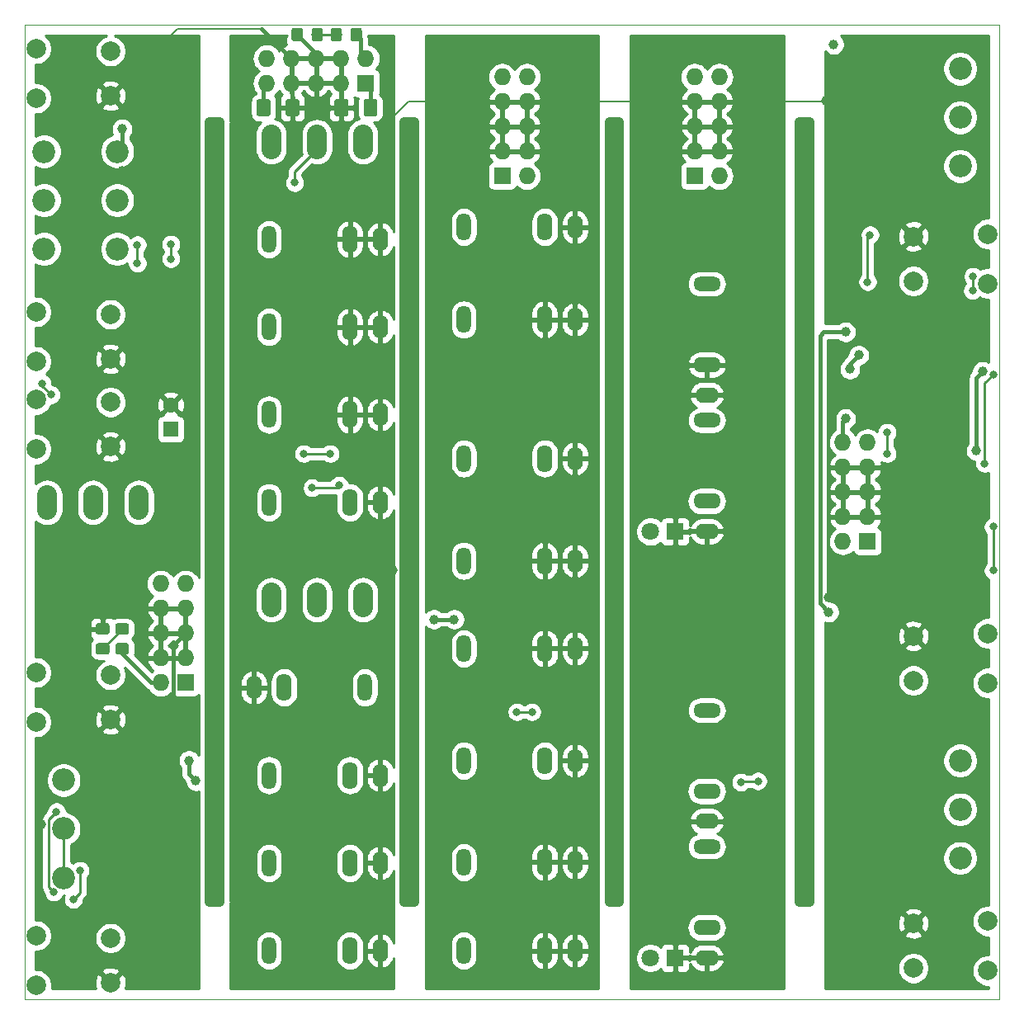
<source format=gbr>
%TF.GenerationSoftware,KiCad,Pcbnew,(5.1.0)-1*%
%TF.CreationDate,2019-04-16T22:19:31+02:00*%
%TF.ProjectId,Kicad_LFO_1,4b696361-645f-44c4-964f-5f312e6b6963,Rev A*%
%TF.SameCoordinates,Original*%
%TF.FileFunction,Copper,L1,Top*%
%TF.FilePolarity,Positive*%
%FSLAX46Y46*%
G04 Gerber Fmt 4.6, Leading zero omitted, Abs format (unit mm)*
G04 Created by KiCad (PCBNEW (5.1.0)-1) date 2019-04-16 22:19:31*
%MOMM*%
%LPD*%
G04 APERTURE LIST*
%ADD10C,1.000000*%
%ADD11C,0.050000*%
%ADD12R,1.600000X1.600000*%
%ADD13C,1.600000*%
%ADD14C,2.340000*%
%ADD15C,2.000000*%
%ADD16O,2.032000X3.556000*%
%ADD17R,1.727200X1.727200*%
%ADD18O,1.727200X1.727200*%
%ADD19C,0.150000*%
%ADD20C,1.425000*%
%ADD21O,1.500000X2.800000*%
%ADD22O,1.600000X2.400000*%
%ADD23O,1.600000X2.800000*%
%ADD24C,1.150000*%
%ADD25O,2.800000X1.600000*%
%ADD26O,2.400000X1.600000*%
%ADD27O,2.800000X1.500000*%
%ADD28C,1.800000*%
%ADD29R,1.800000X1.800000*%
%ADD30C,0.800000*%
%ADD31C,1.000000*%
%ADD32C,0.250000*%
%ADD33C,0.400000*%
%ADD34C,0.200000*%
%ADD35C,0.254000*%
G04 APERTURE END LIST*
D10*
X111000000Y-60000000D02*
X111000000Y-140000000D01*
X110000000Y-140000000D02*
X111000000Y-140000000D01*
X110000000Y-60000000D02*
X111000000Y-60000000D01*
X110000000Y-140000000D02*
X110000000Y-60000000D01*
X129500000Y-140000000D02*
X130500000Y-140000000D01*
X130500000Y-60000000D02*
X130500000Y-140000000D01*
X129500000Y-60000000D02*
X130500000Y-60000000D01*
X129500000Y-140000000D02*
X129500000Y-60000000D01*
X90000000Y-60000000D02*
X90000000Y-140000000D01*
X89000000Y-60000000D02*
X90000000Y-60000000D01*
X89000000Y-140000000D02*
X90000000Y-140000000D01*
X89000000Y-140000000D02*
X89000000Y-60000000D01*
X69000000Y-60000000D02*
X70000000Y-60000000D01*
X69000000Y-140000000D02*
X69000000Y-60000000D01*
X69000000Y-140000000D02*
X70000000Y-140000000D01*
X70000000Y-60000000D02*
X70000000Y-140000000D01*
D11*
X150000000Y-50000000D02*
X50000000Y-50000000D01*
X150000000Y-150000000D02*
X150000000Y-50000000D01*
X50000000Y-150000000D02*
X150000000Y-150000000D01*
X50000000Y-50000000D02*
X50000000Y-150000000D01*
D12*
X65000000Y-91500000D03*
D13*
X65000000Y-89000000D03*
D14*
X52000000Y-73000000D03*
X52000000Y-68000000D03*
X52000000Y-63000000D03*
X59500000Y-73000000D03*
X59500000Y-68000000D03*
X59500000Y-63000000D03*
D15*
X58810000Y-93286000D03*
X58810000Y-88714000D03*
X51190000Y-93540000D03*
X51190000Y-88460000D03*
X51190000Y-52460000D03*
X51190000Y-57540000D03*
X58810000Y-52714000D03*
X58810000Y-57286000D03*
X51190000Y-79460000D03*
X51190000Y-84540000D03*
X58810000Y-79714000D03*
X58810000Y-84286000D03*
D16*
X61700000Y-99000000D03*
X57000000Y-99000000D03*
X52300000Y-99000000D03*
D17*
X66500000Y-117500000D03*
D18*
X63960000Y-117500000D03*
X66500000Y-114960000D03*
X63960000Y-114960000D03*
X66500000Y-112420000D03*
X63960000Y-112420000D03*
X66500000Y-109880000D03*
X63960000Y-109880000D03*
X66500000Y-107340000D03*
X63960000Y-107340000D03*
D15*
X58810000Y-121286000D03*
X58810000Y-116714000D03*
X51190000Y-121540000D03*
X51190000Y-116460000D03*
X51190000Y-143460000D03*
X51190000Y-148540000D03*
X58810000Y-143714000D03*
X58810000Y-148286000D03*
D14*
X54000000Y-137500000D03*
X54000000Y-132500000D03*
X54000000Y-127500000D03*
D19*
G36*
X77974504Y-57626204D02*
G01*
X77998773Y-57629804D01*
X78022571Y-57635765D01*
X78045671Y-57644030D01*
X78067849Y-57654520D01*
X78088893Y-57667133D01*
X78108598Y-57681747D01*
X78126777Y-57698223D01*
X78143253Y-57716402D01*
X78157867Y-57736107D01*
X78170480Y-57757151D01*
X78180970Y-57779329D01*
X78189235Y-57802429D01*
X78195196Y-57826227D01*
X78198796Y-57850496D01*
X78200000Y-57875000D01*
X78200000Y-59125000D01*
X78198796Y-59149504D01*
X78195196Y-59173773D01*
X78189235Y-59197571D01*
X78180970Y-59220671D01*
X78170480Y-59242849D01*
X78157867Y-59263893D01*
X78143253Y-59283598D01*
X78126777Y-59301777D01*
X78108598Y-59318253D01*
X78088893Y-59332867D01*
X78067849Y-59345480D01*
X78045671Y-59355970D01*
X78022571Y-59364235D01*
X77998773Y-59370196D01*
X77974504Y-59373796D01*
X77950000Y-59375000D01*
X77025000Y-59375000D01*
X77000496Y-59373796D01*
X76976227Y-59370196D01*
X76952429Y-59364235D01*
X76929329Y-59355970D01*
X76907151Y-59345480D01*
X76886107Y-59332867D01*
X76866402Y-59318253D01*
X76848223Y-59301777D01*
X76831747Y-59283598D01*
X76817133Y-59263893D01*
X76804520Y-59242849D01*
X76794030Y-59220671D01*
X76785765Y-59197571D01*
X76779804Y-59173773D01*
X76776204Y-59149504D01*
X76775000Y-59125000D01*
X76775000Y-57875000D01*
X76776204Y-57850496D01*
X76779804Y-57826227D01*
X76785765Y-57802429D01*
X76794030Y-57779329D01*
X76804520Y-57757151D01*
X76817133Y-57736107D01*
X76831747Y-57716402D01*
X76848223Y-57698223D01*
X76866402Y-57681747D01*
X76886107Y-57667133D01*
X76907151Y-57654520D01*
X76929329Y-57644030D01*
X76952429Y-57635765D01*
X76976227Y-57629804D01*
X77000496Y-57626204D01*
X77025000Y-57625000D01*
X77950000Y-57625000D01*
X77974504Y-57626204D01*
X77974504Y-57626204D01*
G37*
D20*
X77487500Y-58500000D03*
D19*
G36*
X74999504Y-57626204D02*
G01*
X75023773Y-57629804D01*
X75047571Y-57635765D01*
X75070671Y-57644030D01*
X75092849Y-57654520D01*
X75113893Y-57667133D01*
X75133598Y-57681747D01*
X75151777Y-57698223D01*
X75168253Y-57716402D01*
X75182867Y-57736107D01*
X75195480Y-57757151D01*
X75205970Y-57779329D01*
X75214235Y-57802429D01*
X75220196Y-57826227D01*
X75223796Y-57850496D01*
X75225000Y-57875000D01*
X75225000Y-59125000D01*
X75223796Y-59149504D01*
X75220196Y-59173773D01*
X75214235Y-59197571D01*
X75205970Y-59220671D01*
X75195480Y-59242849D01*
X75182867Y-59263893D01*
X75168253Y-59283598D01*
X75151777Y-59301777D01*
X75133598Y-59318253D01*
X75113893Y-59332867D01*
X75092849Y-59345480D01*
X75070671Y-59355970D01*
X75047571Y-59364235D01*
X75023773Y-59370196D01*
X74999504Y-59373796D01*
X74975000Y-59375000D01*
X74050000Y-59375000D01*
X74025496Y-59373796D01*
X74001227Y-59370196D01*
X73977429Y-59364235D01*
X73954329Y-59355970D01*
X73932151Y-59345480D01*
X73911107Y-59332867D01*
X73891402Y-59318253D01*
X73873223Y-59301777D01*
X73856747Y-59283598D01*
X73842133Y-59263893D01*
X73829520Y-59242849D01*
X73819030Y-59220671D01*
X73810765Y-59197571D01*
X73804804Y-59173773D01*
X73801204Y-59149504D01*
X73800000Y-59125000D01*
X73800000Y-57875000D01*
X73801204Y-57850496D01*
X73804804Y-57826227D01*
X73810765Y-57802429D01*
X73819030Y-57779329D01*
X73829520Y-57757151D01*
X73842133Y-57736107D01*
X73856747Y-57716402D01*
X73873223Y-57698223D01*
X73891402Y-57681747D01*
X73911107Y-57667133D01*
X73932151Y-57654520D01*
X73954329Y-57644030D01*
X73977429Y-57635765D01*
X74001227Y-57629804D01*
X74025496Y-57626204D01*
X74050000Y-57625000D01*
X74975000Y-57625000D01*
X74999504Y-57626204D01*
X74999504Y-57626204D01*
G37*
D20*
X74512500Y-58500000D03*
D19*
G36*
X82999504Y-57626204D02*
G01*
X83023773Y-57629804D01*
X83047571Y-57635765D01*
X83070671Y-57644030D01*
X83092849Y-57654520D01*
X83113893Y-57667133D01*
X83133598Y-57681747D01*
X83151777Y-57698223D01*
X83168253Y-57716402D01*
X83182867Y-57736107D01*
X83195480Y-57757151D01*
X83205970Y-57779329D01*
X83214235Y-57802429D01*
X83220196Y-57826227D01*
X83223796Y-57850496D01*
X83225000Y-57875000D01*
X83225000Y-59125000D01*
X83223796Y-59149504D01*
X83220196Y-59173773D01*
X83214235Y-59197571D01*
X83205970Y-59220671D01*
X83195480Y-59242849D01*
X83182867Y-59263893D01*
X83168253Y-59283598D01*
X83151777Y-59301777D01*
X83133598Y-59318253D01*
X83113893Y-59332867D01*
X83092849Y-59345480D01*
X83070671Y-59355970D01*
X83047571Y-59364235D01*
X83023773Y-59370196D01*
X82999504Y-59373796D01*
X82975000Y-59375000D01*
X82050000Y-59375000D01*
X82025496Y-59373796D01*
X82001227Y-59370196D01*
X81977429Y-59364235D01*
X81954329Y-59355970D01*
X81932151Y-59345480D01*
X81911107Y-59332867D01*
X81891402Y-59318253D01*
X81873223Y-59301777D01*
X81856747Y-59283598D01*
X81842133Y-59263893D01*
X81829520Y-59242849D01*
X81819030Y-59220671D01*
X81810765Y-59197571D01*
X81804804Y-59173773D01*
X81801204Y-59149504D01*
X81800000Y-59125000D01*
X81800000Y-57875000D01*
X81801204Y-57850496D01*
X81804804Y-57826227D01*
X81810765Y-57802429D01*
X81819030Y-57779329D01*
X81829520Y-57757151D01*
X81842133Y-57736107D01*
X81856747Y-57716402D01*
X81873223Y-57698223D01*
X81891402Y-57681747D01*
X81911107Y-57667133D01*
X81932151Y-57654520D01*
X81954329Y-57644030D01*
X81977429Y-57635765D01*
X82001227Y-57629804D01*
X82025496Y-57626204D01*
X82050000Y-57625000D01*
X82975000Y-57625000D01*
X82999504Y-57626204D01*
X82999504Y-57626204D01*
G37*
D20*
X82512500Y-58500000D03*
D19*
G36*
X85974504Y-57626204D02*
G01*
X85998773Y-57629804D01*
X86022571Y-57635765D01*
X86045671Y-57644030D01*
X86067849Y-57654520D01*
X86088893Y-57667133D01*
X86108598Y-57681747D01*
X86126777Y-57698223D01*
X86143253Y-57716402D01*
X86157867Y-57736107D01*
X86170480Y-57757151D01*
X86180970Y-57779329D01*
X86189235Y-57802429D01*
X86195196Y-57826227D01*
X86198796Y-57850496D01*
X86200000Y-57875000D01*
X86200000Y-59125000D01*
X86198796Y-59149504D01*
X86195196Y-59173773D01*
X86189235Y-59197571D01*
X86180970Y-59220671D01*
X86170480Y-59242849D01*
X86157867Y-59263893D01*
X86143253Y-59283598D01*
X86126777Y-59301777D01*
X86108598Y-59318253D01*
X86088893Y-59332867D01*
X86067849Y-59345480D01*
X86045671Y-59355970D01*
X86022571Y-59364235D01*
X85998773Y-59370196D01*
X85974504Y-59373796D01*
X85950000Y-59375000D01*
X85025000Y-59375000D01*
X85000496Y-59373796D01*
X84976227Y-59370196D01*
X84952429Y-59364235D01*
X84929329Y-59355970D01*
X84907151Y-59345480D01*
X84886107Y-59332867D01*
X84866402Y-59318253D01*
X84848223Y-59301777D01*
X84831747Y-59283598D01*
X84817133Y-59263893D01*
X84804520Y-59242849D01*
X84794030Y-59220671D01*
X84785765Y-59197571D01*
X84779804Y-59173773D01*
X84776204Y-59149504D01*
X84775000Y-59125000D01*
X84775000Y-57875000D01*
X84776204Y-57850496D01*
X84779804Y-57826227D01*
X84785765Y-57802429D01*
X84794030Y-57779329D01*
X84804520Y-57757151D01*
X84817133Y-57736107D01*
X84831747Y-57716402D01*
X84848223Y-57698223D01*
X84866402Y-57681747D01*
X84886107Y-57667133D01*
X84907151Y-57654520D01*
X84929329Y-57644030D01*
X84952429Y-57635765D01*
X84976227Y-57629804D01*
X85000496Y-57626204D01*
X85025000Y-57625000D01*
X85950000Y-57625000D01*
X85974504Y-57626204D01*
X85974504Y-57626204D01*
G37*
D20*
X85487500Y-58500000D03*
D21*
X75080000Y-72000000D03*
D22*
X86480000Y-72000000D03*
D23*
X83380000Y-72000000D03*
X83380000Y-81000000D03*
D22*
X86480000Y-81000000D03*
D21*
X75080000Y-81000000D03*
X75080000Y-90000000D03*
D22*
X86480000Y-90000000D03*
D23*
X83380000Y-90000000D03*
D21*
X75080000Y-99000000D03*
D22*
X86480000Y-99000000D03*
D23*
X83380000Y-99000000D03*
X76620000Y-118000000D03*
D22*
X73520000Y-118000000D03*
D21*
X84920000Y-118000000D03*
D23*
X83380000Y-127000000D03*
D22*
X86480000Y-127000000D03*
D21*
X75080000Y-127000000D03*
D23*
X83380000Y-136000000D03*
D22*
X86480000Y-136000000D03*
D21*
X75080000Y-136000000D03*
X75080000Y-145000000D03*
D22*
X86480000Y-145000000D03*
D23*
X83380000Y-145000000D03*
D17*
X85000000Y-56000000D03*
D18*
X85000000Y-53460000D03*
X82460000Y-56000000D03*
X82460000Y-53460000D03*
X79920000Y-56000000D03*
X79920000Y-53460000D03*
X77380000Y-56000000D03*
X77380000Y-53460000D03*
X74840000Y-56000000D03*
X74840000Y-53460000D03*
D16*
X75300000Y-62000000D03*
X80000000Y-62000000D03*
X84700000Y-62000000D03*
X84700000Y-109000000D03*
X80000000Y-109000000D03*
X75300000Y-109000000D03*
D19*
G36*
X60474505Y-113451204D02*
G01*
X60498773Y-113454804D01*
X60522572Y-113460765D01*
X60545671Y-113469030D01*
X60567850Y-113479520D01*
X60588893Y-113492132D01*
X60608599Y-113506747D01*
X60626777Y-113523223D01*
X60643253Y-113541401D01*
X60657868Y-113561107D01*
X60670480Y-113582150D01*
X60680970Y-113604329D01*
X60689235Y-113627428D01*
X60695196Y-113651227D01*
X60698796Y-113675495D01*
X60700000Y-113699999D01*
X60700000Y-114350001D01*
X60698796Y-114374505D01*
X60695196Y-114398773D01*
X60689235Y-114422572D01*
X60680970Y-114445671D01*
X60670480Y-114467850D01*
X60657868Y-114488893D01*
X60643253Y-114508599D01*
X60626777Y-114526777D01*
X60608599Y-114543253D01*
X60588893Y-114557868D01*
X60567850Y-114570480D01*
X60545671Y-114580970D01*
X60522572Y-114589235D01*
X60498773Y-114595196D01*
X60474505Y-114598796D01*
X60450001Y-114600000D01*
X59549999Y-114600000D01*
X59525495Y-114598796D01*
X59501227Y-114595196D01*
X59477428Y-114589235D01*
X59454329Y-114580970D01*
X59432150Y-114570480D01*
X59411107Y-114557868D01*
X59391401Y-114543253D01*
X59373223Y-114526777D01*
X59356747Y-114508599D01*
X59342132Y-114488893D01*
X59329520Y-114467850D01*
X59319030Y-114445671D01*
X59310765Y-114422572D01*
X59304804Y-114398773D01*
X59301204Y-114374505D01*
X59300000Y-114350001D01*
X59300000Y-113699999D01*
X59301204Y-113675495D01*
X59304804Y-113651227D01*
X59310765Y-113627428D01*
X59319030Y-113604329D01*
X59329520Y-113582150D01*
X59342132Y-113561107D01*
X59356747Y-113541401D01*
X59373223Y-113523223D01*
X59391401Y-113506747D01*
X59411107Y-113492132D01*
X59432150Y-113479520D01*
X59454329Y-113469030D01*
X59477428Y-113460765D01*
X59501227Y-113454804D01*
X59525495Y-113451204D01*
X59549999Y-113450000D01*
X60450001Y-113450000D01*
X60474505Y-113451204D01*
X60474505Y-113451204D01*
G37*
D24*
X60000000Y-114025000D03*
D19*
G36*
X60474505Y-111401204D02*
G01*
X60498773Y-111404804D01*
X60522572Y-111410765D01*
X60545671Y-111419030D01*
X60567850Y-111429520D01*
X60588893Y-111442132D01*
X60608599Y-111456747D01*
X60626777Y-111473223D01*
X60643253Y-111491401D01*
X60657868Y-111511107D01*
X60670480Y-111532150D01*
X60680970Y-111554329D01*
X60689235Y-111577428D01*
X60695196Y-111601227D01*
X60698796Y-111625495D01*
X60700000Y-111649999D01*
X60700000Y-112300001D01*
X60698796Y-112324505D01*
X60695196Y-112348773D01*
X60689235Y-112372572D01*
X60680970Y-112395671D01*
X60670480Y-112417850D01*
X60657868Y-112438893D01*
X60643253Y-112458599D01*
X60626777Y-112476777D01*
X60608599Y-112493253D01*
X60588893Y-112507868D01*
X60567850Y-112520480D01*
X60545671Y-112530970D01*
X60522572Y-112539235D01*
X60498773Y-112545196D01*
X60474505Y-112548796D01*
X60450001Y-112550000D01*
X59549999Y-112550000D01*
X59525495Y-112548796D01*
X59501227Y-112545196D01*
X59477428Y-112539235D01*
X59454329Y-112530970D01*
X59432150Y-112520480D01*
X59411107Y-112507868D01*
X59391401Y-112493253D01*
X59373223Y-112476777D01*
X59356747Y-112458599D01*
X59342132Y-112438893D01*
X59329520Y-112417850D01*
X59319030Y-112395671D01*
X59310765Y-112372572D01*
X59304804Y-112348773D01*
X59301204Y-112324505D01*
X59300000Y-112300001D01*
X59300000Y-111649999D01*
X59301204Y-111625495D01*
X59304804Y-111601227D01*
X59310765Y-111577428D01*
X59319030Y-111554329D01*
X59329520Y-111532150D01*
X59342132Y-111511107D01*
X59356747Y-111491401D01*
X59373223Y-111473223D01*
X59391401Y-111456747D01*
X59411107Y-111442132D01*
X59432150Y-111429520D01*
X59454329Y-111419030D01*
X59477428Y-111410765D01*
X59501227Y-111404804D01*
X59525495Y-111401204D01*
X59549999Y-111400000D01*
X60450001Y-111400000D01*
X60474505Y-111401204D01*
X60474505Y-111401204D01*
G37*
D24*
X60000000Y-111975000D03*
D19*
G36*
X82324505Y-50301204D02*
G01*
X82348773Y-50304804D01*
X82372572Y-50310765D01*
X82395671Y-50319030D01*
X82417850Y-50329520D01*
X82438893Y-50342132D01*
X82458599Y-50356747D01*
X82476777Y-50373223D01*
X82493253Y-50391401D01*
X82507868Y-50411107D01*
X82520480Y-50432150D01*
X82530970Y-50454329D01*
X82539235Y-50477428D01*
X82545196Y-50501227D01*
X82548796Y-50525495D01*
X82550000Y-50549999D01*
X82550000Y-51450001D01*
X82548796Y-51474505D01*
X82545196Y-51498773D01*
X82539235Y-51522572D01*
X82530970Y-51545671D01*
X82520480Y-51567850D01*
X82507868Y-51588893D01*
X82493253Y-51608599D01*
X82476777Y-51626777D01*
X82458599Y-51643253D01*
X82438893Y-51657868D01*
X82417850Y-51670480D01*
X82395671Y-51680970D01*
X82372572Y-51689235D01*
X82348773Y-51695196D01*
X82324505Y-51698796D01*
X82300001Y-51700000D01*
X81649999Y-51700000D01*
X81625495Y-51698796D01*
X81601227Y-51695196D01*
X81577428Y-51689235D01*
X81554329Y-51680970D01*
X81532150Y-51670480D01*
X81511107Y-51657868D01*
X81491401Y-51643253D01*
X81473223Y-51626777D01*
X81456747Y-51608599D01*
X81442132Y-51588893D01*
X81429520Y-51567850D01*
X81419030Y-51545671D01*
X81410765Y-51522572D01*
X81404804Y-51498773D01*
X81401204Y-51474505D01*
X81400000Y-51450001D01*
X81400000Y-50549999D01*
X81401204Y-50525495D01*
X81404804Y-50501227D01*
X81410765Y-50477428D01*
X81419030Y-50454329D01*
X81429520Y-50432150D01*
X81442132Y-50411107D01*
X81456747Y-50391401D01*
X81473223Y-50373223D01*
X81491401Y-50356747D01*
X81511107Y-50342132D01*
X81532150Y-50329520D01*
X81554329Y-50319030D01*
X81577428Y-50310765D01*
X81601227Y-50304804D01*
X81625495Y-50301204D01*
X81649999Y-50300000D01*
X82300001Y-50300000D01*
X82324505Y-50301204D01*
X82324505Y-50301204D01*
G37*
D24*
X81975000Y-51000000D03*
D19*
G36*
X84374505Y-50301204D02*
G01*
X84398773Y-50304804D01*
X84422572Y-50310765D01*
X84445671Y-50319030D01*
X84467850Y-50329520D01*
X84488893Y-50342132D01*
X84508599Y-50356747D01*
X84526777Y-50373223D01*
X84543253Y-50391401D01*
X84557868Y-50411107D01*
X84570480Y-50432150D01*
X84580970Y-50454329D01*
X84589235Y-50477428D01*
X84595196Y-50501227D01*
X84598796Y-50525495D01*
X84600000Y-50549999D01*
X84600000Y-51450001D01*
X84598796Y-51474505D01*
X84595196Y-51498773D01*
X84589235Y-51522572D01*
X84580970Y-51545671D01*
X84570480Y-51567850D01*
X84557868Y-51588893D01*
X84543253Y-51608599D01*
X84526777Y-51626777D01*
X84508599Y-51643253D01*
X84488893Y-51657868D01*
X84467850Y-51670480D01*
X84445671Y-51680970D01*
X84422572Y-51689235D01*
X84398773Y-51695196D01*
X84374505Y-51698796D01*
X84350001Y-51700000D01*
X83699999Y-51700000D01*
X83675495Y-51698796D01*
X83651227Y-51695196D01*
X83627428Y-51689235D01*
X83604329Y-51680970D01*
X83582150Y-51670480D01*
X83561107Y-51657868D01*
X83541401Y-51643253D01*
X83523223Y-51626777D01*
X83506747Y-51608599D01*
X83492132Y-51588893D01*
X83479520Y-51567850D01*
X83469030Y-51545671D01*
X83460765Y-51522572D01*
X83454804Y-51498773D01*
X83451204Y-51474505D01*
X83450000Y-51450001D01*
X83450000Y-50549999D01*
X83451204Y-50525495D01*
X83454804Y-50501227D01*
X83460765Y-50477428D01*
X83469030Y-50454329D01*
X83479520Y-50432150D01*
X83492132Y-50411107D01*
X83506747Y-50391401D01*
X83523223Y-50373223D01*
X83541401Y-50356747D01*
X83561107Y-50342132D01*
X83582150Y-50329520D01*
X83604329Y-50319030D01*
X83627428Y-50310765D01*
X83651227Y-50304804D01*
X83675495Y-50301204D01*
X83699999Y-50300000D01*
X84350001Y-50300000D01*
X84374505Y-50301204D01*
X84374505Y-50301204D01*
G37*
D24*
X84025000Y-51000000D03*
D19*
G36*
X58474505Y-111401204D02*
G01*
X58498773Y-111404804D01*
X58522572Y-111410765D01*
X58545671Y-111419030D01*
X58567850Y-111429520D01*
X58588893Y-111442132D01*
X58608599Y-111456747D01*
X58626777Y-111473223D01*
X58643253Y-111491401D01*
X58657868Y-111511107D01*
X58670480Y-111532150D01*
X58680970Y-111554329D01*
X58689235Y-111577428D01*
X58695196Y-111601227D01*
X58698796Y-111625495D01*
X58700000Y-111649999D01*
X58700000Y-112300001D01*
X58698796Y-112324505D01*
X58695196Y-112348773D01*
X58689235Y-112372572D01*
X58680970Y-112395671D01*
X58670480Y-112417850D01*
X58657868Y-112438893D01*
X58643253Y-112458599D01*
X58626777Y-112476777D01*
X58608599Y-112493253D01*
X58588893Y-112507868D01*
X58567850Y-112520480D01*
X58545671Y-112530970D01*
X58522572Y-112539235D01*
X58498773Y-112545196D01*
X58474505Y-112548796D01*
X58450001Y-112550000D01*
X57549999Y-112550000D01*
X57525495Y-112548796D01*
X57501227Y-112545196D01*
X57477428Y-112539235D01*
X57454329Y-112530970D01*
X57432150Y-112520480D01*
X57411107Y-112507868D01*
X57391401Y-112493253D01*
X57373223Y-112476777D01*
X57356747Y-112458599D01*
X57342132Y-112438893D01*
X57329520Y-112417850D01*
X57319030Y-112395671D01*
X57310765Y-112372572D01*
X57304804Y-112348773D01*
X57301204Y-112324505D01*
X57300000Y-112300001D01*
X57300000Y-111649999D01*
X57301204Y-111625495D01*
X57304804Y-111601227D01*
X57310765Y-111577428D01*
X57319030Y-111554329D01*
X57329520Y-111532150D01*
X57342132Y-111511107D01*
X57356747Y-111491401D01*
X57373223Y-111473223D01*
X57391401Y-111456747D01*
X57411107Y-111442132D01*
X57432150Y-111429520D01*
X57454329Y-111419030D01*
X57477428Y-111410765D01*
X57501227Y-111404804D01*
X57525495Y-111401204D01*
X57549999Y-111400000D01*
X58450001Y-111400000D01*
X58474505Y-111401204D01*
X58474505Y-111401204D01*
G37*
D24*
X58000000Y-111975000D03*
D19*
G36*
X58474505Y-113451204D02*
G01*
X58498773Y-113454804D01*
X58522572Y-113460765D01*
X58545671Y-113469030D01*
X58567850Y-113479520D01*
X58588893Y-113492132D01*
X58608599Y-113506747D01*
X58626777Y-113523223D01*
X58643253Y-113541401D01*
X58657868Y-113561107D01*
X58670480Y-113582150D01*
X58680970Y-113604329D01*
X58689235Y-113627428D01*
X58695196Y-113651227D01*
X58698796Y-113675495D01*
X58700000Y-113699999D01*
X58700000Y-114350001D01*
X58698796Y-114374505D01*
X58695196Y-114398773D01*
X58689235Y-114422572D01*
X58680970Y-114445671D01*
X58670480Y-114467850D01*
X58657868Y-114488893D01*
X58643253Y-114508599D01*
X58626777Y-114526777D01*
X58608599Y-114543253D01*
X58588893Y-114557868D01*
X58567850Y-114570480D01*
X58545671Y-114580970D01*
X58522572Y-114589235D01*
X58498773Y-114595196D01*
X58474505Y-114598796D01*
X58450001Y-114600000D01*
X57549999Y-114600000D01*
X57525495Y-114598796D01*
X57501227Y-114595196D01*
X57477428Y-114589235D01*
X57454329Y-114580970D01*
X57432150Y-114570480D01*
X57411107Y-114557868D01*
X57391401Y-114543253D01*
X57373223Y-114526777D01*
X57356747Y-114508599D01*
X57342132Y-114488893D01*
X57329520Y-114467850D01*
X57319030Y-114445671D01*
X57310765Y-114422572D01*
X57304804Y-114398773D01*
X57301204Y-114374505D01*
X57300000Y-114350001D01*
X57300000Y-113699999D01*
X57301204Y-113675495D01*
X57304804Y-113651227D01*
X57310765Y-113627428D01*
X57319030Y-113604329D01*
X57329520Y-113582150D01*
X57342132Y-113561107D01*
X57356747Y-113541401D01*
X57373223Y-113523223D01*
X57391401Y-113506747D01*
X57411107Y-113492132D01*
X57432150Y-113479520D01*
X57454329Y-113469030D01*
X57477428Y-113460765D01*
X57501227Y-113454804D01*
X57525495Y-113451204D01*
X57549999Y-113450000D01*
X58450001Y-113450000D01*
X58474505Y-113451204D01*
X58474505Y-113451204D01*
G37*
D24*
X58000000Y-114025000D03*
D19*
G36*
X80374505Y-50301204D02*
G01*
X80398773Y-50304804D01*
X80422572Y-50310765D01*
X80445671Y-50319030D01*
X80467850Y-50329520D01*
X80488893Y-50342132D01*
X80508599Y-50356747D01*
X80526777Y-50373223D01*
X80543253Y-50391401D01*
X80557868Y-50411107D01*
X80570480Y-50432150D01*
X80580970Y-50454329D01*
X80589235Y-50477428D01*
X80595196Y-50501227D01*
X80598796Y-50525495D01*
X80600000Y-50549999D01*
X80600000Y-51450001D01*
X80598796Y-51474505D01*
X80595196Y-51498773D01*
X80589235Y-51522572D01*
X80580970Y-51545671D01*
X80570480Y-51567850D01*
X80557868Y-51588893D01*
X80543253Y-51608599D01*
X80526777Y-51626777D01*
X80508599Y-51643253D01*
X80488893Y-51657868D01*
X80467850Y-51670480D01*
X80445671Y-51680970D01*
X80422572Y-51689235D01*
X80398773Y-51695196D01*
X80374505Y-51698796D01*
X80350001Y-51700000D01*
X79699999Y-51700000D01*
X79675495Y-51698796D01*
X79651227Y-51695196D01*
X79627428Y-51689235D01*
X79604329Y-51680970D01*
X79582150Y-51670480D01*
X79561107Y-51657868D01*
X79541401Y-51643253D01*
X79523223Y-51626777D01*
X79506747Y-51608599D01*
X79492132Y-51588893D01*
X79479520Y-51567850D01*
X79469030Y-51545671D01*
X79460765Y-51522572D01*
X79454804Y-51498773D01*
X79451204Y-51474505D01*
X79450000Y-51450001D01*
X79450000Y-50549999D01*
X79451204Y-50525495D01*
X79454804Y-50501227D01*
X79460765Y-50477428D01*
X79469030Y-50454329D01*
X79479520Y-50432150D01*
X79492132Y-50411107D01*
X79506747Y-50391401D01*
X79523223Y-50373223D01*
X79541401Y-50356747D01*
X79561107Y-50342132D01*
X79582150Y-50329520D01*
X79604329Y-50319030D01*
X79627428Y-50310765D01*
X79651227Y-50304804D01*
X79675495Y-50301204D01*
X79699999Y-50300000D01*
X80350001Y-50300000D01*
X80374505Y-50301204D01*
X80374505Y-50301204D01*
G37*
D24*
X80025000Y-51000000D03*
D19*
G36*
X78324505Y-50301204D02*
G01*
X78348773Y-50304804D01*
X78372572Y-50310765D01*
X78395671Y-50319030D01*
X78417850Y-50329520D01*
X78438893Y-50342132D01*
X78458599Y-50356747D01*
X78476777Y-50373223D01*
X78493253Y-50391401D01*
X78507868Y-50411107D01*
X78520480Y-50432150D01*
X78530970Y-50454329D01*
X78539235Y-50477428D01*
X78545196Y-50501227D01*
X78548796Y-50525495D01*
X78550000Y-50549999D01*
X78550000Y-51450001D01*
X78548796Y-51474505D01*
X78545196Y-51498773D01*
X78539235Y-51522572D01*
X78530970Y-51545671D01*
X78520480Y-51567850D01*
X78507868Y-51588893D01*
X78493253Y-51608599D01*
X78476777Y-51626777D01*
X78458599Y-51643253D01*
X78438893Y-51657868D01*
X78417850Y-51670480D01*
X78395671Y-51680970D01*
X78372572Y-51689235D01*
X78348773Y-51695196D01*
X78324505Y-51698796D01*
X78300001Y-51700000D01*
X77649999Y-51700000D01*
X77625495Y-51698796D01*
X77601227Y-51695196D01*
X77577428Y-51689235D01*
X77554329Y-51680970D01*
X77532150Y-51670480D01*
X77511107Y-51657868D01*
X77491401Y-51643253D01*
X77473223Y-51626777D01*
X77456747Y-51608599D01*
X77442132Y-51588893D01*
X77429520Y-51567850D01*
X77419030Y-51545671D01*
X77410765Y-51522572D01*
X77404804Y-51498773D01*
X77401204Y-51474505D01*
X77400000Y-51450001D01*
X77400000Y-50549999D01*
X77401204Y-50525495D01*
X77404804Y-50501227D01*
X77410765Y-50477428D01*
X77419030Y-50454329D01*
X77429520Y-50432150D01*
X77442132Y-50411107D01*
X77456747Y-50391401D01*
X77473223Y-50373223D01*
X77491401Y-50356747D01*
X77511107Y-50342132D01*
X77532150Y-50329520D01*
X77554329Y-50319030D01*
X77577428Y-50310765D01*
X77601227Y-50304804D01*
X77625495Y-50301204D01*
X77649999Y-50300000D01*
X78300001Y-50300000D01*
X78324505Y-50301204D01*
X78324505Y-50301204D01*
G37*
D24*
X77975000Y-51000000D03*
D15*
X141190000Y-112714000D03*
X141190000Y-117286000D03*
X148810000Y-112460000D03*
X148810000Y-117540000D03*
X148810000Y-76540000D03*
X148810000Y-71460000D03*
X141190000Y-76286000D03*
X141190000Y-71714000D03*
X148810000Y-147040000D03*
X148810000Y-141960000D03*
X141190000Y-146786000D03*
X141190000Y-142214000D03*
D17*
X136500000Y-103000000D03*
D18*
X133960000Y-103000000D03*
X136500000Y-100460000D03*
X133960000Y-100460000D03*
X136500000Y-97920000D03*
X133960000Y-97920000D03*
X136500000Y-95380000D03*
X133960000Y-95380000D03*
X136500000Y-92840000D03*
X133960000Y-92840000D03*
D14*
X146000000Y-135500000D03*
X146000000Y-130500000D03*
X146000000Y-125500000D03*
X146000000Y-54500000D03*
X146000000Y-59500000D03*
X146000000Y-64500000D03*
D17*
X99000000Y-65500000D03*
D18*
X101540000Y-65500000D03*
X99000000Y-62960000D03*
X101540000Y-62960000D03*
X99000000Y-60420000D03*
X101540000Y-60420000D03*
X99000000Y-57880000D03*
X101540000Y-57880000D03*
X99000000Y-55340000D03*
X101540000Y-55340000D03*
D23*
X103355001Y-105000000D03*
D22*
X106455001Y-105000000D03*
D21*
X95055001Y-105000000D03*
D23*
X103380000Y-94500000D03*
D22*
X106480000Y-94500000D03*
D21*
X95080000Y-94500000D03*
X95080000Y-114000000D03*
D22*
X106480000Y-114000000D03*
D23*
X103380000Y-114000000D03*
D21*
X95055001Y-145000000D03*
D22*
X106455001Y-145000000D03*
D23*
X103355001Y-145000000D03*
D21*
X95080000Y-125500000D03*
D22*
X106480000Y-125500000D03*
D23*
X103380000Y-125500000D03*
X103380000Y-135924999D03*
D22*
X106480000Y-135924999D03*
D21*
X95080000Y-135924999D03*
X95080000Y-70750000D03*
D22*
X106480000Y-70750000D03*
D23*
X103380000Y-70750000D03*
X103355001Y-80250000D03*
D22*
X106455001Y-80250000D03*
D21*
X95055001Y-80250000D03*
D25*
X120000000Y-84880000D03*
D26*
X120000000Y-87980000D03*
D27*
X120000000Y-76580000D03*
X120000000Y-120330000D03*
D26*
X120000000Y-131730000D03*
D25*
X120000000Y-128630000D03*
X120000000Y-98880000D03*
D26*
X120000000Y-101980000D03*
D27*
X120000000Y-90580000D03*
X120000000Y-134330000D03*
D26*
X120000000Y-145730000D03*
D25*
X120000000Y-142630000D03*
D17*
X118750000Y-65500000D03*
D18*
X121290000Y-65500000D03*
X118750000Y-62960000D03*
X121290000Y-62960000D03*
X118750000Y-60420000D03*
X121290000Y-60420000D03*
X118750000Y-57880000D03*
X121290000Y-57880000D03*
X118750000Y-55340000D03*
X121290000Y-55340000D03*
D28*
X114210000Y-145750000D03*
D29*
X116750000Y-145750000D03*
X116750000Y-102000000D03*
D28*
X114210000Y-102000000D03*
D30*
X136500000Y-76375000D03*
X136750000Y-71550000D03*
D31*
X62380002Y-140000000D03*
X52000000Y-141000000D03*
X51679999Y-132078365D03*
X61000000Y-126000000D03*
X60000000Y-65000000D03*
X67000000Y-72000000D03*
X87800000Y-106000000D03*
X72000000Y-108000000D03*
X65000000Y-119500000D03*
X75500000Y-92500000D03*
X95000000Y-83000000D03*
X132799990Y-86000000D03*
X145500000Y-90500000D03*
X141500000Y-94500000D03*
X147500000Y-109500000D03*
X142000000Y-103000000D03*
X125000000Y-107250000D03*
X124425010Y-115250000D03*
X132250000Y-57750000D03*
X87000000Y-60250000D03*
X132500000Y-108750000D03*
D30*
X61566675Y-72566675D03*
X61566675Y-74466697D03*
D31*
X60000000Y-60679999D03*
X94075000Y-111000000D03*
X92000000Y-111000000D03*
X148276055Y-85576574D03*
X147654940Y-93704202D03*
X133000000Y-52000000D03*
X134250000Y-90400002D03*
X134679136Y-85320864D03*
X135595864Y-83904136D03*
X134250000Y-81500000D03*
X132500000Y-110250000D03*
X66863601Y-125500000D03*
X67576397Y-127576397D03*
D30*
X65000000Y-72499990D03*
X65000000Y-74000000D03*
X51812347Y-86812347D03*
X52722521Y-87952785D03*
X53000000Y-139000000D03*
X53262653Y-130737347D03*
X55000000Y-139725000D03*
X55679172Y-136775000D03*
X79500000Y-97500000D03*
X82254990Y-97245010D03*
X77718557Y-66205862D03*
X78650000Y-94000000D03*
X81350000Y-94000000D03*
X149375000Y-101500000D03*
X149375000Y-106000000D03*
X147267346Y-77265000D03*
X147318893Y-75815000D03*
X149375000Y-85875000D03*
X148500000Y-95000000D03*
X138500000Y-91799978D03*
X138500000Y-94000000D03*
X100500000Y-120500000D03*
X102050011Y-120500000D03*
X125250010Y-127600000D03*
X123500000Y-127700000D03*
D32*
X136500000Y-76375000D02*
X136500000Y-71800000D01*
X136500000Y-71800000D02*
X136750000Y-71550000D01*
D33*
X59809999Y-56286001D02*
X58810000Y-57286000D01*
D34*
X65670990Y-50425010D02*
X59809999Y-56286001D01*
X74345010Y-50425010D02*
X65670990Y-50425010D01*
D33*
X77380000Y-53460000D02*
X74345010Y-50425010D01*
X79920000Y-52945000D02*
X79920000Y-53460000D01*
X77975000Y-51000000D02*
X79920000Y-52945000D01*
X65236399Y-119263601D02*
X65000000Y-119500000D01*
X66500000Y-112420000D02*
X65236399Y-113683601D01*
X65236399Y-113683601D02*
X65236399Y-119263601D01*
D34*
X121290000Y-57880000D02*
X132620000Y-57880000D01*
D33*
X132620000Y-57880000D02*
X132750000Y-57750000D01*
D34*
X118750000Y-57880000D02*
X101540000Y-57880000D01*
X99000000Y-57880000D02*
X89370000Y-57880000D01*
X89370000Y-57880000D02*
X87000000Y-60250000D01*
D32*
X61566675Y-72566675D02*
X61566675Y-74466697D01*
D33*
X60000000Y-62500000D02*
X59500000Y-63000000D01*
X60000000Y-60679999D02*
X60000000Y-62500000D01*
X94075000Y-111000000D02*
X92000000Y-111000000D01*
X147654940Y-92997096D02*
X147654940Y-93704202D01*
X147654940Y-86197689D02*
X147654940Y-92997096D01*
X148276055Y-85576574D02*
X147654940Y-86197689D01*
X133960000Y-92840000D02*
X133960000Y-90690002D01*
X133960000Y-90690002D02*
X134250000Y-90400002D01*
X134679136Y-85320864D02*
X134679136Y-84820864D01*
X134679136Y-84820864D02*
X135595864Y-83904136D01*
X134250000Y-81500000D02*
X133542894Y-81500000D01*
X133542894Y-81500000D02*
X132000000Y-81500000D01*
X131599999Y-109349999D02*
X132500000Y-110250000D01*
X132000000Y-81500000D02*
X131599999Y-81900001D01*
X131599999Y-81900001D02*
X131599999Y-109349999D01*
X66863601Y-125500000D02*
X66863601Y-126863601D01*
X66863601Y-126863601D02*
X67576397Y-127576397D01*
X63000000Y-117500000D02*
X63960000Y-117500000D01*
X60000000Y-114025000D02*
X60000000Y-114500000D01*
X60000000Y-114500000D02*
X63000000Y-117500000D01*
D32*
X65000000Y-72499990D02*
X65000000Y-74000000D01*
X51812347Y-86812347D02*
X51812347Y-87042611D01*
X51812347Y-87042611D02*
X52722521Y-87952785D01*
X54000000Y-137500000D02*
X54000000Y-132500000D01*
X52504999Y-131495001D02*
X53262653Y-130737347D01*
X53000000Y-139000000D02*
X52504999Y-138504999D01*
X52504999Y-138504999D02*
X52504999Y-131495001D01*
X55000000Y-139725000D02*
X55679172Y-139045828D01*
X55679172Y-139045828D02*
X55679172Y-136775000D01*
X82000000Y-97500000D02*
X82254990Y-97245010D01*
X79500000Y-97500000D02*
X82000000Y-97500000D01*
X77718557Y-65043443D02*
X77718557Y-66205862D01*
X80000000Y-62000000D02*
X80000000Y-62762000D01*
X80000000Y-62762000D02*
X77718557Y-65043443D01*
X78650000Y-94000000D02*
X81350000Y-94000000D01*
D33*
X74512500Y-56327500D02*
X74840000Y-56000000D01*
X74512500Y-58500000D02*
X74512500Y-56327500D01*
X85487500Y-56487500D02*
X85000000Y-56000000D01*
X85487500Y-58500000D02*
X85487500Y-56487500D01*
X84500000Y-52960000D02*
X85000000Y-53460000D01*
X84025000Y-51000000D02*
X84500000Y-51475000D01*
X84500000Y-51475000D02*
X84500000Y-52960000D01*
D32*
X60000000Y-112025000D02*
X60000000Y-111975000D01*
X58000000Y-114025000D02*
X60000000Y-112025000D01*
X81975000Y-51000000D02*
X80025000Y-51000000D01*
X149375000Y-101500000D02*
X149375000Y-106000000D01*
X147267346Y-77265000D02*
X147267346Y-75866547D01*
X147267346Y-75866547D02*
X147318893Y-75815000D01*
X148500000Y-86750000D02*
X148500000Y-94434315D01*
X148500000Y-94434315D02*
X148500000Y-95000000D01*
X149375000Y-85875000D02*
X148500000Y-86750000D01*
X138500000Y-94000000D02*
X138500000Y-91799978D01*
X100500000Y-120500000D02*
X102050011Y-120500000D01*
X125250010Y-127600000D02*
X123600000Y-127600000D01*
X123600000Y-127600000D02*
X123500000Y-127700000D01*
D35*
G36*
X58333088Y-51141832D02*
G01*
X58035537Y-51265082D01*
X57767748Y-51444013D01*
X57540013Y-51671748D01*
X57361082Y-51939537D01*
X57237832Y-52237088D01*
X57175000Y-52552967D01*
X57175000Y-52875033D01*
X57237832Y-53190912D01*
X57361082Y-53488463D01*
X57540013Y-53756252D01*
X57767748Y-53983987D01*
X58035537Y-54162918D01*
X58333088Y-54286168D01*
X58648967Y-54349000D01*
X58971033Y-54349000D01*
X59286912Y-54286168D01*
X59584463Y-54162918D01*
X59852252Y-53983987D01*
X60079987Y-53756252D01*
X60258918Y-53488463D01*
X60382168Y-53190912D01*
X60445000Y-52875033D01*
X60445000Y-52552967D01*
X60382168Y-52237088D01*
X60258918Y-51939537D01*
X60079987Y-51671748D01*
X59852252Y-51444013D01*
X59584463Y-51265082D01*
X59286912Y-51141832D01*
X59212346Y-51127000D01*
X67873000Y-51127000D01*
X67873000Y-59863022D01*
X67859509Y-60000000D01*
X67865001Y-60055762D01*
X67865000Y-106714673D01*
X67752069Y-106503394D01*
X67564797Y-106275203D01*
X67336606Y-106087931D01*
X67076264Y-105948775D01*
X66793777Y-105863084D01*
X66573619Y-105841400D01*
X66426381Y-105841400D01*
X66206223Y-105863084D01*
X65923736Y-105948775D01*
X65663394Y-106087931D01*
X65435203Y-106275203D01*
X65247931Y-106503394D01*
X65230000Y-106536940D01*
X65212069Y-106503394D01*
X65024797Y-106275203D01*
X64796606Y-106087931D01*
X64536264Y-105948775D01*
X64253777Y-105863084D01*
X64033619Y-105841400D01*
X63886381Y-105841400D01*
X63666223Y-105863084D01*
X63383736Y-105948775D01*
X63123394Y-106087931D01*
X62895203Y-106275203D01*
X62707931Y-106503394D01*
X62568775Y-106763736D01*
X62483084Y-107046223D01*
X62454149Y-107340000D01*
X62483084Y-107633777D01*
X62568775Y-107916264D01*
X62707931Y-108176606D01*
X62895203Y-108404797D01*
X63123394Y-108592069D01*
X63167910Y-108615863D01*
X63071512Y-108673183D01*
X62853146Y-108869707D01*
X62677316Y-109105056D01*
X62550778Y-109370186D01*
X62505042Y-109520974D01*
X62626183Y-109753000D01*
X63833000Y-109753000D01*
X63833000Y-109733000D01*
X64087000Y-109733000D01*
X64087000Y-109753000D01*
X66373000Y-109753000D01*
X66373000Y-109733000D01*
X66627000Y-109733000D01*
X66627000Y-109753000D01*
X66647000Y-109753000D01*
X66647000Y-110007000D01*
X66627000Y-110007000D01*
X66627000Y-112293000D01*
X66647000Y-112293000D01*
X66647000Y-112547000D01*
X66627000Y-112547000D01*
X66627000Y-114833000D01*
X66647000Y-114833000D01*
X66647000Y-115087000D01*
X66627000Y-115087000D01*
X66627000Y-115107000D01*
X66373000Y-115107000D01*
X66373000Y-115087000D01*
X64087000Y-115087000D01*
X64087000Y-115107000D01*
X63833000Y-115107000D01*
X63833000Y-115087000D01*
X62626183Y-115087000D01*
X62505042Y-115319026D01*
X62550778Y-115469814D01*
X62677316Y-115734944D01*
X62853146Y-115970293D01*
X63071512Y-116166817D01*
X63167910Y-116224137D01*
X63123394Y-116247931D01*
X63016514Y-116335645D01*
X61293804Y-114612936D01*
X61321008Y-114523255D01*
X61338072Y-114350001D01*
X61338072Y-113699999D01*
X61321008Y-113526745D01*
X61270472Y-113360149D01*
X61188405Y-113206613D01*
X61077962Y-113072038D01*
X60990184Y-113000000D01*
X61077962Y-112927962D01*
X61188405Y-112793387D01*
X61196081Y-112779026D01*
X62505042Y-112779026D01*
X62550778Y-112929814D01*
X62677316Y-113194944D01*
X62853146Y-113430293D01*
X63071512Y-113626817D01*
X63177770Y-113690000D01*
X63071512Y-113753183D01*
X62853146Y-113949707D01*
X62677316Y-114185056D01*
X62550778Y-114450186D01*
X62505042Y-114600974D01*
X62626183Y-114833000D01*
X63833000Y-114833000D01*
X63833000Y-112547000D01*
X64087000Y-112547000D01*
X64087000Y-114833000D01*
X66373000Y-114833000D01*
X66373000Y-112547000D01*
X64087000Y-112547000D01*
X63833000Y-112547000D01*
X62626183Y-112547000D01*
X62505042Y-112779026D01*
X61196081Y-112779026D01*
X61270472Y-112639851D01*
X61321008Y-112473255D01*
X61338072Y-112300001D01*
X61338072Y-111649999D01*
X61321008Y-111476745D01*
X61270472Y-111310149D01*
X61188405Y-111156613D01*
X61077962Y-111022038D01*
X60943387Y-110911595D01*
X60789851Y-110829528D01*
X60623255Y-110778992D01*
X60450001Y-110761928D01*
X59549999Y-110761928D01*
X59376745Y-110778992D01*
X59210149Y-110829528D01*
X59086419Y-110895663D01*
X59054494Y-110869463D01*
X58944180Y-110810498D01*
X58824482Y-110774188D01*
X58700000Y-110761928D01*
X58285750Y-110765000D01*
X58127000Y-110923750D01*
X58127000Y-111848000D01*
X58147000Y-111848000D01*
X58147000Y-112102000D01*
X58127000Y-112102000D01*
X58127000Y-112122000D01*
X57873000Y-112122000D01*
X57873000Y-112102000D01*
X56823750Y-112102000D01*
X56665000Y-112260750D01*
X56661928Y-112550000D01*
X56674188Y-112674482D01*
X56710498Y-112794180D01*
X56769463Y-112904494D01*
X56848815Y-113001185D01*
X56928594Y-113066658D01*
X56922038Y-113072038D01*
X56811595Y-113206613D01*
X56729528Y-113360149D01*
X56678992Y-113526745D01*
X56661928Y-113699999D01*
X56661928Y-114350001D01*
X56678992Y-114523255D01*
X56729528Y-114689851D01*
X56811595Y-114843387D01*
X56922038Y-114977962D01*
X57056613Y-115088405D01*
X57210149Y-115170472D01*
X57376745Y-115221008D01*
X57549999Y-115238072D01*
X58100745Y-115238072D01*
X58035537Y-115265082D01*
X57767748Y-115444013D01*
X57540013Y-115671748D01*
X57361082Y-115939537D01*
X57237832Y-116237088D01*
X57175000Y-116552967D01*
X57175000Y-116875033D01*
X57237832Y-117190912D01*
X57361082Y-117488463D01*
X57540013Y-117756252D01*
X57767748Y-117983987D01*
X58035537Y-118162918D01*
X58333088Y-118286168D01*
X58648967Y-118349000D01*
X58971033Y-118349000D01*
X59286912Y-118286168D01*
X59584463Y-118162918D01*
X59852252Y-117983987D01*
X60079987Y-117756252D01*
X60258918Y-117488463D01*
X60382168Y-117190912D01*
X60445000Y-116875033D01*
X60445000Y-116552967D01*
X60382168Y-116237088D01*
X60259094Y-115939961D01*
X62380563Y-118061432D01*
X62406709Y-118093291D01*
X62533854Y-118197636D01*
X62673566Y-118272314D01*
X62707931Y-118336606D01*
X62895203Y-118564797D01*
X63123394Y-118752069D01*
X63383736Y-118891225D01*
X63666223Y-118976916D01*
X63886381Y-118998600D01*
X64033619Y-118998600D01*
X64253777Y-118976916D01*
X64536264Y-118891225D01*
X64796606Y-118752069D01*
X65024797Y-118564797D01*
X65031414Y-118556735D01*
X65046898Y-118607780D01*
X65105863Y-118718094D01*
X65185215Y-118814785D01*
X65281906Y-118894137D01*
X65392220Y-118953102D01*
X65511918Y-118989412D01*
X65636400Y-119001672D01*
X67363600Y-119001672D01*
X67488082Y-118989412D01*
X67607780Y-118953102D01*
X67718094Y-118894137D01*
X67814785Y-118814785D01*
X67865000Y-118753597D01*
X67865000Y-124955754D01*
X67745213Y-124776480D01*
X67587121Y-124618388D01*
X67401225Y-124494176D01*
X67194668Y-124408617D01*
X66975389Y-124365000D01*
X66751813Y-124365000D01*
X66532534Y-124408617D01*
X66325977Y-124494176D01*
X66140081Y-124618388D01*
X65981989Y-124776480D01*
X65857777Y-124962376D01*
X65772218Y-125168933D01*
X65728601Y-125388212D01*
X65728601Y-125611788D01*
X65772218Y-125831067D01*
X65857777Y-126037624D01*
X65981989Y-126223520D01*
X66028602Y-126270133D01*
X66028602Y-126822573D01*
X66024561Y-126863601D01*
X66040683Y-127027289D01*
X66088429Y-127184687D01*
X66088430Y-127184688D01*
X66165966Y-127329747D01*
X66270311Y-127456892D01*
X66302174Y-127483042D01*
X66441397Y-127622265D01*
X66441397Y-127688185D01*
X66485014Y-127907464D01*
X66570573Y-128114021D01*
X66694785Y-128299917D01*
X66852877Y-128458009D01*
X67038773Y-128582221D01*
X67245330Y-128667780D01*
X67464609Y-128711397D01*
X67688185Y-128711397D01*
X67865000Y-128676227D01*
X67865000Y-139944248D01*
X67859509Y-140000000D01*
X67873000Y-140136978D01*
X67873000Y-148873000D01*
X60342643Y-148873000D01*
X60350704Y-148856429D01*
X60432384Y-148544892D01*
X60451718Y-148223405D01*
X60407961Y-147904325D01*
X60302795Y-147599912D01*
X60209814Y-147425956D01*
X59945413Y-147330192D01*
X58989605Y-148286000D01*
X59003748Y-148300143D01*
X58824143Y-148479748D01*
X58810000Y-148465605D01*
X58795858Y-148479748D01*
X58616253Y-148300143D01*
X58630395Y-148286000D01*
X57674587Y-147330192D01*
X57410186Y-147425956D01*
X57269296Y-147715571D01*
X57187616Y-148027108D01*
X57168282Y-148348595D01*
X57212039Y-148667675D01*
X57282973Y-148873000D01*
X52790794Y-148873000D01*
X52825000Y-148701033D01*
X52825000Y-148378967D01*
X52762168Y-148063088D01*
X52638918Y-147765537D01*
X52459987Y-147497748D01*
X52232252Y-147270013D01*
X52053519Y-147150587D01*
X57854192Y-147150587D01*
X58810000Y-148106395D01*
X59765808Y-147150587D01*
X59670044Y-146886186D01*
X59380429Y-146745296D01*
X59068892Y-146663616D01*
X58747405Y-146644282D01*
X58428325Y-146688039D01*
X58123912Y-146793205D01*
X57949956Y-146886186D01*
X57854192Y-147150587D01*
X52053519Y-147150587D01*
X51964463Y-147091082D01*
X51666912Y-146967832D01*
X51351033Y-146905000D01*
X51127000Y-146905000D01*
X51127000Y-145095000D01*
X51351033Y-145095000D01*
X51666912Y-145032168D01*
X51964463Y-144908918D01*
X52232252Y-144729987D01*
X52459987Y-144502252D01*
X52638918Y-144234463D01*
X52762168Y-143936912D01*
X52825000Y-143621033D01*
X52825000Y-143552967D01*
X57175000Y-143552967D01*
X57175000Y-143875033D01*
X57237832Y-144190912D01*
X57361082Y-144488463D01*
X57540013Y-144756252D01*
X57767748Y-144983987D01*
X58035537Y-145162918D01*
X58333088Y-145286168D01*
X58648967Y-145349000D01*
X58971033Y-145349000D01*
X59286912Y-145286168D01*
X59584463Y-145162918D01*
X59852252Y-144983987D01*
X60079987Y-144756252D01*
X60258918Y-144488463D01*
X60382168Y-144190912D01*
X60445000Y-143875033D01*
X60445000Y-143552967D01*
X60382168Y-143237088D01*
X60258918Y-142939537D01*
X60079987Y-142671748D01*
X59852252Y-142444013D01*
X59584463Y-142265082D01*
X59286912Y-142141832D01*
X58971033Y-142079000D01*
X58648967Y-142079000D01*
X58333088Y-142141832D01*
X58035537Y-142265082D01*
X57767748Y-142444013D01*
X57540013Y-142671748D01*
X57361082Y-142939537D01*
X57237832Y-143237088D01*
X57175000Y-143552967D01*
X52825000Y-143552967D01*
X52825000Y-143298967D01*
X52762168Y-142983088D01*
X52638918Y-142685537D01*
X52459987Y-142417748D01*
X52232252Y-142190013D01*
X51964463Y-142011082D01*
X51666912Y-141887832D01*
X51351033Y-141825000D01*
X51127000Y-141825000D01*
X51127000Y-131495001D01*
X51741323Y-131495001D01*
X51745000Y-131532333D01*
X51744999Y-138467676D01*
X51741323Y-138504999D01*
X51744999Y-138542321D01*
X51744999Y-138542331D01*
X51755996Y-138653984D01*
X51799453Y-138797245D01*
X51870025Y-138929275D01*
X51884017Y-138946324D01*
X51964998Y-139045000D01*
X51965000Y-139045002D01*
X51965000Y-139101939D01*
X52004774Y-139301898D01*
X52082795Y-139490256D01*
X52196063Y-139659774D01*
X52340226Y-139803937D01*
X52509744Y-139917205D01*
X52698102Y-139995226D01*
X52898061Y-140035000D01*
X53101939Y-140035000D01*
X53301898Y-139995226D01*
X53490256Y-139917205D01*
X53659774Y-139803937D01*
X53803937Y-139659774D01*
X53917205Y-139490256D01*
X53993941Y-139305000D01*
X54053694Y-139305000D01*
X54004774Y-139423102D01*
X53965000Y-139623061D01*
X53965000Y-139826939D01*
X54004774Y-140026898D01*
X54082795Y-140215256D01*
X54196063Y-140384774D01*
X54340226Y-140528937D01*
X54509744Y-140642205D01*
X54698102Y-140720226D01*
X54898061Y-140760000D01*
X55101939Y-140760000D01*
X55301898Y-140720226D01*
X55490256Y-140642205D01*
X55659774Y-140528937D01*
X55803937Y-140384774D01*
X55917205Y-140215256D01*
X55995226Y-140026898D01*
X56035000Y-139826939D01*
X56035000Y-139764802D01*
X56190176Y-139609626D01*
X56219173Y-139585829D01*
X56314146Y-139470104D01*
X56384718Y-139338075D01*
X56428175Y-139194814D01*
X56439172Y-139083161D01*
X56439172Y-139083152D01*
X56442848Y-139045829D01*
X56439172Y-139008506D01*
X56439172Y-137478711D01*
X56483109Y-137434774D01*
X56596377Y-137265256D01*
X56674398Y-137076898D01*
X56714172Y-136876939D01*
X56714172Y-136673061D01*
X56674398Y-136473102D01*
X56596377Y-136284744D01*
X56483109Y-136115226D01*
X56338946Y-135971063D01*
X56169428Y-135857795D01*
X55981070Y-135779774D01*
X55781111Y-135740000D01*
X55577233Y-135740000D01*
X55377274Y-135779774D01*
X55188916Y-135857795D01*
X55019398Y-135971063D01*
X54995886Y-135994575D01*
X54854988Y-135900429D01*
X54760000Y-135861084D01*
X54760000Y-134138916D01*
X54854988Y-134099571D01*
X55150621Y-133902035D01*
X55402035Y-133650621D01*
X55599571Y-133354988D01*
X55735635Y-133026499D01*
X55805000Y-132677777D01*
X55805000Y-132322223D01*
X55735635Y-131973501D01*
X55599571Y-131645012D01*
X55402035Y-131349379D01*
X55150621Y-131097965D01*
X54854988Y-130900429D01*
X54526499Y-130764365D01*
X54297653Y-130718845D01*
X54297653Y-130635408D01*
X54257879Y-130435449D01*
X54179858Y-130247091D01*
X54066590Y-130077573D01*
X53922427Y-129933410D01*
X53752909Y-129820142D01*
X53564551Y-129742121D01*
X53364592Y-129702347D01*
X53160714Y-129702347D01*
X52960755Y-129742121D01*
X52772397Y-129820142D01*
X52602879Y-129933410D01*
X52458716Y-130077573D01*
X52345448Y-130247091D01*
X52267427Y-130435449D01*
X52227653Y-130635408D01*
X52227653Y-130697546D01*
X51993997Y-130931202D01*
X51964999Y-130955000D01*
X51941201Y-130983998D01*
X51941200Y-130983999D01*
X51870025Y-131070725D01*
X51799453Y-131202755D01*
X51769179Y-131302559D01*
X51755997Y-131346015D01*
X51745000Y-131457668D01*
X51741323Y-131495001D01*
X51127000Y-131495001D01*
X51127000Y-127322223D01*
X52195000Y-127322223D01*
X52195000Y-127677777D01*
X52264365Y-128026499D01*
X52400429Y-128354988D01*
X52597965Y-128650621D01*
X52849379Y-128902035D01*
X53145012Y-129099571D01*
X53473501Y-129235635D01*
X53822223Y-129305000D01*
X54177777Y-129305000D01*
X54526499Y-129235635D01*
X54854988Y-129099571D01*
X55150621Y-128902035D01*
X55402035Y-128650621D01*
X55599571Y-128354988D01*
X55735635Y-128026499D01*
X55805000Y-127677777D01*
X55805000Y-127322223D01*
X55735635Y-126973501D01*
X55599571Y-126645012D01*
X55402035Y-126349379D01*
X55150621Y-126097965D01*
X54854988Y-125900429D01*
X54526499Y-125764365D01*
X54177777Y-125695000D01*
X53822223Y-125695000D01*
X53473501Y-125764365D01*
X53145012Y-125900429D01*
X52849379Y-126097965D01*
X52597965Y-126349379D01*
X52400429Y-126645012D01*
X52264365Y-126973501D01*
X52195000Y-127322223D01*
X51127000Y-127322223D01*
X51127000Y-123175000D01*
X51351033Y-123175000D01*
X51666912Y-123112168D01*
X51964463Y-122988918D01*
X52232252Y-122809987D01*
X52459987Y-122582252D01*
X52567456Y-122421413D01*
X57854192Y-122421413D01*
X57949956Y-122685814D01*
X58239571Y-122826704D01*
X58551108Y-122908384D01*
X58872595Y-122927718D01*
X59191675Y-122883961D01*
X59496088Y-122778795D01*
X59670044Y-122685814D01*
X59765808Y-122421413D01*
X58810000Y-121465605D01*
X57854192Y-122421413D01*
X52567456Y-122421413D01*
X52638918Y-122314463D01*
X52762168Y-122016912D01*
X52825000Y-121701033D01*
X52825000Y-121378967D01*
X52818959Y-121348595D01*
X57168282Y-121348595D01*
X57212039Y-121667675D01*
X57317205Y-121972088D01*
X57410186Y-122146044D01*
X57674587Y-122241808D01*
X58630395Y-121286000D01*
X58989605Y-121286000D01*
X59945413Y-122241808D01*
X60209814Y-122146044D01*
X60350704Y-121856429D01*
X60432384Y-121544892D01*
X60451718Y-121223405D01*
X60407961Y-120904325D01*
X60302795Y-120599912D01*
X60209814Y-120425956D01*
X59945413Y-120330192D01*
X58989605Y-121286000D01*
X58630395Y-121286000D01*
X57674587Y-120330192D01*
X57410186Y-120425956D01*
X57269296Y-120715571D01*
X57187616Y-121027108D01*
X57168282Y-121348595D01*
X52818959Y-121348595D01*
X52762168Y-121063088D01*
X52638918Y-120765537D01*
X52459987Y-120497748D01*
X52232252Y-120270013D01*
X52053519Y-120150587D01*
X57854192Y-120150587D01*
X58810000Y-121106395D01*
X59765808Y-120150587D01*
X59670044Y-119886186D01*
X59380429Y-119745296D01*
X59068892Y-119663616D01*
X58747405Y-119644282D01*
X58428325Y-119688039D01*
X58123912Y-119793205D01*
X57949956Y-119886186D01*
X57854192Y-120150587D01*
X52053519Y-120150587D01*
X51964463Y-120091082D01*
X51666912Y-119967832D01*
X51351033Y-119905000D01*
X51127000Y-119905000D01*
X51127000Y-118095000D01*
X51351033Y-118095000D01*
X51666912Y-118032168D01*
X51964463Y-117908918D01*
X52232252Y-117729987D01*
X52459987Y-117502252D01*
X52638918Y-117234463D01*
X52762168Y-116936912D01*
X52825000Y-116621033D01*
X52825000Y-116298967D01*
X52762168Y-115983088D01*
X52638918Y-115685537D01*
X52459987Y-115417748D01*
X52232252Y-115190013D01*
X51964463Y-115011082D01*
X51666912Y-114887832D01*
X51351033Y-114825000D01*
X51127000Y-114825000D01*
X51127000Y-111400000D01*
X56661928Y-111400000D01*
X56665000Y-111689250D01*
X56823750Y-111848000D01*
X57873000Y-111848000D01*
X57873000Y-110923750D01*
X57714250Y-110765000D01*
X57300000Y-110761928D01*
X57175518Y-110774188D01*
X57055820Y-110810498D01*
X56945506Y-110869463D01*
X56848815Y-110948815D01*
X56769463Y-111045506D01*
X56710498Y-111155820D01*
X56674188Y-111275518D01*
X56661928Y-111400000D01*
X51127000Y-111400000D01*
X51127000Y-110239026D01*
X62505042Y-110239026D01*
X62550778Y-110389814D01*
X62677316Y-110654944D01*
X62853146Y-110890293D01*
X63071512Y-111086817D01*
X63177770Y-111150000D01*
X63071512Y-111213183D01*
X62853146Y-111409707D01*
X62677316Y-111645056D01*
X62550778Y-111910186D01*
X62505042Y-112060974D01*
X62626183Y-112293000D01*
X63833000Y-112293000D01*
X63833000Y-110007000D01*
X64087000Y-110007000D01*
X64087000Y-112293000D01*
X66373000Y-112293000D01*
X66373000Y-110007000D01*
X64087000Y-110007000D01*
X63833000Y-110007000D01*
X62626183Y-110007000D01*
X62505042Y-110239026D01*
X51127000Y-110239026D01*
X51127000Y-100935149D01*
X51378316Y-101141398D01*
X51665133Y-101294705D01*
X51976347Y-101389111D01*
X52300000Y-101420988D01*
X52623652Y-101389111D01*
X52934866Y-101294705D01*
X53221683Y-101141398D01*
X53473082Y-100935082D01*
X53679398Y-100683684D01*
X53832705Y-100396867D01*
X53927111Y-100085653D01*
X53951000Y-99843104D01*
X53951000Y-98156896D01*
X55349000Y-98156896D01*
X55349000Y-99843103D01*
X55372889Y-100085652D01*
X55467295Y-100396866D01*
X55620602Y-100683683D01*
X55826918Y-100935082D01*
X56078316Y-101141398D01*
X56365133Y-101294705D01*
X56676347Y-101389111D01*
X57000000Y-101420988D01*
X57323652Y-101389111D01*
X57634866Y-101294705D01*
X57921683Y-101141398D01*
X58173082Y-100935082D01*
X58379398Y-100683684D01*
X58532705Y-100396867D01*
X58627111Y-100085653D01*
X58651000Y-99843104D01*
X58651000Y-98156896D01*
X60049000Y-98156896D01*
X60049000Y-99843103D01*
X60072889Y-100085652D01*
X60167295Y-100396866D01*
X60320602Y-100683683D01*
X60526918Y-100935082D01*
X60778316Y-101141398D01*
X61065133Y-101294705D01*
X61376347Y-101389111D01*
X61700000Y-101420988D01*
X62023652Y-101389111D01*
X62334866Y-101294705D01*
X62621683Y-101141398D01*
X62873082Y-100935082D01*
X63079398Y-100683684D01*
X63232705Y-100396867D01*
X63327111Y-100085653D01*
X63351000Y-99843104D01*
X63351000Y-98156896D01*
X63327111Y-97914347D01*
X63232705Y-97603133D01*
X63079398Y-97316316D01*
X62873082Y-97064918D01*
X62621684Y-96858602D01*
X62334867Y-96705295D01*
X62023653Y-96610889D01*
X61700000Y-96579012D01*
X61376348Y-96610889D01*
X61065134Y-96705295D01*
X60778317Y-96858602D01*
X60526919Y-97064918D01*
X60320603Y-97316316D01*
X60167296Y-97603133D01*
X60072889Y-97914347D01*
X60049000Y-98156896D01*
X58651000Y-98156896D01*
X58627111Y-97914347D01*
X58532705Y-97603133D01*
X58379398Y-97316316D01*
X58173082Y-97064918D01*
X57921684Y-96858602D01*
X57634867Y-96705295D01*
X57323653Y-96610889D01*
X57000000Y-96579012D01*
X56676348Y-96610889D01*
X56365134Y-96705295D01*
X56078317Y-96858602D01*
X55826919Y-97064918D01*
X55620603Y-97316316D01*
X55467296Y-97603133D01*
X55372889Y-97914347D01*
X55349000Y-98156896D01*
X53951000Y-98156896D01*
X53927111Y-97914347D01*
X53832705Y-97603133D01*
X53679398Y-97316316D01*
X53473082Y-97064918D01*
X53221684Y-96858602D01*
X52934867Y-96705295D01*
X52623653Y-96610889D01*
X52300000Y-96579012D01*
X51976348Y-96610889D01*
X51665134Y-96705295D01*
X51378317Y-96858602D01*
X51127000Y-97064852D01*
X51127000Y-95175000D01*
X51351033Y-95175000D01*
X51666912Y-95112168D01*
X51964463Y-94988918D01*
X52232252Y-94809987D01*
X52459987Y-94582252D01*
X52567456Y-94421413D01*
X57854192Y-94421413D01*
X57949956Y-94685814D01*
X58239571Y-94826704D01*
X58551108Y-94908384D01*
X58872595Y-94927718D01*
X59191675Y-94883961D01*
X59496088Y-94778795D01*
X59670044Y-94685814D01*
X59765808Y-94421413D01*
X58810000Y-93465605D01*
X57854192Y-94421413D01*
X52567456Y-94421413D01*
X52638918Y-94314463D01*
X52762168Y-94016912D01*
X52825000Y-93701033D01*
X52825000Y-93378967D01*
X52818959Y-93348595D01*
X57168282Y-93348595D01*
X57212039Y-93667675D01*
X57317205Y-93972088D01*
X57410186Y-94146044D01*
X57674587Y-94241808D01*
X58630395Y-93286000D01*
X58989605Y-93286000D01*
X59945413Y-94241808D01*
X60209814Y-94146044D01*
X60350704Y-93856429D01*
X60432384Y-93544892D01*
X60451718Y-93223405D01*
X60407961Y-92904325D01*
X60302795Y-92599912D01*
X60209814Y-92425956D01*
X59945413Y-92330192D01*
X58989605Y-93286000D01*
X58630395Y-93286000D01*
X57674587Y-92330192D01*
X57410186Y-92425956D01*
X57269296Y-92715571D01*
X57187616Y-93027108D01*
X57168282Y-93348595D01*
X52818959Y-93348595D01*
X52762168Y-93063088D01*
X52638918Y-92765537D01*
X52459987Y-92497748D01*
X52232252Y-92270013D01*
X52053519Y-92150587D01*
X57854192Y-92150587D01*
X58810000Y-93106395D01*
X59765808Y-92150587D01*
X59670044Y-91886186D01*
X59380429Y-91745296D01*
X59068892Y-91663616D01*
X58747405Y-91644282D01*
X58428325Y-91688039D01*
X58123912Y-91793205D01*
X57949956Y-91886186D01*
X57854192Y-92150587D01*
X52053519Y-92150587D01*
X51964463Y-92091082D01*
X51666912Y-91967832D01*
X51351033Y-91905000D01*
X51127000Y-91905000D01*
X51127000Y-90700000D01*
X63561928Y-90700000D01*
X63561928Y-92300000D01*
X63574188Y-92424482D01*
X63610498Y-92544180D01*
X63669463Y-92654494D01*
X63748815Y-92751185D01*
X63845506Y-92830537D01*
X63955820Y-92889502D01*
X64075518Y-92925812D01*
X64200000Y-92938072D01*
X65800000Y-92938072D01*
X65924482Y-92925812D01*
X66044180Y-92889502D01*
X66154494Y-92830537D01*
X66251185Y-92751185D01*
X66330537Y-92654494D01*
X66389502Y-92544180D01*
X66425812Y-92424482D01*
X66438072Y-92300000D01*
X66438072Y-90700000D01*
X66425812Y-90575518D01*
X66389502Y-90455820D01*
X66330537Y-90345506D01*
X66251185Y-90248815D01*
X66154494Y-90169463D01*
X66044180Y-90110498D01*
X65924482Y-90074188D01*
X65800000Y-90061928D01*
X65792785Y-90061928D01*
X65813097Y-89992702D01*
X65000000Y-89179605D01*
X64186903Y-89992702D01*
X64207215Y-90061928D01*
X64200000Y-90061928D01*
X64075518Y-90074188D01*
X63955820Y-90110498D01*
X63845506Y-90169463D01*
X63748815Y-90248815D01*
X63669463Y-90345506D01*
X63610498Y-90455820D01*
X63574188Y-90575518D01*
X63561928Y-90700000D01*
X51127000Y-90700000D01*
X51127000Y-90095000D01*
X51351033Y-90095000D01*
X51666912Y-90032168D01*
X51964463Y-89908918D01*
X52232252Y-89729987D01*
X52459987Y-89502252D01*
X52638918Y-89234463D01*
X52741096Y-88987785D01*
X52824460Y-88987785D01*
X53024419Y-88948011D01*
X53212777Y-88869990D01*
X53382295Y-88756722D01*
X53526458Y-88612559D01*
X53566275Y-88552967D01*
X57175000Y-88552967D01*
X57175000Y-88875033D01*
X57237832Y-89190912D01*
X57361082Y-89488463D01*
X57540013Y-89756252D01*
X57767748Y-89983987D01*
X58035537Y-90162918D01*
X58333088Y-90286168D01*
X58648967Y-90349000D01*
X58971033Y-90349000D01*
X59286912Y-90286168D01*
X59584463Y-90162918D01*
X59852252Y-89983987D01*
X60079987Y-89756252D01*
X60258918Y-89488463D01*
X60382168Y-89190912D01*
X60406116Y-89070512D01*
X63559783Y-89070512D01*
X63601213Y-89350130D01*
X63696397Y-89616292D01*
X63763329Y-89741514D01*
X64007298Y-89813097D01*
X64820395Y-89000000D01*
X65179605Y-89000000D01*
X65992702Y-89813097D01*
X66236671Y-89741514D01*
X66357571Y-89486004D01*
X66426300Y-89211816D01*
X66440217Y-88929488D01*
X66398787Y-88649870D01*
X66303603Y-88383708D01*
X66236671Y-88258486D01*
X65992702Y-88186903D01*
X65179605Y-89000000D01*
X64820395Y-89000000D01*
X64007298Y-88186903D01*
X63763329Y-88258486D01*
X63642429Y-88513996D01*
X63573700Y-88788184D01*
X63559783Y-89070512D01*
X60406116Y-89070512D01*
X60445000Y-88875033D01*
X60445000Y-88552967D01*
X60382168Y-88237088D01*
X60286986Y-88007298D01*
X64186903Y-88007298D01*
X65000000Y-88820395D01*
X65813097Y-88007298D01*
X65741514Y-87763329D01*
X65486004Y-87642429D01*
X65211816Y-87573700D01*
X64929488Y-87559783D01*
X64649870Y-87601213D01*
X64383708Y-87696397D01*
X64258486Y-87763329D01*
X64186903Y-88007298D01*
X60286986Y-88007298D01*
X60258918Y-87939537D01*
X60079987Y-87671748D01*
X59852252Y-87444013D01*
X59584463Y-87265082D01*
X59286912Y-87141832D01*
X58971033Y-87079000D01*
X58648967Y-87079000D01*
X58333088Y-87141832D01*
X58035537Y-87265082D01*
X57767748Y-87444013D01*
X57540013Y-87671748D01*
X57361082Y-87939537D01*
X57237832Y-88237088D01*
X57175000Y-88552967D01*
X53566275Y-88552967D01*
X53639726Y-88443041D01*
X53717747Y-88254683D01*
X53757521Y-88054724D01*
X53757521Y-87850846D01*
X53717747Y-87650887D01*
X53639726Y-87462529D01*
X53526458Y-87293011D01*
X53382295Y-87148848D01*
X53212777Y-87035580D01*
X53024419Y-86957559D01*
X52845806Y-86922031D01*
X52847347Y-86914286D01*
X52847347Y-86710408D01*
X52807573Y-86510449D01*
X52729552Y-86322091D01*
X52616284Y-86152573D01*
X52472121Y-86008410D01*
X52302603Y-85895142D01*
X52180502Y-85844566D01*
X52232252Y-85809987D01*
X52459987Y-85582252D01*
X52567456Y-85421413D01*
X57854192Y-85421413D01*
X57949956Y-85685814D01*
X58239571Y-85826704D01*
X58551108Y-85908384D01*
X58872595Y-85927718D01*
X59191675Y-85883961D01*
X59496088Y-85778795D01*
X59670044Y-85685814D01*
X59765808Y-85421413D01*
X58810000Y-84465605D01*
X57854192Y-85421413D01*
X52567456Y-85421413D01*
X52638918Y-85314463D01*
X52762168Y-85016912D01*
X52825000Y-84701033D01*
X52825000Y-84378967D01*
X52818959Y-84348595D01*
X57168282Y-84348595D01*
X57212039Y-84667675D01*
X57317205Y-84972088D01*
X57410186Y-85146044D01*
X57674587Y-85241808D01*
X58630395Y-84286000D01*
X58989605Y-84286000D01*
X59945413Y-85241808D01*
X60209814Y-85146044D01*
X60350704Y-84856429D01*
X60432384Y-84544892D01*
X60451718Y-84223405D01*
X60407961Y-83904325D01*
X60302795Y-83599912D01*
X60209814Y-83425956D01*
X59945413Y-83330192D01*
X58989605Y-84286000D01*
X58630395Y-84286000D01*
X57674587Y-83330192D01*
X57410186Y-83425956D01*
X57269296Y-83715571D01*
X57187616Y-84027108D01*
X57168282Y-84348595D01*
X52818959Y-84348595D01*
X52762168Y-84063088D01*
X52638918Y-83765537D01*
X52459987Y-83497748D01*
X52232252Y-83270013D01*
X52053519Y-83150587D01*
X57854192Y-83150587D01*
X58810000Y-84106395D01*
X59765808Y-83150587D01*
X59670044Y-82886186D01*
X59380429Y-82745296D01*
X59068892Y-82663616D01*
X58747405Y-82644282D01*
X58428325Y-82688039D01*
X58123912Y-82793205D01*
X57949956Y-82886186D01*
X57854192Y-83150587D01*
X52053519Y-83150587D01*
X51964463Y-83091082D01*
X51666912Y-82967832D01*
X51351033Y-82905000D01*
X51127000Y-82905000D01*
X51127000Y-81095000D01*
X51351033Y-81095000D01*
X51666912Y-81032168D01*
X51964463Y-80908918D01*
X52232252Y-80729987D01*
X52459987Y-80502252D01*
X52638918Y-80234463D01*
X52762168Y-79936912D01*
X52825000Y-79621033D01*
X52825000Y-79552967D01*
X57175000Y-79552967D01*
X57175000Y-79875033D01*
X57237832Y-80190912D01*
X57361082Y-80488463D01*
X57540013Y-80756252D01*
X57767748Y-80983987D01*
X58035537Y-81162918D01*
X58333088Y-81286168D01*
X58648967Y-81349000D01*
X58971033Y-81349000D01*
X59286912Y-81286168D01*
X59584463Y-81162918D01*
X59852252Y-80983987D01*
X60079987Y-80756252D01*
X60258918Y-80488463D01*
X60382168Y-80190912D01*
X60445000Y-79875033D01*
X60445000Y-79552967D01*
X60382168Y-79237088D01*
X60258918Y-78939537D01*
X60079987Y-78671748D01*
X59852252Y-78444013D01*
X59584463Y-78265082D01*
X59286912Y-78141832D01*
X58971033Y-78079000D01*
X58648967Y-78079000D01*
X58333088Y-78141832D01*
X58035537Y-78265082D01*
X57767748Y-78444013D01*
X57540013Y-78671748D01*
X57361082Y-78939537D01*
X57237832Y-79237088D01*
X57175000Y-79552967D01*
X52825000Y-79552967D01*
X52825000Y-79298967D01*
X52762168Y-78983088D01*
X52638918Y-78685537D01*
X52459987Y-78417748D01*
X52232252Y-78190013D01*
X51964463Y-78011082D01*
X51666912Y-77887832D01*
X51351033Y-77825000D01*
X51127000Y-77825000D01*
X51127000Y-74587536D01*
X51145012Y-74599571D01*
X51473501Y-74735635D01*
X51822223Y-74805000D01*
X52177777Y-74805000D01*
X52526499Y-74735635D01*
X52854988Y-74599571D01*
X53150621Y-74402035D01*
X53402035Y-74150621D01*
X53599571Y-73854988D01*
X53735635Y-73526499D01*
X53805000Y-73177777D01*
X53805000Y-72822223D01*
X57695000Y-72822223D01*
X57695000Y-73177777D01*
X57764365Y-73526499D01*
X57900429Y-73854988D01*
X58097965Y-74150621D01*
X58349379Y-74402035D01*
X58645012Y-74599571D01*
X58973501Y-74735635D01*
X59322223Y-74805000D01*
X59677777Y-74805000D01*
X60026499Y-74735635D01*
X60354988Y-74599571D01*
X60531675Y-74481512D01*
X60531675Y-74568636D01*
X60571449Y-74768595D01*
X60649470Y-74956953D01*
X60762738Y-75126471D01*
X60906901Y-75270634D01*
X61076419Y-75383902D01*
X61264777Y-75461923D01*
X61464736Y-75501697D01*
X61668614Y-75501697D01*
X61868573Y-75461923D01*
X62056931Y-75383902D01*
X62226449Y-75270634D01*
X62370612Y-75126471D01*
X62483880Y-74956953D01*
X62561901Y-74768595D01*
X62601675Y-74568636D01*
X62601675Y-74364758D01*
X62561901Y-74164799D01*
X62483880Y-73976441D01*
X62370612Y-73806923D01*
X62326675Y-73762986D01*
X62326675Y-73270386D01*
X62370612Y-73226449D01*
X62483880Y-73056931D01*
X62561901Y-72868573D01*
X62601675Y-72668614D01*
X62601675Y-72464736D01*
X62588411Y-72398051D01*
X63965000Y-72398051D01*
X63965000Y-72601929D01*
X64004774Y-72801888D01*
X64082795Y-72990246D01*
X64196063Y-73159764D01*
X64240000Y-73203701D01*
X64240001Y-73296288D01*
X64196063Y-73340226D01*
X64082795Y-73509744D01*
X64004774Y-73698102D01*
X63965000Y-73898061D01*
X63965000Y-74101939D01*
X64004774Y-74301898D01*
X64082795Y-74490256D01*
X64196063Y-74659774D01*
X64340226Y-74803937D01*
X64509744Y-74917205D01*
X64698102Y-74995226D01*
X64898061Y-75035000D01*
X65101939Y-75035000D01*
X65301898Y-74995226D01*
X65490256Y-74917205D01*
X65659774Y-74803937D01*
X65803937Y-74659774D01*
X65917205Y-74490256D01*
X65995226Y-74301898D01*
X66035000Y-74101939D01*
X66035000Y-73898061D01*
X65995226Y-73698102D01*
X65917205Y-73509744D01*
X65803937Y-73340226D01*
X65760000Y-73296289D01*
X65760000Y-73203701D01*
X65803937Y-73159764D01*
X65917205Y-72990246D01*
X65995226Y-72801888D01*
X66035000Y-72601929D01*
X66035000Y-72398051D01*
X65995226Y-72198092D01*
X65917205Y-72009734D01*
X65803937Y-71840216D01*
X65659774Y-71696053D01*
X65490256Y-71582785D01*
X65301898Y-71504764D01*
X65101939Y-71464990D01*
X64898061Y-71464990D01*
X64698102Y-71504764D01*
X64509744Y-71582785D01*
X64340226Y-71696053D01*
X64196063Y-71840216D01*
X64082795Y-72009734D01*
X64004774Y-72198092D01*
X63965000Y-72398051D01*
X62588411Y-72398051D01*
X62561901Y-72264777D01*
X62483880Y-72076419D01*
X62370612Y-71906901D01*
X62226449Y-71762738D01*
X62056931Y-71649470D01*
X61868573Y-71571449D01*
X61668614Y-71531675D01*
X61464736Y-71531675D01*
X61264777Y-71571449D01*
X61076419Y-71649470D01*
X60906901Y-71762738D01*
X60861148Y-71808492D01*
X60650621Y-71597965D01*
X60354988Y-71400429D01*
X60026499Y-71264365D01*
X59677777Y-71195000D01*
X59322223Y-71195000D01*
X58973501Y-71264365D01*
X58645012Y-71400429D01*
X58349379Y-71597965D01*
X58097965Y-71849379D01*
X57900429Y-72145012D01*
X57764365Y-72473501D01*
X57695000Y-72822223D01*
X53805000Y-72822223D01*
X53735635Y-72473501D01*
X53599571Y-72145012D01*
X53402035Y-71849379D01*
X53150621Y-71597965D01*
X52854988Y-71400429D01*
X52526499Y-71264365D01*
X52177777Y-71195000D01*
X51822223Y-71195000D01*
X51473501Y-71264365D01*
X51145012Y-71400429D01*
X51127000Y-71412464D01*
X51127000Y-69587536D01*
X51145012Y-69599571D01*
X51473501Y-69735635D01*
X51822223Y-69805000D01*
X52177777Y-69805000D01*
X52526499Y-69735635D01*
X52854988Y-69599571D01*
X53150621Y-69402035D01*
X53402035Y-69150621D01*
X53599571Y-68854988D01*
X53735635Y-68526499D01*
X53805000Y-68177777D01*
X53805000Y-67822223D01*
X57695000Y-67822223D01*
X57695000Y-68177777D01*
X57764365Y-68526499D01*
X57900429Y-68854988D01*
X58097965Y-69150621D01*
X58349379Y-69402035D01*
X58645012Y-69599571D01*
X58973501Y-69735635D01*
X59322223Y-69805000D01*
X59677777Y-69805000D01*
X60026499Y-69735635D01*
X60354988Y-69599571D01*
X60650621Y-69402035D01*
X60902035Y-69150621D01*
X61099571Y-68854988D01*
X61235635Y-68526499D01*
X61305000Y-68177777D01*
X61305000Y-67822223D01*
X61235635Y-67473501D01*
X61099571Y-67145012D01*
X60902035Y-66849379D01*
X60650621Y-66597965D01*
X60354988Y-66400429D01*
X60026499Y-66264365D01*
X59677777Y-66195000D01*
X59322223Y-66195000D01*
X58973501Y-66264365D01*
X58645012Y-66400429D01*
X58349379Y-66597965D01*
X58097965Y-66849379D01*
X57900429Y-67145012D01*
X57764365Y-67473501D01*
X57695000Y-67822223D01*
X53805000Y-67822223D01*
X53735635Y-67473501D01*
X53599571Y-67145012D01*
X53402035Y-66849379D01*
X53150621Y-66597965D01*
X52854988Y-66400429D01*
X52526499Y-66264365D01*
X52177777Y-66195000D01*
X51822223Y-66195000D01*
X51473501Y-66264365D01*
X51145012Y-66400429D01*
X51127000Y-66412464D01*
X51127000Y-64587536D01*
X51145012Y-64599571D01*
X51473501Y-64735635D01*
X51822223Y-64805000D01*
X52177777Y-64805000D01*
X52526499Y-64735635D01*
X52854988Y-64599571D01*
X53150621Y-64402035D01*
X53402035Y-64150621D01*
X53599571Y-63854988D01*
X53735635Y-63526499D01*
X53805000Y-63177777D01*
X53805000Y-62822223D01*
X57695000Y-62822223D01*
X57695000Y-63177777D01*
X57764365Y-63526499D01*
X57900429Y-63854988D01*
X58097965Y-64150621D01*
X58349379Y-64402035D01*
X58645012Y-64599571D01*
X58973501Y-64735635D01*
X59322223Y-64805000D01*
X59677777Y-64805000D01*
X60026499Y-64735635D01*
X60354988Y-64599571D01*
X60650621Y-64402035D01*
X60902035Y-64150621D01*
X61099571Y-63854988D01*
X61235635Y-63526499D01*
X61305000Y-63177777D01*
X61305000Y-62822223D01*
X61235635Y-62473501D01*
X61099571Y-62145012D01*
X60902035Y-61849379D01*
X60835000Y-61782344D01*
X60835000Y-61450131D01*
X60881612Y-61403519D01*
X61005824Y-61217623D01*
X61091383Y-61011066D01*
X61135000Y-60791787D01*
X61135000Y-60568211D01*
X61091383Y-60348932D01*
X61005824Y-60142375D01*
X60881612Y-59956479D01*
X60723520Y-59798387D01*
X60537624Y-59674175D01*
X60331067Y-59588616D01*
X60111788Y-59544999D01*
X59888212Y-59544999D01*
X59668933Y-59588616D01*
X59462376Y-59674175D01*
X59276480Y-59798387D01*
X59118388Y-59956479D01*
X58994176Y-60142375D01*
X58908617Y-60348932D01*
X58865000Y-60568211D01*
X58865000Y-60791787D01*
X58908617Y-61011066D01*
X58994176Y-61217623D01*
X59019319Y-61255251D01*
X58973501Y-61264365D01*
X58645012Y-61400429D01*
X58349379Y-61597965D01*
X58097965Y-61849379D01*
X57900429Y-62145012D01*
X57764365Y-62473501D01*
X57695000Y-62822223D01*
X53805000Y-62822223D01*
X53735635Y-62473501D01*
X53599571Y-62145012D01*
X53402035Y-61849379D01*
X53150621Y-61597965D01*
X52854988Y-61400429D01*
X52526499Y-61264365D01*
X52177777Y-61195000D01*
X51822223Y-61195000D01*
X51473501Y-61264365D01*
X51145012Y-61400429D01*
X51127000Y-61412464D01*
X51127000Y-59175000D01*
X51351033Y-59175000D01*
X51666912Y-59112168D01*
X51964463Y-58988918D01*
X52232252Y-58809987D01*
X52459987Y-58582252D01*
X52567456Y-58421413D01*
X57854192Y-58421413D01*
X57949956Y-58685814D01*
X58239571Y-58826704D01*
X58551108Y-58908384D01*
X58872595Y-58927718D01*
X59191675Y-58883961D01*
X59496088Y-58778795D01*
X59670044Y-58685814D01*
X59765808Y-58421413D01*
X58810000Y-57465605D01*
X57854192Y-58421413D01*
X52567456Y-58421413D01*
X52638918Y-58314463D01*
X52762168Y-58016912D01*
X52825000Y-57701033D01*
X52825000Y-57378967D01*
X52818959Y-57348595D01*
X57168282Y-57348595D01*
X57212039Y-57667675D01*
X57317205Y-57972088D01*
X57410186Y-58146044D01*
X57674587Y-58241808D01*
X58630395Y-57286000D01*
X58989605Y-57286000D01*
X59945413Y-58241808D01*
X60209814Y-58146044D01*
X60350704Y-57856429D01*
X60432384Y-57544892D01*
X60451718Y-57223405D01*
X60407961Y-56904325D01*
X60302795Y-56599912D01*
X60209814Y-56425956D01*
X59945413Y-56330192D01*
X58989605Y-57286000D01*
X58630395Y-57286000D01*
X57674587Y-56330192D01*
X57410186Y-56425956D01*
X57269296Y-56715571D01*
X57187616Y-57027108D01*
X57168282Y-57348595D01*
X52818959Y-57348595D01*
X52762168Y-57063088D01*
X52638918Y-56765537D01*
X52459987Y-56497748D01*
X52232252Y-56270013D01*
X52053519Y-56150587D01*
X57854192Y-56150587D01*
X58810000Y-57106395D01*
X59765808Y-56150587D01*
X59670044Y-55886186D01*
X59380429Y-55745296D01*
X59068892Y-55663616D01*
X58747405Y-55644282D01*
X58428325Y-55688039D01*
X58123912Y-55793205D01*
X57949956Y-55886186D01*
X57854192Y-56150587D01*
X52053519Y-56150587D01*
X51964463Y-56091082D01*
X51666912Y-55967832D01*
X51351033Y-55905000D01*
X51127000Y-55905000D01*
X51127000Y-54095000D01*
X51351033Y-54095000D01*
X51666912Y-54032168D01*
X51964463Y-53908918D01*
X52232252Y-53729987D01*
X52459987Y-53502252D01*
X52638918Y-53234463D01*
X52762168Y-52936912D01*
X52825000Y-52621033D01*
X52825000Y-52298967D01*
X52762168Y-51983088D01*
X52638918Y-51685537D01*
X52459987Y-51417748D01*
X52232252Y-51190013D01*
X52137946Y-51127000D01*
X58407654Y-51127000D01*
X58333088Y-51141832D01*
X58333088Y-51141832D01*
G37*
X58333088Y-51141832D02*
X58035537Y-51265082D01*
X57767748Y-51444013D01*
X57540013Y-51671748D01*
X57361082Y-51939537D01*
X57237832Y-52237088D01*
X57175000Y-52552967D01*
X57175000Y-52875033D01*
X57237832Y-53190912D01*
X57361082Y-53488463D01*
X57540013Y-53756252D01*
X57767748Y-53983987D01*
X58035537Y-54162918D01*
X58333088Y-54286168D01*
X58648967Y-54349000D01*
X58971033Y-54349000D01*
X59286912Y-54286168D01*
X59584463Y-54162918D01*
X59852252Y-53983987D01*
X60079987Y-53756252D01*
X60258918Y-53488463D01*
X60382168Y-53190912D01*
X60445000Y-52875033D01*
X60445000Y-52552967D01*
X60382168Y-52237088D01*
X60258918Y-51939537D01*
X60079987Y-51671748D01*
X59852252Y-51444013D01*
X59584463Y-51265082D01*
X59286912Y-51141832D01*
X59212346Y-51127000D01*
X67873000Y-51127000D01*
X67873000Y-59863022D01*
X67859509Y-60000000D01*
X67865001Y-60055762D01*
X67865000Y-106714673D01*
X67752069Y-106503394D01*
X67564797Y-106275203D01*
X67336606Y-106087931D01*
X67076264Y-105948775D01*
X66793777Y-105863084D01*
X66573619Y-105841400D01*
X66426381Y-105841400D01*
X66206223Y-105863084D01*
X65923736Y-105948775D01*
X65663394Y-106087931D01*
X65435203Y-106275203D01*
X65247931Y-106503394D01*
X65230000Y-106536940D01*
X65212069Y-106503394D01*
X65024797Y-106275203D01*
X64796606Y-106087931D01*
X64536264Y-105948775D01*
X64253777Y-105863084D01*
X64033619Y-105841400D01*
X63886381Y-105841400D01*
X63666223Y-105863084D01*
X63383736Y-105948775D01*
X63123394Y-106087931D01*
X62895203Y-106275203D01*
X62707931Y-106503394D01*
X62568775Y-106763736D01*
X62483084Y-107046223D01*
X62454149Y-107340000D01*
X62483084Y-107633777D01*
X62568775Y-107916264D01*
X62707931Y-108176606D01*
X62895203Y-108404797D01*
X63123394Y-108592069D01*
X63167910Y-108615863D01*
X63071512Y-108673183D01*
X62853146Y-108869707D01*
X62677316Y-109105056D01*
X62550778Y-109370186D01*
X62505042Y-109520974D01*
X62626183Y-109753000D01*
X63833000Y-109753000D01*
X63833000Y-109733000D01*
X64087000Y-109733000D01*
X64087000Y-109753000D01*
X66373000Y-109753000D01*
X66373000Y-109733000D01*
X66627000Y-109733000D01*
X66627000Y-109753000D01*
X66647000Y-109753000D01*
X66647000Y-110007000D01*
X66627000Y-110007000D01*
X66627000Y-112293000D01*
X66647000Y-112293000D01*
X66647000Y-112547000D01*
X66627000Y-112547000D01*
X66627000Y-114833000D01*
X66647000Y-114833000D01*
X66647000Y-115087000D01*
X66627000Y-115087000D01*
X66627000Y-115107000D01*
X66373000Y-115107000D01*
X66373000Y-115087000D01*
X64087000Y-115087000D01*
X64087000Y-115107000D01*
X63833000Y-115107000D01*
X63833000Y-115087000D01*
X62626183Y-115087000D01*
X62505042Y-115319026D01*
X62550778Y-115469814D01*
X62677316Y-115734944D01*
X62853146Y-115970293D01*
X63071512Y-116166817D01*
X63167910Y-116224137D01*
X63123394Y-116247931D01*
X63016514Y-116335645D01*
X61293804Y-114612936D01*
X61321008Y-114523255D01*
X61338072Y-114350001D01*
X61338072Y-113699999D01*
X61321008Y-113526745D01*
X61270472Y-113360149D01*
X61188405Y-113206613D01*
X61077962Y-113072038D01*
X60990184Y-113000000D01*
X61077962Y-112927962D01*
X61188405Y-112793387D01*
X61196081Y-112779026D01*
X62505042Y-112779026D01*
X62550778Y-112929814D01*
X62677316Y-113194944D01*
X62853146Y-113430293D01*
X63071512Y-113626817D01*
X63177770Y-113690000D01*
X63071512Y-113753183D01*
X62853146Y-113949707D01*
X62677316Y-114185056D01*
X62550778Y-114450186D01*
X62505042Y-114600974D01*
X62626183Y-114833000D01*
X63833000Y-114833000D01*
X63833000Y-112547000D01*
X64087000Y-112547000D01*
X64087000Y-114833000D01*
X66373000Y-114833000D01*
X66373000Y-112547000D01*
X64087000Y-112547000D01*
X63833000Y-112547000D01*
X62626183Y-112547000D01*
X62505042Y-112779026D01*
X61196081Y-112779026D01*
X61270472Y-112639851D01*
X61321008Y-112473255D01*
X61338072Y-112300001D01*
X61338072Y-111649999D01*
X61321008Y-111476745D01*
X61270472Y-111310149D01*
X61188405Y-111156613D01*
X61077962Y-111022038D01*
X60943387Y-110911595D01*
X60789851Y-110829528D01*
X60623255Y-110778992D01*
X60450001Y-110761928D01*
X59549999Y-110761928D01*
X59376745Y-110778992D01*
X59210149Y-110829528D01*
X59086419Y-110895663D01*
X59054494Y-110869463D01*
X58944180Y-110810498D01*
X58824482Y-110774188D01*
X58700000Y-110761928D01*
X58285750Y-110765000D01*
X58127000Y-110923750D01*
X58127000Y-111848000D01*
X58147000Y-111848000D01*
X58147000Y-112102000D01*
X58127000Y-112102000D01*
X58127000Y-112122000D01*
X57873000Y-112122000D01*
X57873000Y-112102000D01*
X56823750Y-112102000D01*
X56665000Y-112260750D01*
X56661928Y-112550000D01*
X56674188Y-112674482D01*
X56710498Y-112794180D01*
X56769463Y-112904494D01*
X56848815Y-113001185D01*
X56928594Y-113066658D01*
X56922038Y-113072038D01*
X56811595Y-113206613D01*
X56729528Y-113360149D01*
X56678992Y-113526745D01*
X56661928Y-113699999D01*
X56661928Y-114350001D01*
X56678992Y-114523255D01*
X56729528Y-114689851D01*
X56811595Y-114843387D01*
X56922038Y-114977962D01*
X57056613Y-115088405D01*
X57210149Y-115170472D01*
X57376745Y-115221008D01*
X57549999Y-115238072D01*
X58100745Y-115238072D01*
X58035537Y-115265082D01*
X57767748Y-115444013D01*
X57540013Y-115671748D01*
X57361082Y-115939537D01*
X57237832Y-116237088D01*
X57175000Y-116552967D01*
X57175000Y-116875033D01*
X57237832Y-117190912D01*
X57361082Y-117488463D01*
X57540013Y-117756252D01*
X57767748Y-117983987D01*
X58035537Y-118162918D01*
X58333088Y-118286168D01*
X58648967Y-118349000D01*
X58971033Y-118349000D01*
X59286912Y-118286168D01*
X59584463Y-118162918D01*
X59852252Y-117983987D01*
X60079987Y-117756252D01*
X60258918Y-117488463D01*
X60382168Y-117190912D01*
X60445000Y-116875033D01*
X60445000Y-116552967D01*
X60382168Y-116237088D01*
X60259094Y-115939961D01*
X62380563Y-118061432D01*
X62406709Y-118093291D01*
X62533854Y-118197636D01*
X62673566Y-118272314D01*
X62707931Y-118336606D01*
X62895203Y-118564797D01*
X63123394Y-118752069D01*
X63383736Y-118891225D01*
X63666223Y-118976916D01*
X63886381Y-118998600D01*
X64033619Y-118998600D01*
X64253777Y-118976916D01*
X64536264Y-118891225D01*
X64796606Y-118752069D01*
X65024797Y-118564797D01*
X65031414Y-118556735D01*
X65046898Y-118607780D01*
X65105863Y-118718094D01*
X65185215Y-118814785D01*
X65281906Y-118894137D01*
X65392220Y-118953102D01*
X65511918Y-118989412D01*
X65636400Y-119001672D01*
X67363600Y-119001672D01*
X67488082Y-118989412D01*
X67607780Y-118953102D01*
X67718094Y-118894137D01*
X67814785Y-118814785D01*
X67865000Y-118753597D01*
X67865000Y-124955754D01*
X67745213Y-124776480D01*
X67587121Y-124618388D01*
X67401225Y-124494176D01*
X67194668Y-124408617D01*
X66975389Y-124365000D01*
X66751813Y-124365000D01*
X66532534Y-124408617D01*
X66325977Y-124494176D01*
X66140081Y-124618388D01*
X65981989Y-124776480D01*
X65857777Y-124962376D01*
X65772218Y-125168933D01*
X65728601Y-125388212D01*
X65728601Y-125611788D01*
X65772218Y-125831067D01*
X65857777Y-126037624D01*
X65981989Y-126223520D01*
X66028602Y-126270133D01*
X66028602Y-126822573D01*
X66024561Y-126863601D01*
X66040683Y-127027289D01*
X66088429Y-127184687D01*
X66088430Y-127184688D01*
X66165966Y-127329747D01*
X66270311Y-127456892D01*
X66302174Y-127483042D01*
X66441397Y-127622265D01*
X66441397Y-127688185D01*
X66485014Y-127907464D01*
X66570573Y-128114021D01*
X66694785Y-128299917D01*
X66852877Y-128458009D01*
X67038773Y-128582221D01*
X67245330Y-128667780D01*
X67464609Y-128711397D01*
X67688185Y-128711397D01*
X67865000Y-128676227D01*
X67865000Y-139944248D01*
X67859509Y-140000000D01*
X67873000Y-140136978D01*
X67873000Y-148873000D01*
X60342643Y-148873000D01*
X60350704Y-148856429D01*
X60432384Y-148544892D01*
X60451718Y-148223405D01*
X60407961Y-147904325D01*
X60302795Y-147599912D01*
X60209814Y-147425956D01*
X59945413Y-147330192D01*
X58989605Y-148286000D01*
X59003748Y-148300143D01*
X58824143Y-148479748D01*
X58810000Y-148465605D01*
X58795858Y-148479748D01*
X58616253Y-148300143D01*
X58630395Y-148286000D01*
X57674587Y-147330192D01*
X57410186Y-147425956D01*
X57269296Y-147715571D01*
X57187616Y-148027108D01*
X57168282Y-148348595D01*
X57212039Y-148667675D01*
X57282973Y-148873000D01*
X52790794Y-148873000D01*
X52825000Y-148701033D01*
X52825000Y-148378967D01*
X52762168Y-148063088D01*
X52638918Y-147765537D01*
X52459987Y-147497748D01*
X52232252Y-147270013D01*
X52053519Y-147150587D01*
X57854192Y-147150587D01*
X58810000Y-148106395D01*
X59765808Y-147150587D01*
X59670044Y-146886186D01*
X59380429Y-146745296D01*
X59068892Y-146663616D01*
X58747405Y-146644282D01*
X58428325Y-146688039D01*
X58123912Y-146793205D01*
X57949956Y-146886186D01*
X57854192Y-147150587D01*
X52053519Y-147150587D01*
X51964463Y-147091082D01*
X51666912Y-146967832D01*
X51351033Y-146905000D01*
X51127000Y-146905000D01*
X51127000Y-145095000D01*
X51351033Y-145095000D01*
X51666912Y-145032168D01*
X51964463Y-144908918D01*
X52232252Y-144729987D01*
X52459987Y-144502252D01*
X52638918Y-144234463D01*
X52762168Y-143936912D01*
X52825000Y-143621033D01*
X52825000Y-143552967D01*
X57175000Y-143552967D01*
X57175000Y-143875033D01*
X57237832Y-144190912D01*
X57361082Y-144488463D01*
X57540013Y-144756252D01*
X57767748Y-144983987D01*
X58035537Y-145162918D01*
X58333088Y-145286168D01*
X58648967Y-145349000D01*
X58971033Y-145349000D01*
X59286912Y-145286168D01*
X59584463Y-145162918D01*
X59852252Y-144983987D01*
X60079987Y-144756252D01*
X60258918Y-144488463D01*
X60382168Y-144190912D01*
X60445000Y-143875033D01*
X60445000Y-143552967D01*
X60382168Y-143237088D01*
X60258918Y-142939537D01*
X60079987Y-142671748D01*
X59852252Y-142444013D01*
X59584463Y-142265082D01*
X59286912Y-142141832D01*
X58971033Y-142079000D01*
X58648967Y-142079000D01*
X58333088Y-142141832D01*
X58035537Y-142265082D01*
X57767748Y-142444013D01*
X57540013Y-142671748D01*
X57361082Y-142939537D01*
X57237832Y-143237088D01*
X57175000Y-143552967D01*
X52825000Y-143552967D01*
X52825000Y-143298967D01*
X52762168Y-142983088D01*
X52638918Y-142685537D01*
X52459987Y-142417748D01*
X52232252Y-142190013D01*
X51964463Y-142011082D01*
X51666912Y-141887832D01*
X51351033Y-141825000D01*
X51127000Y-141825000D01*
X51127000Y-131495001D01*
X51741323Y-131495001D01*
X51745000Y-131532333D01*
X51744999Y-138467676D01*
X51741323Y-138504999D01*
X51744999Y-138542321D01*
X51744999Y-138542331D01*
X51755996Y-138653984D01*
X51799453Y-138797245D01*
X51870025Y-138929275D01*
X51884017Y-138946324D01*
X51964998Y-139045000D01*
X51965000Y-139045002D01*
X51965000Y-139101939D01*
X52004774Y-139301898D01*
X52082795Y-139490256D01*
X52196063Y-139659774D01*
X52340226Y-139803937D01*
X52509744Y-139917205D01*
X52698102Y-139995226D01*
X52898061Y-140035000D01*
X53101939Y-140035000D01*
X53301898Y-139995226D01*
X53490256Y-139917205D01*
X53659774Y-139803937D01*
X53803937Y-139659774D01*
X53917205Y-139490256D01*
X53993941Y-139305000D01*
X54053694Y-139305000D01*
X54004774Y-139423102D01*
X53965000Y-139623061D01*
X53965000Y-139826939D01*
X54004774Y-140026898D01*
X54082795Y-140215256D01*
X54196063Y-140384774D01*
X54340226Y-140528937D01*
X54509744Y-140642205D01*
X54698102Y-140720226D01*
X54898061Y-140760000D01*
X55101939Y-140760000D01*
X55301898Y-140720226D01*
X55490256Y-140642205D01*
X55659774Y-140528937D01*
X55803937Y-140384774D01*
X55917205Y-140215256D01*
X55995226Y-140026898D01*
X56035000Y-139826939D01*
X56035000Y-139764802D01*
X56190176Y-139609626D01*
X56219173Y-139585829D01*
X56314146Y-139470104D01*
X56384718Y-139338075D01*
X56428175Y-139194814D01*
X56439172Y-139083161D01*
X56439172Y-139083152D01*
X56442848Y-139045829D01*
X56439172Y-139008506D01*
X56439172Y-137478711D01*
X56483109Y-137434774D01*
X56596377Y-137265256D01*
X56674398Y-137076898D01*
X56714172Y-136876939D01*
X56714172Y-136673061D01*
X56674398Y-136473102D01*
X56596377Y-136284744D01*
X56483109Y-136115226D01*
X56338946Y-135971063D01*
X56169428Y-135857795D01*
X55981070Y-135779774D01*
X55781111Y-135740000D01*
X55577233Y-135740000D01*
X55377274Y-135779774D01*
X55188916Y-135857795D01*
X55019398Y-135971063D01*
X54995886Y-135994575D01*
X54854988Y-135900429D01*
X54760000Y-135861084D01*
X54760000Y-134138916D01*
X54854988Y-134099571D01*
X55150621Y-133902035D01*
X55402035Y-133650621D01*
X55599571Y-133354988D01*
X55735635Y-133026499D01*
X55805000Y-132677777D01*
X55805000Y-132322223D01*
X55735635Y-131973501D01*
X55599571Y-131645012D01*
X55402035Y-131349379D01*
X55150621Y-131097965D01*
X54854988Y-130900429D01*
X54526499Y-130764365D01*
X54297653Y-130718845D01*
X54297653Y-130635408D01*
X54257879Y-130435449D01*
X54179858Y-130247091D01*
X54066590Y-130077573D01*
X53922427Y-129933410D01*
X53752909Y-129820142D01*
X53564551Y-129742121D01*
X53364592Y-129702347D01*
X53160714Y-129702347D01*
X52960755Y-129742121D01*
X52772397Y-129820142D01*
X52602879Y-129933410D01*
X52458716Y-130077573D01*
X52345448Y-130247091D01*
X52267427Y-130435449D01*
X52227653Y-130635408D01*
X52227653Y-130697546D01*
X51993997Y-130931202D01*
X51964999Y-130955000D01*
X51941201Y-130983998D01*
X51941200Y-130983999D01*
X51870025Y-131070725D01*
X51799453Y-131202755D01*
X51769179Y-131302559D01*
X51755997Y-131346015D01*
X51745000Y-131457668D01*
X51741323Y-131495001D01*
X51127000Y-131495001D01*
X51127000Y-127322223D01*
X52195000Y-127322223D01*
X52195000Y-127677777D01*
X52264365Y-128026499D01*
X52400429Y-128354988D01*
X52597965Y-128650621D01*
X52849379Y-128902035D01*
X53145012Y-129099571D01*
X53473501Y-129235635D01*
X53822223Y-129305000D01*
X54177777Y-129305000D01*
X54526499Y-129235635D01*
X54854988Y-129099571D01*
X55150621Y-128902035D01*
X55402035Y-128650621D01*
X55599571Y-128354988D01*
X55735635Y-128026499D01*
X55805000Y-127677777D01*
X55805000Y-127322223D01*
X55735635Y-126973501D01*
X55599571Y-126645012D01*
X55402035Y-126349379D01*
X55150621Y-126097965D01*
X54854988Y-125900429D01*
X54526499Y-125764365D01*
X54177777Y-125695000D01*
X53822223Y-125695000D01*
X53473501Y-125764365D01*
X53145012Y-125900429D01*
X52849379Y-126097965D01*
X52597965Y-126349379D01*
X52400429Y-126645012D01*
X52264365Y-126973501D01*
X52195000Y-127322223D01*
X51127000Y-127322223D01*
X51127000Y-123175000D01*
X51351033Y-123175000D01*
X51666912Y-123112168D01*
X51964463Y-122988918D01*
X52232252Y-122809987D01*
X52459987Y-122582252D01*
X52567456Y-122421413D01*
X57854192Y-122421413D01*
X57949956Y-122685814D01*
X58239571Y-122826704D01*
X58551108Y-122908384D01*
X58872595Y-122927718D01*
X59191675Y-122883961D01*
X59496088Y-122778795D01*
X59670044Y-122685814D01*
X59765808Y-122421413D01*
X58810000Y-121465605D01*
X57854192Y-122421413D01*
X52567456Y-122421413D01*
X52638918Y-122314463D01*
X52762168Y-122016912D01*
X52825000Y-121701033D01*
X52825000Y-121378967D01*
X52818959Y-121348595D01*
X57168282Y-121348595D01*
X57212039Y-121667675D01*
X57317205Y-121972088D01*
X57410186Y-122146044D01*
X57674587Y-122241808D01*
X58630395Y-121286000D01*
X58989605Y-121286000D01*
X59945413Y-122241808D01*
X60209814Y-122146044D01*
X60350704Y-121856429D01*
X60432384Y-121544892D01*
X60451718Y-121223405D01*
X60407961Y-120904325D01*
X60302795Y-120599912D01*
X60209814Y-120425956D01*
X59945413Y-120330192D01*
X58989605Y-121286000D01*
X58630395Y-121286000D01*
X57674587Y-120330192D01*
X57410186Y-120425956D01*
X57269296Y-120715571D01*
X57187616Y-121027108D01*
X57168282Y-121348595D01*
X52818959Y-121348595D01*
X52762168Y-121063088D01*
X52638918Y-120765537D01*
X52459987Y-120497748D01*
X52232252Y-120270013D01*
X52053519Y-120150587D01*
X57854192Y-120150587D01*
X58810000Y-121106395D01*
X59765808Y-120150587D01*
X59670044Y-119886186D01*
X59380429Y-119745296D01*
X59068892Y-119663616D01*
X58747405Y-119644282D01*
X58428325Y-119688039D01*
X58123912Y-119793205D01*
X57949956Y-119886186D01*
X57854192Y-120150587D01*
X52053519Y-120150587D01*
X51964463Y-120091082D01*
X51666912Y-119967832D01*
X51351033Y-119905000D01*
X51127000Y-119905000D01*
X51127000Y-118095000D01*
X51351033Y-118095000D01*
X51666912Y-118032168D01*
X51964463Y-117908918D01*
X52232252Y-117729987D01*
X52459987Y-117502252D01*
X52638918Y-117234463D01*
X52762168Y-116936912D01*
X52825000Y-116621033D01*
X52825000Y-116298967D01*
X52762168Y-115983088D01*
X52638918Y-115685537D01*
X52459987Y-115417748D01*
X52232252Y-115190013D01*
X51964463Y-115011082D01*
X51666912Y-114887832D01*
X51351033Y-114825000D01*
X51127000Y-114825000D01*
X51127000Y-111400000D01*
X56661928Y-111400000D01*
X56665000Y-111689250D01*
X56823750Y-111848000D01*
X57873000Y-111848000D01*
X57873000Y-110923750D01*
X57714250Y-110765000D01*
X57300000Y-110761928D01*
X57175518Y-110774188D01*
X57055820Y-110810498D01*
X56945506Y-110869463D01*
X56848815Y-110948815D01*
X56769463Y-111045506D01*
X56710498Y-111155820D01*
X56674188Y-111275518D01*
X56661928Y-111400000D01*
X51127000Y-111400000D01*
X51127000Y-110239026D01*
X62505042Y-110239026D01*
X62550778Y-110389814D01*
X62677316Y-110654944D01*
X62853146Y-110890293D01*
X63071512Y-111086817D01*
X63177770Y-111150000D01*
X63071512Y-111213183D01*
X62853146Y-111409707D01*
X62677316Y-111645056D01*
X62550778Y-111910186D01*
X62505042Y-112060974D01*
X62626183Y-112293000D01*
X63833000Y-112293000D01*
X63833000Y-110007000D01*
X64087000Y-110007000D01*
X64087000Y-112293000D01*
X66373000Y-112293000D01*
X66373000Y-110007000D01*
X64087000Y-110007000D01*
X63833000Y-110007000D01*
X62626183Y-110007000D01*
X62505042Y-110239026D01*
X51127000Y-110239026D01*
X51127000Y-100935149D01*
X51378316Y-101141398D01*
X51665133Y-101294705D01*
X51976347Y-101389111D01*
X52300000Y-101420988D01*
X52623652Y-101389111D01*
X52934866Y-101294705D01*
X53221683Y-101141398D01*
X53473082Y-100935082D01*
X53679398Y-100683684D01*
X53832705Y-100396867D01*
X53927111Y-100085653D01*
X53951000Y-99843104D01*
X53951000Y-98156896D01*
X55349000Y-98156896D01*
X55349000Y-99843103D01*
X55372889Y-100085652D01*
X55467295Y-100396866D01*
X55620602Y-100683683D01*
X55826918Y-100935082D01*
X56078316Y-101141398D01*
X56365133Y-101294705D01*
X56676347Y-101389111D01*
X57000000Y-101420988D01*
X57323652Y-101389111D01*
X57634866Y-101294705D01*
X57921683Y-101141398D01*
X58173082Y-100935082D01*
X58379398Y-100683684D01*
X58532705Y-100396867D01*
X58627111Y-100085653D01*
X58651000Y-99843104D01*
X58651000Y-98156896D01*
X60049000Y-98156896D01*
X60049000Y-99843103D01*
X60072889Y-100085652D01*
X60167295Y-100396866D01*
X60320602Y-100683683D01*
X60526918Y-100935082D01*
X60778316Y-101141398D01*
X61065133Y-101294705D01*
X61376347Y-101389111D01*
X61700000Y-101420988D01*
X62023652Y-101389111D01*
X62334866Y-101294705D01*
X62621683Y-101141398D01*
X62873082Y-100935082D01*
X63079398Y-100683684D01*
X63232705Y-100396867D01*
X63327111Y-100085653D01*
X63351000Y-99843104D01*
X63351000Y-98156896D01*
X63327111Y-97914347D01*
X63232705Y-97603133D01*
X63079398Y-97316316D01*
X62873082Y-97064918D01*
X62621684Y-96858602D01*
X62334867Y-96705295D01*
X62023653Y-96610889D01*
X61700000Y-96579012D01*
X61376348Y-96610889D01*
X61065134Y-96705295D01*
X60778317Y-96858602D01*
X60526919Y-97064918D01*
X60320603Y-97316316D01*
X60167296Y-97603133D01*
X60072889Y-97914347D01*
X60049000Y-98156896D01*
X58651000Y-98156896D01*
X58627111Y-97914347D01*
X58532705Y-97603133D01*
X58379398Y-97316316D01*
X58173082Y-97064918D01*
X57921684Y-96858602D01*
X57634867Y-96705295D01*
X57323653Y-96610889D01*
X57000000Y-96579012D01*
X56676348Y-96610889D01*
X56365134Y-96705295D01*
X56078317Y-96858602D01*
X55826919Y-97064918D01*
X55620603Y-97316316D01*
X55467296Y-97603133D01*
X55372889Y-97914347D01*
X55349000Y-98156896D01*
X53951000Y-98156896D01*
X53927111Y-97914347D01*
X53832705Y-97603133D01*
X53679398Y-97316316D01*
X53473082Y-97064918D01*
X53221684Y-96858602D01*
X52934867Y-96705295D01*
X52623653Y-96610889D01*
X52300000Y-96579012D01*
X51976348Y-96610889D01*
X51665134Y-96705295D01*
X51378317Y-96858602D01*
X51127000Y-97064852D01*
X51127000Y-95175000D01*
X51351033Y-95175000D01*
X51666912Y-95112168D01*
X51964463Y-94988918D01*
X52232252Y-94809987D01*
X52459987Y-94582252D01*
X52567456Y-94421413D01*
X57854192Y-94421413D01*
X57949956Y-94685814D01*
X58239571Y-94826704D01*
X58551108Y-94908384D01*
X58872595Y-94927718D01*
X59191675Y-94883961D01*
X59496088Y-94778795D01*
X59670044Y-94685814D01*
X59765808Y-94421413D01*
X58810000Y-93465605D01*
X57854192Y-94421413D01*
X52567456Y-94421413D01*
X52638918Y-94314463D01*
X52762168Y-94016912D01*
X52825000Y-93701033D01*
X52825000Y-93378967D01*
X52818959Y-93348595D01*
X57168282Y-93348595D01*
X57212039Y-93667675D01*
X57317205Y-93972088D01*
X57410186Y-94146044D01*
X57674587Y-94241808D01*
X58630395Y-93286000D01*
X58989605Y-93286000D01*
X59945413Y-94241808D01*
X60209814Y-94146044D01*
X60350704Y-93856429D01*
X60432384Y-93544892D01*
X60451718Y-93223405D01*
X60407961Y-92904325D01*
X60302795Y-92599912D01*
X60209814Y-92425956D01*
X59945413Y-92330192D01*
X58989605Y-93286000D01*
X58630395Y-93286000D01*
X57674587Y-92330192D01*
X57410186Y-92425956D01*
X57269296Y-92715571D01*
X57187616Y-93027108D01*
X57168282Y-93348595D01*
X52818959Y-93348595D01*
X52762168Y-93063088D01*
X52638918Y-92765537D01*
X52459987Y-92497748D01*
X52232252Y-92270013D01*
X52053519Y-92150587D01*
X57854192Y-92150587D01*
X58810000Y-93106395D01*
X59765808Y-92150587D01*
X59670044Y-91886186D01*
X59380429Y-91745296D01*
X59068892Y-91663616D01*
X58747405Y-91644282D01*
X58428325Y-91688039D01*
X58123912Y-91793205D01*
X57949956Y-91886186D01*
X57854192Y-92150587D01*
X52053519Y-92150587D01*
X51964463Y-92091082D01*
X51666912Y-91967832D01*
X51351033Y-91905000D01*
X51127000Y-91905000D01*
X51127000Y-90700000D01*
X63561928Y-90700000D01*
X63561928Y-92300000D01*
X63574188Y-92424482D01*
X63610498Y-92544180D01*
X63669463Y-92654494D01*
X63748815Y-92751185D01*
X63845506Y-92830537D01*
X63955820Y-92889502D01*
X64075518Y-92925812D01*
X64200000Y-92938072D01*
X65800000Y-92938072D01*
X65924482Y-92925812D01*
X66044180Y-92889502D01*
X66154494Y-92830537D01*
X66251185Y-92751185D01*
X66330537Y-92654494D01*
X66389502Y-92544180D01*
X66425812Y-92424482D01*
X66438072Y-92300000D01*
X66438072Y-90700000D01*
X66425812Y-90575518D01*
X66389502Y-90455820D01*
X66330537Y-90345506D01*
X66251185Y-90248815D01*
X66154494Y-90169463D01*
X66044180Y-90110498D01*
X65924482Y-90074188D01*
X65800000Y-90061928D01*
X65792785Y-90061928D01*
X65813097Y-89992702D01*
X65000000Y-89179605D01*
X64186903Y-89992702D01*
X64207215Y-90061928D01*
X64200000Y-90061928D01*
X64075518Y-90074188D01*
X63955820Y-90110498D01*
X63845506Y-90169463D01*
X63748815Y-90248815D01*
X63669463Y-90345506D01*
X63610498Y-90455820D01*
X63574188Y-90575518D01*
X63561928Y-90700000D01*
X51127000Y-90700000D01*
X51127000Y-90095000D01*
X51351033Y-90095000D01*
X51666912Y-90032168D01*
X51964463Y-89908918D01*
X52232252Y-89729987D01*
X52459987Y-89502252D01*
X52638918Y-89234463D01*
X52741096Y-88987785D01*
X52824460Y-88987785D01*
X53024419Y-88948011D01*
X53212777Y-88869990D01*
X53382295Y-88756722D01*
X53526458Y-88612559D01*
X53566275Y-88552967D01*
X57175000Y-88552967D01*
X57175000Y-88875033D01*
X57237832Y-89190912D01*
X57361082Y-89488463D01*
X57540013Y-89756252D01*
X57767748Y-89983987D01*
X58035537Y-90162918D01*
X58333088Y-90286168D01*
X58648967Y-90349000D01*
X58971033Y-90349000D01*
X59286912Y-90286168D01*
X59584463Y-90162918D01*
X59852252Y-89983987D01*
X60079987Y-89756252D01*
X60258918Y-89488463D01*
X60382168Y-89190912D01*
X60406116Y-89070512D01*
X63559783Y-89070512D01*
X63601213Y-89350130D01*
X63696397Y-89616292D01*
X63763329Y-89741514D01*
X64007298Y-89813097D01*
X64820395Y-89000000D01*
X65179605Y-89000000D01*
X65992702Y-89813097D01*
X66236671Y-89741514D01*
X66357571Y-89486004D01*
X66426300Y-89211816D01*
X66440217Y-88929488D01*
X66398787Y-88649870D01*
X66303603Y-88383708D01*
X66236671Y-88258486D01*
X65992702Y-88186903D01*
X65179605Y-89000000D01*
X64820395Y-89000000D01*
X64007298Y-88186903D01*
X63763329Y-88258486D01*
X63642429Y-88513996D01*
X63573700Y-88788184D01*
X63559783Y-89070512D01*
X60406116Y-89070512D01*
X60445000Y-88875033D01*
X60445000Y-88552967D01*
X60382168Y-88237088D01*
X60286986Y-88007298D01*
X64186903Y-88007298D01*
X65000000Y-88820395D01*
X65813097Y-88007298D01*
X65741514Y-87763329D01*
X65486004Y-87642429D01*
X65211816Y-87573700D01*
X64929488Y-87559783D01*
X64649870Y-87601213D01*
X64383708Y-87696397D01*
X64258486Y-87763329D01*
X64186903Y-88007298D01*
X60286986Y-88007298D01*
X60258918Y-87939537D01*
X60079987Y-87671748D01*
X59852252Y-87444013D01*
X59584463Y-87265082D01*
X59286912Y-87141832D01*
X58971033Y-87079000D01*
X58648967Y-87079000D01*
X58333088Y-87141832D01*
X58035537Y-87265082D01*
X57767748Y-87444013D01*
X57540013Y-87671748D01*
X57361082Y-87939537D01*
X57237832Y-88237088D01*
X57175000Y-88552967D01*
X53566275Y-88552967D01*
X53639726Y-88443041D01*
X53717747Y-88254683D01*
X53757521Y-88054724D01*
X53757521Y-87850846D01*
X53717747Y-87650887D01*
X53639726Y-87462529D01*
X53526458Y-87293011D01*
X53382295Y-87148848D01*
X53212777Y-87035580D01*
X53024419Y-86957559D01*
X52845806Y-86922031D01*
X52847347Y-86914286D01*
X52847347Y-86710408D01*
X52807573Y-86510449D01*
X52729552Y-86322091D01*
X52616284Y-86152573D01*
X52472121Y-86008410D01*
X52302603Y-85895142D01*
X52180502Y-85844566D01*
X52232252Y-85809987D01*
X52459987Y-85582252D01*
X52567456Y-85421413D01*
X57854192Y-85421413D01*
X57949956Y-85685814D01*
X58239571Y-85826704D01*
X58551108Y-85908384D01*
X58872595Y-85927718D01*
X59191675Y-85883961D01*
X59496088Y-85778795D01*
X59670044Y-85685814D01*
X59765808Y-85421413D01*
X58810000Y-84465605D01*
X57854192Y-85421413D01*
X52567456Y-85421413D01*
X52638918Y-85314463D01*
X52762168Y-85016912D01*
X52825000Y-84701033D01*
X52825000Y-84378967D01*
X52818959Y-84348595D01*
X57168282Y-84348595D01*
X57212039Y-84667675D01*
X57317205Y-84972088D01*
X57410186Y-85146044D01*
X57674587Y-85241808D01*
X58630395Y-84286000D01*
X58989605Y-84286000D01*
X59945413Y-85241808D01*
X60209814Y-85146044D01*
X60350704Y-84856429D01*
X60432384Y-84544892D01*
X60451718Y-84223405D01*
X60407961Y-83904325D01*
X60302795Y-83599912D01*
X60209814Y-83425956D01*
X59945413Y-83330192D01*
X58989605Y-84286000D01*
X58630395Y-84286000D01*
X57674587Y-83330192D01*
X57410186Y-83425956D01*
X57269296Y-83715571D01*
X57187616Y-84027108D01*
X57168282Y-84348595D01*
X52818959Y-84348595D01*
X52762168Y-84063088D01*
X52638918Y-83765537D01*
X52459987Y-83497748D01*
X52232252Y-83270013D01*
X52053519Y-83150587D01*
X57854192Y-83150587D01*
X58810000Y-84106395D01*
X59765808Y-83150587D01*
X59670044Y-82886186D01*
X59380429Y-82745296D01*
X59068892Y-82663616D01*
X58747405Y-82644282D01*
X58428325Y-82688039D01*
X58123912Y-82793205D01*
X57949956Y-82886186D01*
X57854192Y-83150587D01*
X52053519Y-83150587D01*
X51964463Y-83091082D01*
X51666912Y-82967832D01*
X51351033Y-82905000D01*
X51127000Y-82905000D01*
X51127000Y-81095000D01*
X51351033Y-81095000D01*
X51666912Y-81032168D01*
X51964463Y-80908918D01*
X52232252Y-80729987D01*
X52459987Y-80502252D01*
X52638918Y-80234463D01*
X52762168Y-79936912D01*
X52825000Y-79621033D01*
X52825000Y-79552967D01*
X57175000Y-79552967D01*
X57175000Y-79875033D01*
X57237832Y-80190912D01*
X57361082Y-80488463D01*
X57540013Y-80756252D01*
X57767748Y-80983987D01*
X58035537Y-81162918D01*
X58333088Y-81286168D01*
X58648967Y-81349000D01*
X58971033Y-81349000D01*
X59286912Y-81286168D01*
X59584463Y-81162918D01*
X59852252Y-80983987D01*
X60079987Y-80756252D01*
X60258918Y-80488463D01*
X60382168Y-80190912D01*
X60445000Y-79875033D01*
X60445000Y-79552967D01*
X60382168Y-79237088D01*
X60258918Y-78939537D01*
X60079987Y-78671748D01*
X59852252Y-78444013D01*
X59584463Y-78265082D01*
X59286912Y-78141832D01*
X58971033Y-78079000D01*
X58648967Y-78079000D01*
X58333088Y-78141832D01*
X58035537Y-78265082D01*
X57767748Y-78444013D01*
X57540013Y-78671748D01*
X57361082Y-78939537D01*
X57237832Y-79237088D01*
X57175000Y-79552967D01*
X52825000Y-79552967D01*
X52825000Y-79298967D01*
X52762168Y-78983088D01*
X52638918Y-78685537D01*
X52459987Y-78417748D01*
X52232252Y-78190013D01*
X51964463Y-78011082D01*
X51666912Y-77887832D01*
X51351033Y-77825000D01*
X51127000Y-77825000D01*
X51127000Y-74587536D01*
X51145012Y-74599571D01*
X51473501Y-74735635D01*
X51822223Y-74805000D01*
X52177777Y-74805000D01*
X52526499Y-74735635D01*
X52854988Y-74599571D01*
X53150621Y-74402035D01*
X53402035Y-74150621D01*
X53599571Y-73854988D01*
X53735635Y-73526499D01*
X53805000Y-73177777D01*
X53805000Y-72822223D01*
X57695000Y-72822223D01*
X57695000Y-73177777D01*
X57764365Y-73526499D01*
X57900429Y-73854988D01*
X58097965Y-74150621D01*
X58349379Y-74402035D01*
X58645012Y-74599571D01*
X58973501Y-74735635D01*
X59322223Y-74805000D01*
X59677777Y-74805000D01*
X60026499Y-74735635D01*
X60354988Y-74599571D01*
X60531675Y-74481512D01*
X60531675Y-74568636D01*
X60571449Y-74768595D01*
X60649470Y-74956953D01*
X60762738Y-75126471D01*
X60906901Y-75270634D01*
X61076419Y-75383902D01*
X61264777Y-75461923D01*
X61464736Y-75501697D01*
X61668614Y-75501697D01*
X61868573Y-75461923D01*
X62056931Y-75383902D01*
X62226449Y-75270634D01*
X62370612Y-75126471D01*
X62483880Y-74956953D01*
X62561901Y-74768595D01*
X62601675Y-74568636D01*
X62601675Y-74364758D01*
X62561901Y-74164799D01*
X62483880Y-73976441D01*
X62370612Y-73806923D01*
X62326675Y-73762986D01*
X62326675Y-73270386D01*
X62370612Y-73226449D01*
X62483880Y-73056931D01*
X62561901Y-72868573D01*
X62601675Y-72668614D01*
X62601675Y-72464736D01*
X62588411Y-72398051D01*
X63965000Y-72398051D01*
X63965000Y-72601929D01*
X64004774Y-72801888D01*
X64082795Y-72990246D01*
X64196063Y-73159764D01*
X64240000Y-73203701D01*
X64240001Y-73296288D01*
X64196063Y-73340226D01*
X64082795Y-73509744D01*
X64004774Y-73698102D01*
X63965000Y-73898061D01*
X63965000Y-74101939D01*
X64004774Y-74301898D01*
X64082795Y-74490256D01*
X64196063Y-74659774D01*
X64340226Y-74803937D01*
X64509744Y-74917205D01*
X64698102Y-74995226D01*
X64898061Y-75035000D01*
X65101939Y-75035000D01*
X65301898Y-74995226D01*
X65490256Y-74917205D01*
X65659774Y-74803937D01*
X65803937Y-74659774D01*
X65917205Y-74490256D01*
X65995226Y-74301898D01*
X66035000Y-74101939D01*
X66035000Y-73898061D01*
X65995226Y-73698102D01*
X65917205Y-73509744D01*
X65803937Y-73340226D01*
X65760000Y-73296289D01*
X65760000Y-73203701D01*
X65803937Y-73159764D01*
X65917205Y-72990246D01*
X65995226Y-72801888D01*
X66035000Y-72601929D01*
X66035000Y-72398051D01*
X65995226Y-72198092D01*
X65917205Y-72009734D01*
X65803937Y-71840216D01*
X65659774Y-71696053D01*
X65490256Y-71582785D01*
X65301898Y-71504764D01*
X65101939Y-71464990D01*
X64898061Y-71464990D01*
X64698102Y-71504764D01*
X64509744Y-71582785D01*
X64340226Y-71696053D01*
X64196063Y-71840216D01*
X64082795Y-72009734D01*
X64004774Y-72198092D01*
X63965000Y-72398051D01*
X62588411Y-72398051D01*
X62561901Y-72264777D01*
X62483880Y-72076419D01*
X62370612Y-71906901D01*
X62226449Y-71762738D01*
X62056931Y-71649470D01*
X61868573Y-71571449D01*
X61668614Y-71531675D01*
X61464736Y-71531675D01*
X61264777Y-71571449D01*
X61076419Y-71649470D01*
X60906901Y-71762738D01*
X60861148Y-71808492D01*
X60650621Y-71597965D01*
X60354988Y-71400429D01*
X60026499Y-71264365D01*
X59677777Y-71195000D01*
X59322223Y-71195000D01*
X58973501Y-71264365D01*
X58645012Y-71400429D01*
X58349379Y-71597965D01*
X58097965Y-71849379D01*
X57900429Y-72145012D01*
X57764365Y-72473501D01*
X57695000Y-72822223D01*
X53805000Y-72822223D01*
X53735635Y-72473501D01*
X53599571Y-72145012D01*
X53402035Y-71849379D01*
X53150621Y-71597965D01*
X52854988Y-71400429D01*
X52526499Y-71264365D01*
X52177777Y-71195000D01*
X51822223Y-71195000D01*
X51473501Y-71264365D01*
X51145012Y-71400429D01*
X51127000Y-71412464D01*
X51127000Y-69587536D01*
X51145012Y-69599571D01*
X51473501Y-69735635D01*
X51822223Y-69805000D01*
X52177777Y-69805000D01*
X52526499Y-69735635D01*
X52854988Y-69599571D01*
X53150621Y-69402035D01*
X53402035Y-69150621D01*
X53599571Y-68854988D01*
X53735635Y-68526499D01*
X53805000Y-68177777D01*
X53805000Y-67822223D01*
X57695000Y-67822223D01*
X57695000Y-68177777D01*
X57764365Y-68526499D01*
X57900429Y-68854988D01*
X58097965Y-69150621D01*
X58349379Y-69402035D01*
X58645012Y-69599571D01*
X58973501Y-69735635D01*
X59322223Y-69805000D01*
X59677777Y-69805000D01*
X60026499Y-69735635D01*
X60354988Y-69599571D01*
X60650621Y-69402035D01*
X60902035Y-69150621D01*
X61099571Y-68854988D01*
X61235635Y-68526499D01*
X61305000Y-68177777D01*
X61305000Y-67822223D01*
X61235635Y-67473501D01*
X61099571Y-67145012D01*
X60902035Y-66849379D01*
X60650621Y-66597965D01*
X60354988Y-66400429D01*
X60026499Y-66264365D01*
X59677777Y-66195000D01*
X59322223Y-66195000D01*
X58973501Y-66264365D01*
X58645012Y-66400429D01*
X58349379Y-66597965D01*
X58097965Y-66849379D01*
X57900429Y-67145012D01*
X57764365Y-67473501D01*
X57695000Y-67822223D01*
X53805000Y-67822223D01*
X53735635Y-67473501D01*
X53599571Y-67145012D01*
X53402035Y-66849379D01*
X53150621Y-66597965D01*
X52854988Y-66400429D01*
X52526499Y-66264365D01*
X52177777Y-66195000D01*
X51822223Y-66195000D01*
X51473501Y-66264365D01*
X51145012Y-66400429D01*
X51127000Y-66412464D01*
X51127000Y-64587536D01*
X51145012Y-64599571D01*
X51473501Y-64735635D01*
X51822223Y-64805000D01*
X52177777Y-64805000D01*
X52526499Y-64735635D01*
X52854988Y-64599571D01*
X53150621Y-64402035D01*
X53402035Y-64150621D01*
X53599571Y-63854988D01*
X53735635Y-63526499D01*
X53805000Y-63177777D01*
X53805000Y-62822223D01*
X57695000Y-62822223D01*
X57695000Y-63177777D01*
X57764365Y-63526499D01*
X57900429Y-63854988D01*
X58097965Y-64150621D01*
X58349379Y-64402035D01*
X58645012Y-64599571D01*
X58973501Y-64735635D01*
X59322223Y-64805000D01*
X59677777Y-64805000D01*
X60026499Y-64735635D01*
X60354988Y-64599571D01*
X60650621Y-64402035D01*
X60902035Y-64150621D01*
X61099571Y-63854988D01*
X61235635Y-63526499D01*
X61305000Y-63177777D01*
X61305000Y-62822223D01*
X61235635Y-62473501D01*
X61099571Y-62145012D01*
X60902035Y-61849379D01*
X60835000Y-61782344D01*
X60835000Y-61450131D01*
X60881612Y-61403519D01*
X61005824Y-61217623D01*
X61091383Y-61011066D01*
X61135000Y-60791787D01*
X61135000Y-60568211D01*
X61091383Y-60348932D01*
X61005824Y-60142375D01*
X60881612Y-59956479D01*
X60723520Y-59798387D01*
X60537624Y-59674175D01*
X60331067Y-59588616D01*
X60111788Y-59544999D01*
X59888212Y-59544999D01*
X59668933Y-59588616D01*
X59462376Y-59674175D01*
X59276480Y-59798387D01*
X59118388Y-59956479D01*
X58994176Y-60142375D01*
X58908617Y-60348932D01*
X58865000Y-60568211D01*
X58865000Y-60791787D01*
X58908617Y-61011066D01*
X58994176Y-61217623D01*
X59019319Y-61255251D01*
X58973501Y-61264365D01*
X58645012Y-61400429D01*
X58349379Y-61597965D01*
X58097965Y-61849379D01*
X57900429Y-62145012D01*
X57764365Y-62473501D01*
X57695000Y-62822223D01*
X53805000Y-62822223D01*
X53735635Y-62473501D01*
X53599571Y-62145012D01*
X53402035Y-61849379D01*
X53150621Y-61597965D01*
X52854988Y-61400429D01*
X52526499Y-61264365D01*
X52177777Y-61195000D01*
X51822223Y-61195000D01*
X51473501Y-61264365D01*
X51145012Y-61400429D01*
X51127000Y-61412464D01*
X51127000Y-59175000D01*
X51351033Y-59175000D01*
X51666912Y-59112168D01*
X51964463Y-58988918D01*
X52232252Y-58809987D01*
X52459987Y-58582252D01*
X52567456Y-58421413D01*
X57854192Y-58421413D01*
X57949956Y-58685814D01*
X58239571Y-58826704D01*
X58551108Y-58908384D01*
X58872595Y-58927718D01*
X59191675Y-58883961D01*
X59496088Y-58778795D01*
X59670044Y-58685814D01*
X59765808Y-58421413D01*
X58810000Y-57465605D01*
X57854192Y-58421413D01*
X52567456Y-58421413D01*
X52638918Y-58314463D01*
X52762168Y-58016912D01*
X52825000Y-57701033D01*
X52825000Y-57378967D01*
X52818959Y-57348595D01*
X57168282Y-57348595D01*
X57212039Y-57667675D01*
X57317205Y-57972088D01*
X57410186Y-58146044D01*
X57674587Y-58241808D01*
X58630395Y-57286000D01*
X58989605Y-57286000D01*
X59945413Y-58241808D01*
X60209814Y-58146044D01*
X60350704Y-57856429D01*
X60432384Y-57544892D01*
X60451718Y-57223405D01*
X60407961Y-56904325D01*
X60302795Y-56599912D01*
X60209814Y-56425956D01*
X59945413Y-56330192D01*
X58989605Y-57286000D01*
X58630395Y-57286000D01*
X57674587Y-56330192D01*
X57410186Y-56425956D01*
X57269296Y-56715571D01*
X57187616Y-57027108D01*
X57168282Y-57348595D01*
X52818959Y-57348595D01*
X52762168Y-57063088D01*
X52638918Y-56765537D01*
X52459987Y-56497748D01*
X52232252Y-56270013D01*
X52053519Y-56150587D01*
X57854192Y-56150587D01*
X58810000Y-57106395D01*
X59765808Y-56150587D01*
X59670044Y-55886186D01*
X59380429Y-55745296D01*
X59068892Y-55663616D01*
X58747405Y-55644282D01*
X58428325Y-55688039D01*
X58123912Y-55793205D01*
X57949956Y-55886186D01*
X57854192Y-56150587D01*
X52053519Y-56150587D01*
X51964463Y-56091082D01*
X51666912Y-55967832D01*
X51351033Y-55905000D01*
X51127000Y-55905000D01*
X51127000Y-54095000D01*
X51351033Y-54095000D01*
X51666912Y-54032168D01*
X51964463Y-53908918D01*
X52232252Y-53729987D01*
X52459987Y-53502252D01*
X52638918Y-53234463D01*
X52762168Y-52936912D01*
X52825000Y-52621033D01*
X52825000Y-52298967D01*
X52762168Y-51983088D01*
X52638918Y-51685537D01*
X52459987Y-51417748D01*
X52232252Y-51190013D01*
X52137946Y-51127000D01*
X58407654Y-51127000D01*
X58333088Y-51141832D01*
G36*
X65393146Y-113430293D02*
G01*
X65611512Y-113626817D01*
X65717770Y-113690000D01*
X65611512Y-113753183D01*
X65393146Y-113949707D01*
X65230000Y-114168078D01*
X65066854Y-113949707D01*
X64848488Y-113753183D01*
X64742230Y-113690000D01*
X64848488Y-113626817D01*
X65066854Y-113430293D01*
X65230000Y-113211922D01*
X65393146Y-113430293D01*
X65393146Y-113430293D01*
G37*
X65393146Y-113430293D02*
X65611512Y-113626817D01*
X65717770Y-113690000D01*
X65611512Y-113753183D01*
X65393146Y-113949707D01*
X65230000Y-114168078D01*
X65066854Y-113949707D01*
X64848488Y-113753183D01*
X64742230Y-113690000D01*
X64848488Y-113626817D01*
X65066854Y-113430293D01*
X65230000Y-113211922D01*
X65393146Y-113430293D01*
G36*
X76765000Y-51127002D02*
G01*
X76923748Y-51127002D01*
X76765000Y-51285750D01*
X76761928Y-51700000D01*
X76774188Y-51824482D01*
X76810498Y-51944180D01*
X76868027Y-52051808D01*
X76605056Y-52177316D01*
X76369707Y-52353146D01*
X76173183Y-52571512D01*
X76115863Y-52667910D01*
X76092069Y-52623394D01*
X75904797Y-52395203D01*
X75676606Y-52207931D01*
X75416264Y-52068775D01*
X75133777Y-51983084D01*
X74913619Y-51961400D01*
X74766381Y-51961400D01*
X74546223Y-51983084D01*
X74263736Y-52068775D01*
X74003394Y-52207931D01*
X73775203Y-52395203D01*
X73587931Y-52623394D01*
X73448775Y-52883736D01*
X73363084Y-53166223D01*
X73334149Y-53460000D01*
X73363084Y-53753777D01*
X73448775Y-54036264D01*
X73587931Y-54296606D01*
X73775203Y-54524797D01*
X74003394Y-54712069D01*
X74036940Y-54730000D01*
X74003394Y-54747931D01*
X73775203Y-54935203D01*
X73587931Y-55163394D01*
X73448775Y-55423736D01*
X73363084Y-55706223D01*
X73334149Y-56000000D01*
X73363084Y-56293777D01*
X73448775Y-56576264D01*
X73587931Y-56836606D01*
X73677501Y-56945747D01*
X73677501Y-57071980D01*
X73556614Y-57136595D01*
X73422038Y-57247038D01*
X73311595Y-57381614D01*
X73229528Y-57535150D01*
X73178992Y-57701746D01*
X73161928Y-57875000D01*
X73161928Y-59125000D01*
X73178992Y-59298254D01*
X73229528Y-59464850D01*
X73311595Y-59618386D01*
X73422038Y-59752962D01*
X73556614Y-59863405D01*
X73710150Y-59945472D01*
X73876746Y-59996008D01*
X74050000Y-60013072D01*
X74190093Y-60013072D01*
X74126918Y-60064918D01*
X73920602Y-60316317D01*
X73767295Y-60603134D01*
X73672889Y-60914348D01*
X73649000Y-61156897D01*
X73649000Y-62843104D01*
X73672889Y-63085653D01*
X73767296Y-63396867D01*
X73920603Y-63683684D01*
X74126919Y-63935082D01*
X74378317Y-64141398D01*
X74665134Y-64294705D01*
X74976348Y-64389111D01*
X75300000Y-64420988D01*
X75623653Y-64389111D01*
X75934867Y-64294705D01*
X76221684Y-64141398D01*
X76473082Y-63935082D01*
X76679398Y-63683684D01*
X76832705Y-63396867D01*
X76927111Y-63085653D01*
X76951000Y-62843104D01*
X76951000Y-61156896D01*
X76927111Y-60914347D01*
X76832705Y-60603133D01*
X76679398Y-60316316D01*
X76473082Y-60064918D01*
X76221683Y-59858602D01*
X75934866Y-59705295D01*
X75700441Y-59634183D01*
X75713405Y-59618386D01*
X75795472Y-59464850D01*
X75822727Y-59375000D01*
X76136928Y-59375000D01*
X76149188Y-59499482D01*
X76185498Y-59619180D01*
X76244463Y-59729494D01*
X76323815Y-59826185D01*
X76420506Y-59905537D01*
X76530820Y-59964502D01*
X76650518Y-60000812D01*
X76775000Y-60013072D01*
X77201750Y-60010000D01*
X77360500Y-59851250D01*
X77360500Y-58627000D01*
X77614500Y-58627000D01*
X77614500Y-59851250D01*
X77773250Y-60010000D01*
X78200000Y-60013072D01*
X78324482Y-60000812D01*
X78444180Y-59964502D01*
X78554494Y-59905537D01*
X78651185Y-59826185D01*
X78730537Y-59729494D01*
X78789502Y-59619180D01*
X78825812Y-59499482D01*
X78838072Y-59375000D01*
X81161928Y-59375000D01*
X81174188Y-59499482D01*
X81210498Y-59619180D01*
X81269463Y-59729494D01*
X81348815Y-59826185D01*
X81445506Y-59905537D01*
X81555820Y-59964502D01*
X81675518Y-60000812D01*
X81800000Y-60013072D01*
X82226750Y-60010000D01*
X82385500Y-59851250D01*
X82385500Y-58627000D01*
X82639500Y-58627000D01*
X82639500Y-59851250D01*
X82798250Y-60010000D01*
X83225000Y-60013072D01*
X83349482Y-60000812D01*
X83469180Y-59964502D01*
X83579494Y-59905537D01*
X83676185Y-59826185D01*
X83755537Y-59729494D01*
X83814502Y-59619180D01*
X83850812Y-59499482D01*
X83863072Y-59375000D01*
X83860000Y-58785750D01*
X83701250Y-58627000D01*
X82639500Y-58627000D01*
X82385500Y-58627000D01*
X81323750Y-58627000D01*
X81165000Y-58785750D01*
X81161928Y-59375000D01*
X78838072Y-59375000D01*
X78835000Y-58785750D01*
X78676250Y-58627000D01*
X77614500Y-58627000D01*
X77360500Y-58627000D01*
X76298750Y-58627000D01*
X76140000Y-58785750D01*
X76136928Y-59375000D01*
X75822727Y-59375000D01*
X75846008Y-59298254D01*
X75863072Y-59125000D01*
X75863072Y-57875000D01*
X75846008Y-57701746D01*
X75795472Y-57535150D01*
X75713405Y-57381614D01*
X75628287Y-57277896D01*
X75676606Y-57252069D01*
X75904797Y-57064797D01*
X76092069Y-56836606D01*
X76115863Y-56792090D01*
X76173183Y-56888488D01*
X76369707Y-57106854D01*
X76388395Y-57120816D01*
X76323815Y-57173815D01*
X76244463Y-57270506D01*
X76185498Y-57380820D01*
X76149188Y-57500518D01*
X76136928Y-57625000D01*
X76140000Y-58214250D01*
X76298750Y-58373000D01*
X77360500Y-58373000D01*
X77360500Y-57148750D01*
X77253000Y-57041250D01*
X77253000Y-56127000D01*
X77507000Y-56127000D01*
X77507000Y-57333817D01*
X77614500Y-57389943D01*
X77614500Y-58373000D01*
X78676250Y-58373000D01*
X78835000Y-58214250D01*
X78838072Y-57625000D01*
X78825812Y-57500518D01*
X78789502Y-57380820D01*
X78730537Y-57270506D01*
X78651185Y-57173815D01*
X78554494Y-57094463D01*
X78451156Y-57039227D01*
X78586817Y-56888488D01*
X78650000Y-56782230D01*
X78713183Y-56888488D01*
X78909707Y-57106854D01*
X79145056Y-57282684D01*
X79410186Y-57409222D01*
X79560974Y-57454958D01*
X79793000Y-57333817D01*
X79793000Y-56127000D01*
X80047000Y-56127000D01*
X80047000Y-57333817D01*
X80279026Y-57454958D01*
X80429814Y-57409222D01*
X80694944Y-57282684D01*
X80930293Y-57106854D01*
X81126817Y-56888488D01*
X81190000Y-56782230D01*
X81253183Y-56888488D01*
X81441508Y-57097744D01*
X81348815Y-57173815D01*
X81269463Y-57270506D01*
X81210498Y-57380820D01*
X81174188Y-57500518D01*
X81161928Y-57625000D01*
X81165000Y-58214250D01*
X81323750Y-58373000D01*
X82385500Y-58373000D01*
X82385500Y-57148750D01*
X82333000Y-57096250D01*
X82333000Y-56127000D01*
X80047000Y-56127000D01*
X79793000Y-56127000D01*
X77507000Y-56127000D01*
X77253000Y-56127000D01*
X77233000Y-56127000D01*
X77233000Y-55873000D01*
X77253000Y-55873000D01*
X77253000Y-53587000D01*
X77507000Y-53587000D01*
X77507000Y-55873000D01*
X79793000Y-55873000D01*
X79793000Y-53587000D01*
X80047000Y-53587000D01*
X80047000Y-55873000D01*
X82333000Y-55873000D01*
X82333000Y-53587000D01*
X80047000Y-53587000D01*
X79793000Y-53587000D01*
X77507000Y-53587000D01*
X77253000Y-53587000D01*
X77233000Y-53587000D01*
X77233000Y-53333000D01*
X77253000Y-53333000D01*
X77253000Y-53313000D01*
X77507000Y-53313000D01*
X77507000Y-53333000D01*
X79793000Y-53333000D01*
X79793000Y-53313000D01*
X80047000Y-53313000D01*
X80047000Y-53333000D01*
X82333000Y-53333000D01*
X82333000Y-53313000D01*
X82587000Y-53313000D01*
X82587000Y-53333000D01*
X82607000Y-53333000D01*
X82607000Y-53587000D01*
X82587000Y-53587000D01*
X82587000Y-55873000D01*
X82607000Y-55873000D01*
X82607000Y-56127000D01*
X82587000Y-56127000D01*
X82587000Y-57333817D01*
X82639500Y-57361227D01*
X82639500Y-58373000D01*
X83701250Y-58373000D01*
X83860000Y-58214250D01*
X83863072Y-57625000D01*
X83850812Y-57500518D01*
X83825632Y-57417509D01*
X83892220Y-57453102D01*
X84011918Y-57489412D01*
X84136400Y-57501672D01*
X84222422Y-57501672D01*
X84204528Y-57535150D01*
X84153992Y-57701746D01*
X84136928Y-57875000D01*
X84136928Y-59125000D01*
X84153992Y-59298254D01*
X84204528Y-59464850D01*
X84286595Y-59618386D01*
X84299559Y-59634183D01*
X84065133Y-59705295D01*
X83778316Y-59858602D01*
X83526918Y-60064918D01*
X83320602Y-60316317D01*
X83167295Y-60603134D01*
X83072889Y-60914348D01*
X83049000Y-61156897D01*
X83049000Y-62843104D01*
X83072889Y-63085653D01*
X83167296Y-63396867D01*
X83320603Y-63683684D01*
X83526919Y-63935082D01*
X83778317Y-64141398D01*
X84065134Y-64294705D01*
X84376348Y-64389111D01*
X84700000Y-64420988D01*
X85023653Y-64389111D01*
X85334867Y-64294705D01*
X85621684Y-64141398D01*
X85873082Y-63935082D01*
X86079398Y-63683684D01*
X86232705Y-63396867D01*
X86327111Y-63085653D01*
X86351000Y-62843104D01*
X86351000Y-61156896D01*
X86327111Y-60914347D01*
X86232705Y-60603133D01*
X86079398Y-60316316D01*
X85873082Y-60064918D01*
X85809907Y-60013072D01*
X85950000Y-60013072D01*
X86123254Y-59996008D01*
X86289850Y-59945472D01*
X86443386Y-59863405D01*
X86577962Y-59752962D01*
X86688405Y-59618386D01*
X86770472Y-59464850D01*
X86821008Y-59298254D01*
X86838072Y-59125000D01*
X86838072Y-57875000D01*
X86821008Y-57701746D01*
X86770472Y-57535150D01*
X86688405Y-57381614D01*
X86577962Y-57247038D01*
X86443386Y-57136595D01*
X86438963Y-57134231D01*
X86453102Y-57107780D01*
X86489412Y-56988082D01*
X86501672Y-56863600D01*
X86501672Y-55136400D01*
X86489412Y-55011918D01*
X86453102Y-54892220D01*
X86394137Y-54781906D01*
X86314785Y-54685215D01*
X86218094Y-54605863D01*
X86107780Y-54546898D01*
X86056735Y-54531414D01*
X86064797Y-54524797D01*
X86252069Y-54296606D01*
X86391225Y-54036264D01*
X86476916Y-53753777D01*
X86505851Y-53460000D01*
X86476916Y-53166223D01*
X86391225Y-52883736D01*
X86252069Y-52623394D01*
X86064797Y-52395203D01*
X85836606Y-52207931D01*
X85576264Y-52068775D01*
X85335000Y-51995589D01*
X85335000Y-51516007D01*
X85339039Y-51474999D01*
X85335000Y-51433991D01*
X85335000Y-51433981D01*
X85322918Y-51311311D01*
X85275172Y-51153913D01*
X85260787Y-51127000D01*
X87873000Y-51127000D01*
X87873000Y-59863022D01*
X87859509Y-60000000D01*
X87865001Y-60055762D01*
X87865001Y-71207948D01*
X87862650Y-71195486D01*
X87757166Y-70933517D01*
X87602601Y-70697161D01*
X87404895Y-70495500D01*
X87171646Y-70336285D01*
X86911818Y-70225633D01*
X86829039Y-70208096D01*
X86607000Y-70330085D01*
X86607000Y-71873000D01*
X86627000Y-71873000D01*
X86627000Y-72127000D01*
X86607000Y-72127000D01*
X86607000Y-73669915D01*
X86829039Y-73791904D01*
X86911818Y-73774367D01*
X87171646Y-73663715D01*
X87404895Y-73504500D01*
X87602601Y-73302839D01*
X87757166Y-73066483D01*
X87862650Y-72804514D01*
X87865001Y-72792052D01*
X87865001Y-80207948D01*
X87862650Y-80195486D01*
X87757166Y-79933517D01*
X87602601Y-79697161D01*
X87404895Y-79495500D01*
X87171646Y-79336285D01*
X86911818Y-79225633D01*
X86829039Y-79208096D01*
X86607000Y-79330085D01*
X86607000Y-80873000D01*
X86627000Y-80873000D01*
X86627000Y-81127000D01*
X86607000Y-81127000D01*
X86607000Y-82669915D01*
X86829039Y-82791904D01*
X86911818Y-82774367D01*
X87171646Y-82663715D01*
X87404895Y-82504500D01*
X87602601Y-82302839D01*
X87757166Y-82066483D01*
X87862650Y-81804514D01*
X87865001Y-81792052D01*
X87865001Y-89207947D01*
X87862650Y-89195486D01*
X87757166Y-88933517D01*
X87602601Y-88697161D01*
X87404895Y-88495500D01*
X87171646Y-88336285D01*
X86911818Y-88225633D01*
X86829039Y-88208096D01*
X86607000Y-88330085D01*
X86607000Y-89873000D01*
X86627000Y-89873000D01*
X86627000Y-90127000D01*
X86607000Y-90127000D01*
X86607000Y-91669915D01*
X86829039Y-91791904D01*
X86911818Y-91774367D01*
X87171646Y-91663715D01*
X87404895Y-91504500D01*
X87602601Y-91302839D01*
X87757166Y-91066483D01*
X87862650Y-90804514D01*
X87865001Y-90792053D01*
X87865001Y-98207946D01*
X87862650Y-98195486D01*
X87757166Y-97933517D01*
X87602601Y-97697161D01*
X87404895Y-97495500D01*
X87171646Y-97336285D01*
X86911818Y-97225633D01*
X86829039Y-97208096D01*
X86607000Y-97330085D01*
X86607000Y-98873000D01*
X86627000Y-98873000D01*
X86627000Y-99127000D01*
X86607000Y-99127000D01*
X86607000Y-100669915D01*
X86829039Y-100791904D01*
X86911818Y-100774367D01*
X87171646Y-100663715D01*
X87404895Y-100504500D01*
X87602601Y-100302839D01*
X87757166Y-100066483D01*
X87862650Y-99804514D01*
X87865001Y-99792054D01*
X87865000Y-126207945D01*
X87862650Y-126195486D01*
X87757166Y-125933517D01*
X87602601Y-125697161D01*
X87404895Y-125495500D01*
X87171646Y-125336285D01*
X86911818Y-125225633D01*
X86829039Y-125208096D01*
X86607000Y-125330085D01*
X86607000Y-126873000D01*
X86627000Y-126873000D01*
X86627000Y-127127000D01*
X86607000Y-127127000D01*
X86607000Y-128669915D01*
X86829039Y-128791904D01*
X86911818Y-128774367D01*
X87171646Y-128663715D01*
X87404895Y-128504500D01*
X87602601Y-128302839D01*
X87757166Y-128066483D01*
X87862650Y-127804514D01*
X87865000Y-127792056D01*
X87865000Y-135207944D01*
X87862650Y-135195486D01*
X87757166Y-134933517D01*
X87602601Y-134697161D01*
X87404895Y-134495500D01*
X87171646Y-134336285D01*
X86911818Y-134225633D01*
X86829039Y-134208096D01*
X86607000Y-134330085D01*
X86607000Y-135873000D01*
X86627000Y-135873000D01*
X86627000Y-136127000D01*
X86607000Y-136127000D01*
X86607000Y-137669915D01*
X86829039Y-137791904D01*
X86911818Y-137774367D01*
X87171646Y-137663715D01*
X87404895Y-137504500D01*
X87602601Y-137302839D01*
X87757166Y-137066483D01*
X87862650Y-136804514D01*
X87865000Y-136792056D01*
X87865000Y-139944248D01*
X87859509Y-140000000D01*
X87873000Y-140136978D01*
X87873000Y-144250353D01*
X87862650Y-144195486D01*
X87757166Y-143933517D01*
X87602601Y-143697161D01*
X87404895Y-143495500D01*
X87171646Y-143336285D01*
X86911818Y-143225633D01*
X86829039Y-143208096D01*
X86607000Y-143330085D01*
X86607000Y-144873000D01*
X86627000Y-144873000D01*
X86627000Y-145127000D01*
X86607000Y-145127000D01*
X86607000Y-146669915D01*
X86829039Y-146791904D01*
X86911818Y-146774367D01*
X87171646Y-146663715D01*
X87404895Y-146504500D01*
X87602601Y-146302839D01*
X87757166Y-146066483D01*
X87862650Y-145804514D01*
X87873000Y-145749647D01*
X87873000Y-148873000D01*
X71127000Y-148873000D01*
X71127000Y-144281964D01*
X73695000Y-144281964D01*
X73695000Y-145718037D01*
X73715040Y-145921507D01*
X73794236Y-146182581D01*
X73922844Y-146423188D01*
X74095920Y-146634081D01*
X74306813Y-146807157D01*
X74547420Y-146935764D01*
X74808494Y-147014960D01*
X75080000Y-147041701D01*
X75351507Y-147014960D01*
X75612581Y-146935764D01*
X75853188Y-146807157D01*
X76064081Y-146634081D01*
X76237157Y-146423188D01*
X76365764Y-146182581D01*
X76444960Y-145921507D01*
X76465000Y-145718037D01*
X76465000Y-144329509D01*
X81945000Y-144329509D01*
X81945000Y-145670492D01*
X81965764Y-145881309D01*
X82047818Y-146151808D01*
X82181069Y-146401101D01*
X82360393Y-146619608D01*
X82578900Y-146798932D01*
X82828193Y-146932182D01*
X83098692Y-147014236D01*
X83380000Y-147041943D01*
X83661309Y-147014236D01*
X83931808Y-146932182D01*
X84181101Y-146798932D01*
X84399608Y-146619608D01*
X84578932Y-146401101D01*
X84712182Y-146151808D01*
X84794236Y-145881309D01*
X84815000Y-145670492D01*
X84815000Y-145127000D01*
X85045000Y-145127000D01*
X85045000Y-145527000D01*
X85097350Y-145804514D01*
X85202834Y-146066483D01*
X85357399Y-146302839D01*
X85555105Y-146504500D01*
X85788354Y-146663715D01*
X86048182Y-146774367D01*
X86130961Y-146791904D01*
X86353000Y-146669915D01*
X86353000Y-145127000D01*
X85045000Y-145127000D01*
X84815000Y-145127000D01*
X84815000Y-144473000D01*
X85045000Y-144473000D01*
X85045000Y-144873000D01*
X86353000Y-144873000D01*
X86353000Y-143330085D01*
X86130961Y-143208096D01*
X86048182Y-143225633D01*
X85788354Y-143336285D01*
X85555105Y-143495500D01*
X85357399Y-143697161D01*
X85202834Y-143933517D01*
X85097350Y-144195486D01*
X85045000Y-144473000D01*
X84815000Y-144473000D01*
X84815000Y-144329508D01*
X84794236Y-144118691D01*
X84712182Y-143848192D01*
X84578932Y-143598899D01*
X84399607Y-143380392D01*
X84181100Y-143201068D01*
X83931807Y-143067818D01*
X83661308Y-142985764D01*
X83380000Y-142958057D01*
X83098691Y-142985764D01*
X82828192Y-143067818D01*
X82578899Y-143201068D01*
X82360392Y-143380393D01*
X82181068Y-143598900D01*
X82047818Y-143848193D01*
X81965764Y-144118692D01*
X81945000Y-144329509D01*
X76465000Y-144329509D01*
X76465000Y-144281963D01*
X76444960Y-144078493D01*
X76365764Y-143817419D01*
X76237157Y-143576812D01*
X76064080Y-143365919D01*
X75853187Y-143192843D01*
X75612580Y-143064236D01*
X75351506Y-142985040D01*
X75080000Y-142958299D01*
X74808493Y-142985040D01*
X74547419Y-143064236D01*
X74306812Y-143192843D01*
X74095919Y-143365920D01*
X73922843Y-143576813D01*
X73794236Y-143817420D01*
X73715040Y-144078494D01*
X73695000Y-144281964D01*
X71127000Y-144281964D01*
X71127000Y-140136978D01*
X71135000Y-140055752D01*
X71135000Y-140055751D01*
X71140491Y-140000000D01*
X71135000Y-139944248D01*
X71135000Y-135281964D01*
X73695000Y-135281964D01*
X73695000Y-136718037D01*
X73715040Y-136921507D01*
X73794236Y-137182581D01*
X73922844Y-137423188D01*
X74095920Y-137634081D01*
X74306813Y-137807157D01*
X74547420Y-137935764D01*
X74808494Y-138014960D01*
X75080000Y-138041701D01*
X75351507Y-138014960D01*
X75612581Y-137935764D01*
X75853188Y-137807157D01*
X76064081Y-137634081D01*
X76237157Y-137423188D01*
X76365764Y-137182581D01*
X76444960Y-136921507D01*
X76465000Y-136718037D01*
X76465000Y-135329509D01*
X81945000Y-135329509D01*
X81945000Y-136670492D01*
X81965764Y-136881309D01*
X82047818Y-137151808D01*
X82181069Y-137401101D01*
X82360393Y-137619608D01*
X82578900Y-137798932D01*
X82828193Y-137932182D01*
X83098692Y-138014236D01*
X83380000Y-138041943D01*
X83661309Y-138014236D01*
X83931808Y-137932182D01*
X84181101Y-137798932D01*
X84399608Y-137619608D01*
X84578932Y-137401101D01*
X84712182Y-137151808D01*
X84794236Y-136881309D01*
X84815000Y-136670492D01*
X84815000Y-136127000D01*
X85045000Y-136127000D01*
X85045000Y-136527000D01*
X85097350Y-136804514D01*
X85202834Y-137066483D01*
X85357399Y-137302839D01*
X85555105Y-137504500D01*
X85788354Y-137663715D01*
X86048182Y-137774367D01*
X86130961Y-137791904D01*
X86353000Y-137669915D01*
X86353000Y-136127000D01*
X85045000Y-136127000D01*
X84815000Y-136127000D01*
X84815000Y-135473000D01*
X85045000Y-135473000D01*
X85045000Y-135873000D01*
X86353000Y-135873000D01*
X86353000Y-134330085D01*
X86130961Y-134208096D01*
X86048182Y-134225633D01*
X85788354Y-134336285D01*
X85555105Y-134495500D01*
X85357399Y-134697161D01*
X85202834Y-134933517D01*
X85097350Y-135195486D01*
X85045000Y-135473000D01*
X84815000Y-135473000D01*
X84815000Y-135329508D01*
X84794236Y-135118691D01*
X84712182Y-134848192D01*
X84578932Y-134598899D01*
X84399607Y-134380392D01*
X84181100Y-134201068D01*
X83931807Y-134067818D01*
X83661308Y-133985764D01*
X83380000Y-133958057D01*
X83098691Y-133985764D01*
X82828192Y-134067818D01*
X82578899Y-134201068D01*
X82360392Y-134380393D01*
X82181068Y-134598900D01*
X82047818Y-134848193D01*
X81965764Y-135118692D01*
X81945000Y-135329509D01*
X76465000Y-135329509D01*
X76465000Y-135281963D01*
X76444960Y-135078493D01*
X76365764Y-134817419D01*
X76237157Y-134576812D01*
X76064080Y-134365919D01*
X75853187Y-134192843D01*
X75612580Y-134064236D01*
X75351506Y-133985040D01*
X75080000Y-133958299D01*
X74808493Y-133985040D01*
X74547419Y-134064236D01*
X74306812Y-134192843D01*
X74095919Y-134365920D01*
X73922843Y-134576813D01*
X73794236Y-134817420D01*
X73715040Y-135078494D01*
X73695000Y-135281964D01*
X71135000Y-135281964D01*
X71135000Y-126281964D01*
X73695000Y-126281964D01*
X73695000Y-127718037D01*
X73715040Y-127921507D01*
X73794236Y-128182581D01*
X73922844Y-128423188D01*
X74095920Y-128634081D01*
X74306813Y-128807157D01*
X74547420Y-128935764D01*
X74808494Y-129014960D01*
X75080000Y-129041701D01*
X75351507Y-129014960D01*
X75612581Y-128935764D01*
X75853188Y-128807157D01*
X76064081Y-128634081D01*
X76237157Y-128423188D01*
X76365764Y-128182581D01*
X76444960Y-127921507D01*
X76465000Y-127718037D01*
X76465000Y-126329509D01*
X81945000Y-126329509D01*
X81945000Y-127670492D01*
X81965764Y-127881309D01*
X82047818Y-128151808D01*
X82181069Y-128401101D01*
X82360393Y-128619608D01*
X82578900Y-128798932D01*
X82828193Y-128932182D01*
X83098692Y-129014236D01*
X83380000Y-129041943D01*
X83661309Y-129014236D01*
X83931808Y-128932182D01*
X84181101Y-128798932D01*
X84399608Y-128619608D01*
X84578932Y-128401101D01*
X84712182Y-128151808D01*
X84794236Y-127881309D01*
X84815000Y-127670492D01*
X84815000Y-127127000D01*
X85045000Y-127127000D01*
X85045000Y-127527000D01*
X85097350Y-127804514D01*
X85202834Y-128066483D01*
X85357399Y-128302839D01*
X85555105Y-128504500D01*
X85788354Y-128663715D01*
X86048182Y-128774367D01*
X86130961Y-128791904D01*
X86353000Y-128669915D01*
X86353000Y-127127000D01*
X85045000Y-127127000D01*
X84815000Y-127127000D01*
X84815000Y-126473000D01*
X85045000Y-126473000D01*
X85045000Y-126873000D01*
X86353000Y-126873000D01*
X86353000Y-125330085D01*
X86130961Y-125208096D01*
X86048182Y-125225633D01*
X85788354Y-125336285D01*
X85555105Y-125495500D01*
X85357399Y-125697161D01*
X85202834Y-125933517D01*
X85097350Y-126195486D01*
X85045000Y-126473000D01*
X84815000Y-126473000D01*
X84815000Y-126329508D01*
X84794236Y-126118691D01*
X84712182Y-125848192D01*
X84578932Y-125598899D01*
X84399607Y-125380392D01*
X84181100Y-125201068D01*
X83931807Y-125067818D01*
X83661308Y-124985764D01*
X83380000Y-124958057D01*
X83098691Y-124985764D01*
X82828192Y-125067818D01*
X82578899Y-125201068D01*
X82360392Y-125380393D01*
X82181068Y-125598900D01*
X82047818Y-125848193D01*
X81965764Y-126118692D01*
X81945000Y-126329509D01*
X76465000Y-126329509D01*
X76465000Y-126281963D01*
X76444960Y-126078493D01*
X76365764Y-125817419D01*
X76237157Y-125576812D01*
X76064080Y-125365919D01*
X75853187Y-125192843D01*
X75612580Y-125064236D01*
X75351506Y-124985040D01*
X75080000Y-124958299D01*
X74808493Y-124985040D01*
X74547419Y-125064236D01*
X74306812Y-125192843D01*
X74095919Y-125365920D01*
X73922843Y-125576813D01*
X73794236Y-125817420D01*
X73715040Y-126078494D01*
X73695000Y-126281964D01*
X71135000Y-126281964D01*
X71135000Y-118127000D01*
X72085000Y-118127000D01*
X72085000Y-118527000D01*
X72137350Y-118804514D01*
X72242834Y-119066483D01*
X72397399Y-119302839D01*
X72595105Y-119504500D01*
X72828354Y-119663715D01*
X73088182Y-119774367D01*
X73170961Y-119791904D01*
X73393000Y-119669915D01*
X73393000Y-118127000D01*
X73647000Y-118127000D01*
X73647000Y-119669915D01*
X73869039Y-119791904D01*
X73951818Y-119774367D01*
X74211646Y-119663715D01*
X74444895Y-119504500D01*
X74642601Y-119302839D01*
X74797166Y-119066483D01*
X74902650Y-118804514D01*
X74955000Y-118527000D01*
X74955000Y-118127000D01*
X73647000Y-118127000D01*
X73393000Y-118127000D01*
X72085000Y-118127000D01*
X71135000Y-118127000D01*
X71135000Y-117473000D01*
X72085000Y-117473000D01*
X72085000Y-117873000D01*
X73393000Y-117873000D01*
X73393000Y-116330085D01*
X73647000Y-116330085D01*
X73647000Y-117873000D01*
X74955000Y-117873000D01*
X74955000Y-117473000D01*
X74927932Y-117329508D01*
X75185000Y-117329508D01*
X75185000Y-118670491D01*
X75205764Y-118881308D01*
X75287818Y-119151807D01*
X75421068Y-119401100D01*
X75600392Y-119619607D01*
X75818899Y-119798932D01*
X76068192Y-119932182D01*
X76338691Y-120014236D01*
X76620000Y-120041943D01*
X76901308Y-120014236D01*
X77171807Y-119932182D01*
X77421100Y-119798932D01*
X77639607Y-119619608D01*
X77818932Y-119401101D01*
X77952182Y-119151808D01*
X78034236Y-118881309D01*
X78055000Y-118670492D01*
X78055000Y-117329508D01*
X78050318Y-117281963D01*
X83535000Y-117281963D01*
X83535000Y-118718036D01*
X83555040Y-118921506D01*
X83634236Y-119182580D01*
X83762843Y-119423187D01*
X83935919Y-119634080D01*
X84146812Y-119807157D01*
X84387419Y-119935764D01*
X84648493Y-120014960D01*
X84920000Y-120041701D01*
X85191506Y-120014960D01*
X85452580Y-119935764D01*
X85693187Y-119807157D01*
X85904080Y-119634081D01*
X86077157Y-119423188D01*
X86205764Y-119182581D01*
X86284960Y-118921507D01*
X86305000Y-118718037D01*
X86305000Y-117281963D01*
X86284960Y-117078493D01*
X86205764Y-116817419D01*
X86077157Y-116576812D01*
X85904081Y-116365919D01*
X85693188Y-116192843D01*
X85452581Y-116064236D01*
X85191507Y-115985040D01*
X84920000Y-115958299D01*
X84648494Y-115985040D01*
X84387420Y-116064236D01*
X84146813Y-116192843D01*
X83935920Y-116365919D01*
X83762844Y-116576812D01*
X83634236Y-116817419D01*
X83555040Y-117078493D01*
X83535000Y-117281963D01*
X78050318Y-117281963D01*
X78034236Y-117118691D01*
X77952182Y-116848192D01*
X77818932Y-116598899D01*
X77639608Y-116380392D01*
X77421101Y-116201068D01*
X77171808Y-116067818D01*
X76901309Y-115985764D01*
X76620000Y-115958057D01*
X76338692Y-115985764D01*
X76068193Y-116067818D01*
X75818900Y-116201068D01*
X75600393Y-116380392D01*
X75421069Y-116598899D01*
X75287818Y-116848192D01*
X75205764Y-117118691D01*
X75185000Y-117329508D01*
X74927932Y-117329508D01*
X74902650Y-117195486D01*
X74797166Y-116933517D01*
X74642601Y-116697161D01*
X74444895Y-116495500D01*
X74211646Y-116336285D01*
X73951818Y-116225633D01*
X73869039Y-116208096D01*
X73647000Y-116330085D01*
X73393000Y-116330085D01*
X73170961Y-116208096D01*
X73088182Y-116225633D01*
X72828354Y-116336285D01*
X72595105Y-116495500D01*
X72397399Y-116697161D01*
X72242834Y-116933517D01*
X72137350Y-117195486D01*
X72085000Y-117473000D01*
X71135000Y-117473000D01*
X71135000Y-108156897D01*
X73649000Y-108156897D01*
X73649000Y-109843104D01*
X73672889Y-110085653D01*
X73767296Y-110396867D01*
X73920603Y-110683684D01*
X74126919Y-110935082D01*
X74378317Y-111141398D01*
X74665134Y-111294705D01*
X74976348Y-111389111D01*
X75300000Y-111420988D01*
X75623653Y-111389111D01*
X75934867Y-111294705D01*
X76221684Y-111141398D01*
X76473082Y-110935082D01*
X76679398Y-110683684D01*
X76832705Y-110396867D01*
X76927111Y-110085653D01*
X76951000Y-109843104D01*
X76951000Y-108156897D01*
X78349000Y-108156897D01*
X78349000Y-109843104D01*
X78372889Y-110085653D01*
X78467296Y-110396867D01*
X78620603Y-110683684D01*
X78826919Y-110935082D01*
X79078317Y-111141398D01*
X79365134Y-111294705D01*
X79676348Y-111389111D01*
X80000000Y-111420988D01*
X80323653Y-111389111D01*
X80634867Y-111294705D01*
X80921684Y-111141398D01*
X81173082Y-110935082D01*
X81379398Y-110683684D01*
X81532705Y-110396867D01*
X81627111Y-110085653D01*
X81651000Y-109843104D01*
X81651000Y-108156897D01*
X83049000Y-108156897D01*
X83049000Y-109843104D01*
X83072889Y-110085653D01*
X83167296Y-110396867D01*
X83320603Y-110683684D01*
X83526919Y-110935082D01*
X83778317Y-111141398D01*
X84065134Y-111294705D01*
X84376348Y-111389111D01*
X84700000Y-111420988D01*
X85023653Y-111389111D01*
X85334867Y-111294705D01*
X85621684Y-111141398D01*
X85873082Y-110935082D01*
X86079398Y-110683684D01*
X86232705Y-110396867D01*
X86327111Y-110085653D01*
X86351000Y-109843104D01*
X86351000Y-108156896D01*
X86327111Y-107914347D01*
X86232705Y-107603133D01*
X86079398Y-107316316D01*
X85873082Y-107064918D01*
X85621683Y-106858602D01*
X85334866Y-106705295D01*
X85023652Y-106610889D01*
X84700000Y-106579012D01*
X84376347Y-106610889D01*
X84065133Y-106705295D01*
X83778316Y-106858602D01*
X83526918Y-107064918D01*
X83320602Y-107316317D01*
X83167295Y-107603134D01*
X83072889Y-107914348D01*
X83049000Y-108156897D01*
X81651000Y-108156897D01*
X81651000Y-108156896D01*
X81627111Y-107914347D01*
X81532705Y-107603133D01*
X81379398Y-107316316D01*
X81173082Y-107064918D01*
X80921683Y-106858602D01*
X80634866Y-106705295D01*
X80323652Y-106610889D01*
X80000000Y-106579012D01*
X79676347Y-106610889D01*
X79365133Y-106705295D01*
X79078316Y-106858602D01*
X78826918Y-107064918D01*
X78620602Y-107316317D01*
X78467295Y-107603134D01*
X78372889Y-107914348D01*
X78349000Y-108156897D01*
X76951000Y-108156897D01*
X76951000Y-108156896D01*
X76927111Y-107914347D01*
X76832705Y-107603133D01*
X76679398Y-107316316D01*
X76473082Y-107064918D01*
X76221683Y-106858602D01*
X75934866Y-106705295D01*
X75623652Y-106610889D01*
X75300000Y-106579012D01*
X74976347Y-106610889D01*
X74665133Y-106705295D01*
X74378316Y-106858602D01*
X74126918Y-107064918D01*
X73920602Y-107316317D01*
X73767295Y-107603134D01*
X73672889Y-107914348D01*
X73649000Y-108156897D01*
X71135000Y-108156897D01*
X71135000Y-98281964D01*
X73695000Y-98281964D01*
X73695000Y-99718037D01*
X73715040Y-99921507D01*
X73794236Y-100182581D01*
X73922844Y-100423188D01*
X74095920Y-100634081D01*
X74306813Y-100807157D01*
X74547420Y-100935764D01*
X74808494Y-101014960D01*
X75080000Y-101041701D01*
X75351507Y-101014960D01*
X75612581Y-100935764D01*
X75853188Y-100807157D01*
X76064081Y-100634081D01*
X76237157Y-100423188D01*
X76365764Y-100182581D01*
X76444960Y-99921507D01*
X76465000Y-99718037D01*
X76465000Y-98281963D01*
X76444960Y-98078493D01*
X76365764Y-97817419D01*
X76237157Y-97576812D01*
X76090459Y-97398061D01*
X78465000Y-97398061D01*
X78465000Y-97601939D01*
X78504774Y-97801898D01*
X78582795Y-97990256D01*
X78696063Y-98159774D01*
X78840226Y-98303937D01*
X79009744Y-98417205D01*
X79198102Y-98495226D01*
X79398061Y-98535000D01*
X79601939Y-98535000D01*
X79801898Y-98495226D01*
X79990256Y-98417205D01*
X80159774Y-98303937D01*
X80203711Y-98260000D01*
X81951846Y-98260000D01*
X81945000Y-98329509D01*
X81945000Y-99670492D01*
X81965764Y-99881309D01*
X82047818Y-100151808D01*
X82181069Y-100401101D01*
X82360393Y-100619608D01*
X82578900Y-100798932D01*
X82828193Y-100932182D01*
X83098692Y-101014236D01*
X83380000Y-101041943D01*
X83661309Y-101014236D01*
X83931808Y-100932182D01*
X84181101Y-100798932D01*
X84399608Y-100619608D01*
X84578932Y-100401101D01*
X84712182Y-100151808D01*
X84794236Y-99881309D01*
X84815000Y-99670492D01*
X84815000Y-99127000D01*
X85045000Y-99127000D01*
X85045000Y-99527000D01*
X85097350Y-99804514D01*
X85202834Y-100066483D01*
X85357399Y-100302839D01*
X85555105Y-100504500D01*
X85788354Y-100663715D01*
X86048182Y-100774367D01*
X86130961Y-100791904D01*
X86353000Y-100669915D01*
X86353000Y-99127000D01*
X85045000Y-99127000D01*
X84815000Y-99127000D01*
X84815000Y-98473000D01*
X85045000Y-98473000D01*
X85045000Y-98873000D01*
X86353000Y-98873000D01*
X86353000Y-97330085D01*
X86130961Y-97208096D01*
X86048182Y-97225633D01*
X85788354Y-97336285D01*
X85555105Y-97495500D01*
X85357399Y-97697161D01*
X85202834Y-97933517D01*
X85097350Y-98195486D01*
X85045000Y-98473000D01*
X84815000Y-98473000D01*
X84815000Y-98329508D01*
X84794236Y-98118691D01*
X84712182Y-97848192D01*
X84578932Y-97598899D01*
X84399607Y-97380392D01*
X84181100Y-97201068D01*
X83931807Y-97067818D01*
X83661308Y-96985764D01*
X83380000Y-96958057D01*
X83255625Y-96970307D01*
X83250216Y-96943112D01*
X83172195Y-96754754D01*
X83058927Y-96585236D01*
X82914764Y-96441073D01*
X82745246Y-96327805D01*
X82556888Y-96249784D01*
X82356929Y-96210010D01*
X82153051Y-96210010D01*
X81953092Y-96249784D01*
X81764734Y-96327805D01*
X81595216Y-96441073D01*
X81451053Y-96585236D01*
X81347643Y-96740000D01*
X80203711Y-96740000D01*
X80159774Y-96696063D01*
X79990256Y-96582795D01*
X79801898Y-96504774D01*
X79601939Y-96465000D01*
X79398061Y-96465000D01*
X79198102Y-96504774D01*
X79009744Y-96582795D01*
X78840226Y-96696063D01*
X78696063Y-96840226D01*
X78582795Y-97009744D01*
X78504774Y-97198102D01*
X78465000Y-97398061D01*
X76090459Y-97398061D01*
X76064080Y-97365919D01*
X75853187Y-97192843D01*
X75612580Y-97064236D01*
X75351506Y-96985040D01*
X75080000Y-96958299D01*
X74808493Y-96985040D01*
X74547419Y-97064236D01*
X74306812Y-97192843D01*
X74095919Y-97365920D01*
X73922843Y-97576813D01*
X73794236Y-97817420D01*
X73715040Y-98078494D01*
X73695000Y-98281964D01*
X71135000Y-98281964D01*
X71135000Y-93898061D01*
X77615000Y-93898061D01*
X77615000Y-94101939D01*
X77654774Y-94301898D01*
X77732795Y-94490256D01*
X77846063Y-94659774D01*
X77990226Y-94803937D01*
X78159744Y-94917205D01*
X78348102Y-94995226D01*
X78548061Y-95035000D01*
X78751939Y-95035000D01*
X78951898Y-94995226D01*
X79140256Y-94917205D01*
X79309774Y-94803937D01*
X79353711Y-94760000D01*
X80646289Y-94760000D01*
X80690226Y-94803937D01*
X80859744Y-94917205D01*
X81048102Y-94995226D01*
X81248061Y-95035000D01*
X81451939Y-95035000D01*
X81651898Y-94995226D01*
X81840256Y-94917205D01*
X82009774Y-94803937D01*
X82153937Y-94659774D01*
X82267205Y-94490256D01*
X82345226Y-94301898D01*
X82385000Y-94101939D01*
X82385000Y-93898061D01*
X82345226Y-93698102D01*
X82267205Y-93509744D01*
X82153937Y-93340226D01*
X82009774Y-93196063D01*
X81840256Y-93082795D01*
X81651898Y-93004774D01*
X81451939Y-92965000D01*
X81248061Y-92965000D01*
X81048102Y-93004774D01*
X80859744Y-93082795D01*
X80690226Y-93196063D01*
X80646289Y-93240000D01*
X79353711Y-93240000D01*
X79309774Y-93196063D01*
X79140256Y-93082795D01*
X78951898Y-93004774D01*
X78751939Y-92965000D01*
X78548061Y-92965000D01*
X78348102Y-93004774D01*
X78159744Y-93082795D01*
X77990226Y-93196063D01*
X77846063Y-93340226D01*
X77732795Y-93509744D01*
X77654774Y-93698102D01*
X77615000Y-93898061D01*
X71135000Y-93898061D01*
X71135000Y-89281964D01*
X73695000Y-89281964D01*
X73695000Y-90718037D01*
X73715040Y-90921507D01*
X73794236Y-91182581D01*
X73922844Y-91423188D01*
X74095920Y-91634081D01*
X74306813Y-91807157D01*
X74547420Y-91935764D01*
X74808494Y-92014960D01*
X75080000Y-92041701D01*
X75351507Y-92014960D01*
X75612581Y-91935764D01*
X75853188Y-91807157D01*
X76064081Y-91634081D01*
X76237157Y-91423188D01*
X76365764Y-91182581D01*
X76444960Y-90921507D01*
X76465000Y-90718037D01*
X76465000Y-90127000D01*
X81945000Y-90127000D01*
X81945000Y-90727000D01*
X81997350Y-91004514D01*
X82102834Y-91266483D01*
X82257399Y-91502839D01*
X82455105Y-91704500D01*
X82688354Y-91863715D01*
X82948182Y-91974367D01*
X83030961Y-91991904D01*
X83253000Y-91869915D01*
X83253000Y-90127000D01*
X83507000Y-90127000D01*
X83507000Y-91869915D01*
X83729039Y-91991904D01*
X83811818Y-91974367D01*
X84071646Y-91863715D01*
X84304895Y-91704500D01*
X84502601Y-91502839D01*
X84657166Y-91266483D01*
X84762650Y-91004514D01*
X84815000Y-90727000D01*
X84815000Y-90127000D01*
X85045000Y-90127000D01*
X85045000Y-90527000D01*
X85097350Y-90804514D01*
X85202834Y-91066483D01*
X85357399Y-91302839D01*
X85555105Y-91504500D01*
X85788354Y-91663715D01*
X86048182Y-91774367D01*
X86130961Y-91791904D01*
X86353000Y-91669915D01*
X86353000Y-90127000D01*
X85045000Y-90127000D01*
X84815000Y-90127000D01*
X83507000Y-90127000D01*
X83253000Y-90127000D01*
X81945000Y-90127000D01*
X76465000Y-90127000D01*
X76465000Y-89281963D01*
X76464118Y-89273000D01*
X81945000Y-89273000D01*
X81945000Y-89873000D01*
X83253000Y-89873000D01*
X83253000Y-88130085D01*
X83507000Y-88130085D01*
X83507000Y-89873000D01*
X84815000Y-89873000D01*
X84815000Y-89473000D01*
X85045000Y-89473000D01*
X85045000Y-89873000D01*
X86353000Y-89873000D01*
X86353000Y-88330085D01*
X86130961Y-88208096D01*
X86048182Y-88225633D01*
X85788354Y-88336285D01*
X85555105Y-88495500D01*
X85357399Y-88697161D01*
X85202834Y-88933517D01*
X85097350Y-89195486D01*
X85045000Y-89473000D01*
X84815000Y-89473000D01*
X84815000Y-89273000D01*
X84762650Y-88995486D01*
X84657166Y-88733517D01*
X84502601Y-88497161D01*
X84304895Y-88295500D01*
X84071646Y-88136285D01*
X83811818Y-88025633D01*
X83729039Y-88008096D01*
X83507000Y-88130085D01*
X83253000Y-88130085D01*
X83030961Y-88008096D01*
X82948182Y-88025633D01*
X82688354Y-88136285D01*
X82455105Y-88295500D01*
X82257399Y-88497161D01*
X82102834Y-88733517D01*
X81997350Y-88995486D01*
X81945000Y-89273000D01*
X76464118Y-89273000D01*
X76444960Y-89078493D01*
X76365764Y-88817419D01*
X76237157Y-88576812D01*
X76064080Y-88365919D01*
X75853187Y-88192843D01*
X75612580Y-88064236D01*
X75351506Y-87985040D01*
X75080000Y-87958299D01*
X74808493Y-87985040D01*
X74547419Y-88064236D01*
X74306812Y-88192843D01*
X74095919Y-88365920D01*
X73922843Y-88576813D01*
X73794236Y-88817420D01*
X73715040Y-89078494D01*
X73695000Y-89281964D01*
X71135000Y-89281964D01*
X71135000Y-80281964D01*
X73695000Y-80281964D01*
X73695000Y-81718037D01*
X73715040Y-81921507D01*
X73794236Y-82182581D01*
X73922844Y-82423188D01*
X74095920Y-82634081D01*
X74306813Y-82807157D01*
X74547420Y-82935764D01*
X74808494Y-83014960D01*
X75080000Y-83041701D01*
X75351507Y-83014960D01*
X75612581Y-82935764D01*
X75853188Y-82807157D01*
X76064081Y-82634081D01*
X76237157Y-82423188D01*
X76365764Y-82182581D01*
X76444960Y-81921507D01*
X76465000Y-81718037D01*
X76465000Y-81127000D01*
X81945000Y-81127000D01*
X81945000Y-81727000D01*
X81997350Y-82004514D01*
X82102834Y-82266483D01*
X82257399Y-82502839D01*
X82455105Y-82704500D01*
X82688354Y-82863715D01*
X82948182Y-82974367D01*
X83030961Y-82991904D01*
X83253000Y-82869915D01*
X83253000Y-81127000D01*
X83507000Y-81127000D01*
X83507000Y-82869915D01*
X83729039Y-82991904D01*
X83811818Y-82974367D01*
X84071646Y-82863715D01*
X84304895Y-82704500D01*
X84502601Y-82502839D01*
X84657166Y-82266483D01*
X84762650Y-82004514D01*
X84815000Y-81727000D01*
X84815000Y-81127000D01*
X85045000Y-81127000D01*
X85045000Y-81527000D01*
X85097350Y-81804514D01*
X85202834Y-82066483D01*
X85357399Y-82302839D01*
X85555105Y-82504500D01*
X85788354Y-82663715D01*
X86048182Y-82774367D01*
X86130961Y-82791904D01*
X86353000Y-82669915D01*
X86353000Y-81127000D01*
X85045000Y-81127000D01*
X84815000Y-81127000D01*
X83507000Y-81127000D01*
X83253000Y-81127000D01*
X81945000Y-81127000D01*
X76465000Y-81127000D01*
X76465000Y-80281963D01*
X76464118Y-80273000D01*
X81945000Y-80273000D01*
X81945000Y-80873000D01*
X83253000Y-80873000D01*
X83253000Y-79130085D01*
X83507000Y-79130085D01*
X83507000Y-80873000D01*
X84815000Y-80873000D01*
X84815000Y-80473000D01*
X85045000Y-80473000D01*
X85045000Y-80873000D01*
X86353000Y-80873000D01*
X86353000Y-79330085D01*
X86130961Y-79208096D01*
X86048182Y-79225633D01*
X85788354Y-79336285D01*
X85555105Y-79495500D01*
X85357399Y-79697161D01*
X85202834Y-79933517D01*
X85097350Y-80195486D01*
X85045000Y-80473000D01*
X84815000Y-80473000D01*
X84815000Y-80273000D01*
X84762650Y-79995486D01*
X84657166Y-79733517D01*
X84502601Y-79497161D01*
X84304895Y-79295500D01*
X84071646Y-79136285D01*
X83811818Y-79025633D01*
X83729039Y-79008096D01*
X83507000Y-79130085D01*
X83253000Y-79130085D01*
X83030961Y-79008096D01*
X82948182Y-79025633D01*
X82688354Y-79136285D01*
X82455105Y-79295500D01*
X82257399Y-79497161D01*
X82102834Y-79733517D01*
X81997350Y-79995486D01*
X81945000Y-80273000D01*
X76464118Y-80273000D01*
X76444960Y-80078493D01*
X76365764Y-79817419D01*
X76237157Y-79576812D01*
X76064080Y-79365919D01*
X75853187Y-79192843D01*
X75612580Y-79064236D01*
X75351506Y-78985040D01*
X75080000Y-78958299D01*
X74808493Y-78985040D01*
X74547419Y-79064236D01*
X74306812Y-79192843D01*
X74095919Y-79365920D01*
X73922843Y-79576813D01*
X73794236Y-79817420D01*
X73715040Y-80078494D01*
X73695000Y-80281964D01*
X71135000Y-80281964D01*
X71135000Y-71281964D01*
X73695000Y-71281964D01*
X73695000Y-72718037D01*
X73715040Y-72921507D01*
X73794236Y-73182581D01*
X73922844Y-73423188D01*
X74095920Y-73634081D01*
X74306813Y-73807157D01*
X74547420Y-73935764D01*
X74808494Y-74014960D01*
X75080000Y-74041701D01*
X75351507Y-74014960D01*
X75612581Y-73935764D01*
X75853188Y-73807157D01*
X76064081Y-73634081D01*
X76237157Y-73423188D01*
X76365764Y-73182581D01*
X76444960Y-72921507D01*
X76465000Y-72718037D01*
X76465000Y-72127000D01*
X81945000Y-72127000D01*
X81945000Y-72727000D01*
X81997350Y-73004514D01*
X82102834Y-73266483D01*
X82257399Y-73502839D01*
X82455105Y-73704500D01*
X82688354Y-73863715D01*
X82948182Y-73974367D01*
X83030961Y-73991904D01*
X83253000Y-73869915D01*
X83253000Y-72127000D01*
X83507000Y-72127000D01*
X83507000Y-73869915D01*
X83729039Y-73991904D01*
X83811818Y-73974367D01*
X84071646Y-73863715D01*
X84304895Y-73704500D01*
X84502601Y-73502839D01*
X84657166Y-73266483D01*
X84762650Y-73004514D01*
X84815000Y-72727000D01*
X84815000Y-72127000D01*
X85045000Y-72127000D01*
X85045000Y-72527000D01*
X85097350Y-72804514D01*
X85202834Y-73066483D01*
X85357399Y-73302839D01*
X85555105Y-73504500D01*
X85788354Y-73663715D01*
X86048182Y-73774367D01*
X86130961Y-73791904D01*
X86353000Y-73669915D01*
X86353000Y-72127000D01*
X85045000Y-72127000D01*
X84815000Y-72127000D01*
X83507000Y-72127000D01*
X83253000Y-72127000D01*
X81945000Y-72127000D01*
X76465000Y-72127000D01*
X76465000Y-71281963D01*
X76464118Y-71273000D01*
X81945000Y-71273000D01*
X81945000Y-71873000D01*
X83253000Y-71873000D01*
X83253000Y-70130085D01*
X83507000Y-70130085D01*
X83507000Y-71873000D01*
X84815000Y-71873000D01*
X84815000Y-71473000D01*
X85045000Y-71473000D01*
X85045000Y-71873000D01*
X86353000Y-71873000D01*
X86353000Y-70330085D01*
X86130961Y-70208096D01*
X86048182Y-70225633D01*
X85788354Y-70336285D01*
X85555105Y-70495500D01*
X85357399Y-70697161D01*
X85202834Y-70933517D01*
X85097350Y-71195486D01*
X85045000Y-71473000D01*
X84815000Y-71473000D01*
X84815000Y-71273000D01*
X84762650Y-70995486D01*
X84657166Y-70733517D01*
X84502601Y-70497161D01*
X84304895Y-70295500D01*
X84071646Y-70136285D01*
X83811818Y-70025633D01*
X83729039Y-70008096D01*
X83507000Y-70130085D01*
X83253000Y-70130085D01*
X83030961Y-70008096D01*
X82948182Y-70025633D01*
X82688354Y-70136285D01*
X82455105Y-70295500D01*
X82257399Y-70497161D01*
X82102834Y-70733517D01*
X81997350Y-70995486D01*
X81945000Y-71273000D01*
X76464118Y-71273000D01*
X76444960Y-71078493D01*
X76365764Y-70817419D01*
X76237157Y-70576812D01*
X76064080Y-70365919D01*
X75853187Y-70192843D01*
X75612580Y-70064236D01*
X75351506Y-69985040D01*
X75080000Y-69958299D01*
X74808493Y-69985040D01*
X74547419Y-70064236D01*
X74306812Y-70192843D01*
X74095919Y-70365920D01*
X73922843Y-70576813D01*
X73794236Y-70817420D01*
X73715040Y-71078494D01*
X73695000Y-71281964D01*
X71135000Y-71281964D01*
X71135000Y-66103923D01*
X76683557Y-66103923D01*
X76683557Y-66307801D01*
X76723331Y-66507760D01*
X76801352Y-66696118D01*
X76914620Y-66865636D01*
X77058783Y-67009799D01*
X77228301Y-67123067D01*
X77416659Y-67201088D01*
X77616618Y-67240862D01*
X77820496Y-67240862D01*
X78020455Y-67201088D01*
X78208813Y-67123067D01*
X78378331Y-67009799D01*
X78522494Y-66865636D01*
X78635762Y-66696118D01*
X78713783Y-66507760D01*
X78753557Y-66307801D01*
X78753557Y-66103923D01*
X78713783Y-65903964D01*
X78635762Y-65715606D01*
X78522494Y-65546088D01*
X78478557Y-65502151D01*
X78478557Y-65358244D01*
X79500909Y-64335892D01*
X79676348Y-64389111D01*
X80000000Y-64420988D01*
X80323653Y-64389111D01*
X80634867Y-64294705D01*
X80921684Y-64141398D01*
X81173082Y-63935082D01*
X81379398Y-63683684D01*
X81532705Y-63396867D01*
X81627111Y-63085653D01*
X81651000Y-62843104D01*
X81651000Y-61156896D01*
X81627111Y-60914347D01*
X81532705Y-60603133D01*
X81379398Y-60316316D01*
X81173082Y-60064918D01*
X80921683Y-59858602D01*
X80634866Y-59705295D01*
X80323652Y-59610889D01*
X80000000Y-59579012D01*
X79676347Y-59610889D01*
X79365133Y-59705295D01*
X79078316Y-59858602D01*
X78826918Y-60064918D01*
X78620602Y-60316317D01*
X78467295Y-60603134D01*
X78372889Y-60914348D01*
X78349000Y-61156897D01*
X78349000Y-62843104D01*
X78372889Y-63085653D01*
X78426108Y-63261090D01*
X77207560Y-64479639D01*
X77178556Y-64503442D01*
X77123428Y-64570617D01*
X77083583Y-64619167D01*
X77013012Y-64751196D01*
X77013011Y-64751197D01*
X76969554Y-64894458D01*
X76958557Y-65006111D01*
X76958557Y-65006121D01*
X76954881Y-65043443D01*
X76958557Y-65080766D01*
X76958557Y-65502151D01*
X76914620Y-65546088D01*
X76801352Y-65715606D01*
X76723331Y-65903964D01*
X76683557Y-66103923D01*
X71135000Y-66103923D01*
X71135000Y-60055752D01*
X71140491Y-60000000D01*
X71127000Y-59863022D01*
X71127000Y-51127000D01*
X76765000Y-51127000D01*
X76765000Y-51127002D01*
X76765000Y-51127002D01*
G37*
X76765000Y-51127002D02*
X76923748Y-51127002D01*
X76765000Y-51285750D01*
X76761928Y-51700000D01*
X76774188Y-51824482D01*
X76810498Y-51944180D01*
X76868027Y-52051808D01*
X76605056Y-52177316D01*
X76369707Y-52353146D01*
X76173183Y-52571512D01*
X76115863Y-52667910D01*
X76092069Y-52623394D01*
X75904797Y-52395203D01*
X75676606Y-52207931D01*
X75416264Y-52068775D01*
X75133777Y-51983084D01*
X74913619Y-51961400D01*
X74766381Y-51961400D01*
X74546223Y-51983084D01*
X74263736Y-52068775D01*
X74003394Y-52207931D01*
X73775203Y-52395203D01*
X73587931Y-52623394D01*
X73448775Y-52883736D01*
X73363084Y-53166223D01*
X73334149Y-53460000D01*
X73363084Y-53753777D01*
X73448775Y-54036264D01*
X73587931Y-54296606D01*
X73775203Y-54524797D01*
X74003394Y-54712069D01*
X74036940Y-54730000D01*
X74003394Y-54747931D01*
X73775203Y-54935203D01*
X73587931Y-55163394D01*
X73448775Y-55423736D01*
X73363084Y-55706223D01*
X73334149Y-56000000D01*
X73363084Y-56293777D01*
X73448775Y-56576264D01*
X73587931Y-56836606D01*
X73677501Y-56945747D01*
X73677501Y-57071980D01*
X73556614Y-57136595D01*
X73422038Y-57247038D01*
X73311595Y-57381614D01*
X73229528Y-57535150D01*
X73178992Y-57701746D01*
X73161928Y-57875000D01*
X73161928Y-59125000D01*
X73178992Y-59298254D01*
X73229528Y-59464850D01*
X73311595Y-59618386D01*
X73422038Y-59752962D01*
X73556614Y-59863405D01*
X73710150Y-59945472D01*
X73876746Y-59996008D01*
X74050000Y-60013072D01*
X74190093Y-60013072D01*
X74126918Y-60064918D01*
X73920602Y-60316317D01*
X73767295Y-60603134D01*
X73672889Y-60914348D01*
X73649000Y-61156897D01*
X73649000Y-62843104D01*
X73672889Y-63085653D01*
X73767296Y-63396867D01*
X73920603Y-63683684D01*
X74126919Y-63935082D01*
X74378317Y-64141398D01*
X74665134Y-64294705D01*
X74976348Y-64389111D01*
X75300000Y-64420988D01*
X75623653Y-64389111D01*
X75934867Y-64294705D01*
X76221684Y-64141398D01*
X76473082Y-63935082D01*
X76679398Y-63683684D01*
X76832705Y-63396867D01*
X76927111Y-63085653D01*
X76951000Y-62843104D01*
X76951000Y-61156896D01*
X76927111Y-60914347D01*
X76832705Y-60603133D01*
X76679398Y-60316316D01*
X76473082Y-60064918D01*
X76221683Y-59858602D01*
X75934866Y-59705295D01*
X75700441Y-59634183D01*
X75713405Y-59618386D01*
X75795472Y-59464850D01*
X75822727Y-59375000D01*
X76136928Y-59375000D01*
X76149188Y-59499482D01*
X76185498Y-59619180D01*
X76244463Y-59729494D01*
X76323815Y-59826185D01*
X76420506Y-59905537D01*
X76530820Y-59964502D01*
X76650518Y-60000812D01*
X76775000Y-60013072D01*
X77201750Y-60010000D01*
X77360500Y-59851250D01*
X77360500Y-58627000D01*
X77614500Y-58627000D01*
X77614500Y-59851250D01*
X77773250Y-60010000D01*
X78200000Y-60013072D01*
X78324482Y-60000812D01*
X78444180Y-59964502D01*
X78554494Y-59905537D01*
X78651185Y-59826185D01*
X78730537Y-59729494D01*
X78789502Y-59619180D01*
X78825812Y-59499482D01*
X78838072Y-59375000D01*
X81161928Y-59375000D01*
X81174188Y-59499482D01*
X81210498Y-59619180D01*
X81269463Y-59729494D01*
X81348815Y-59826185D01*
X81445506Y-59905537D01*
X81555820Y-59964502D01*
X81675518Y-60000812D01*
X81800000Y-60013072D01*
X82226750Y-60010000D01*
X82385500Y-59851250D01*
X82385500Y-58627000D01*
X82639500Y-58627000D01*
X82639500Y-59851250D01*
X82798250Y-60010000D01*
X83225000Y-60013072D01*
X83349482Y-60000812D01*
X83469180Y-59964502D01*
X83579494Y-59905537D01*
X83676185Y-59826185D01*
X83755537Y-59729494D01*
X83814502Y-59619180D01*
X83850812Y-59499482D01*
X83863072Y-59375000D01*
X83860000Y-58785750D01*
X83701250Y-58627000D01*
X82639500Y-58627000D01*
X82385500Y-58627000D01*
X81323750Y-58627000D01*
X81165000Y-58785750D01*
X81161928Y-59375000D01*
X78838072Y-59375000D01*
X78835000Y-58785750D01*
X78676250Y-58627000D01*
X77614500Y-58627000D01*
X77360500Y-58627000D01*
X76298750Y-58627000D01*
X76140000Y-58785750D01*
X76136928Y-59375000D01*
X75822727Y-59375000D01*
X75846008Y-59298254D01*
X75863072Y-59125000D01*
X75863072Y-57875000D01*
X75846008Y-57701746D01*
X75795472Y-57535150D01*
X75713405Y-57381614D01*
X75628287Y-57277896D01*
X75676606Y-57252069D01*
X75904797Y-57064797D01*
X76092069Y-56836606D01*
X76115863Y-56792090D01*
X76173183Y-56888488D01*
X76369707Y-57106854D01*
X76388395Y-57120816D01*
X76323815Y-57173815D01*
X76244463Y-57270506D01*
X76185498Y-57380820D01*
X76149188Y-57500518D01*
X76136928Y-57625000D01*
X76140000Y-58214250D01*
X76298750Y-58373000D01*
X77360500Y-58373000D01*
X77360500Y-57148750D01*
X77253000Y-57041250D01*
X77253000Y-56127000D01*
X77507000Y-56127000D01*
X77507000Y-57333817D01*
X77614500Y-57389943D01*
X77614500Y-58373000D01*
X78676250Y-58373000D01*
X78835000Y-58214250D01*
X78838072Y-57625000D01*
X78825812Y-57500518D01*
X78789502Y-57380820D01*
X78730537Y-57270506D01*
X78651185Y-57173815D01*
X78554494Y-57094463D01*
X78451156Y-57039227D01*
X78586817Y-56888488D01*
X78650000Y-56782230D01*
X78713183Y-56888488D01*
X78909707Y-57106854D01*
X79145056Y-57282684D01*
X79410186Y-57409222D01*
X79560974Y-57454958D01*
X79793000Y-57333817D01*
X79793000Y-56127000D01*
X80047000Y-56127000D01*
X80047000Y-57333817D01*
X80279026Y-57454958D01*
X80429814Y-57409222D01*
X80694944Y-57282684D01*
X80930293Y-57106854D01*
X81126817Y-56888488D01*
X81190000Y-56782230D01*
X81253183Y-56888488D01*
X81441508Y-57097744D01*
X81348815Y-57173815D01*
X81269463Y-57270506D01*
X81210498Y-57380820D01*
X81174188Y-57500518D01*
X81161928Y-57625000D01*
X81165000Y-58214250D01*
X81323750Y-58373000D01*
X82385500Y-58373000D01*
X82385500Y-57148750D01*
X82333000Y-57096250D01*
X82333000Y-56127000D01*
X80047000Y-56127000D01*
X79793000Y-56127000D01*
X77507000Y-56127000D01*
X77253000Y-56127000D01*
X77233000Y-56127000D01*
X77233000Y-55873000D01*
X77253000Y-55873000D01*
X77253000Y-53587000D01*
X77507000Y-53587000D01*
X77507000Y-55873000D01*
X79793000Y-55873000D01*
X79793000Y-53587000D01*
X80047000Y-53587000D01*
X80047000Y-55873000D01*
X82333000Y-55873000D01*
X82333000Y-53587000D01*
X80047000Y-53587000D01*
X79793000Y-53587000D01*
X77507000Y-53587000D01*
X77253000Y-53587000D01*
X77233000Y-53587000D01*
X77233000Y-53333000D01*
X77253000Y-53333000D01*
X77253000Y-53313000D01*
X77507000Y-53313000D01*
X77507000Y-53333000D01*
X79793000Y-53333000D01*
X79793000Y-53313000D01*
X80047000Y-53313000D01*
X80047000Y-53333000D01*
X82333000Y-53333000D01*
X82333000Y-53313000D01*
X82587000Y-53313000D01*
X82587000Y-53333000D01*
X82607000Y-53333000D01*
X82607000Y-53587000D01*
X82587000Y-53587000D01*
X82587000Y-55873000D01*
X82607000Y-55873000D01*
X82607000Y-56127000D01*
X82587000Y-56127000D01*
X82587000Y-57333817D01*
X82639500Y-57361227D01*
X82639500Y-58373000D01*
X83701250Y-58373000D01*
X83860000Y-58214250D01*
X83863072Y-57625000D01*
X83850812Y-57500518D01*
X83825632Y-57417509D01*
X83892220Y-57453102D01*
X84011918Y-57489412D01*
X84136400Y-57501672D01*
X84222422Y-57501672D01*
X84204528Y-57535150D01*
X84153992Y-57701746D01*
X84136928Y-57875000D01*
X84136928Y-59125000D01*
X84153992Y-59298254D01*
X84204528Y-59464850D01*
X84286595Y-59618386D01*
X84299559Y-59634183D01*
X84065133Y-59705295D01*
X83778316Y-59858602D01*
X83526918Y-60064918D01*
X83320602Y-60316317D01*
X83167295Y-60603134D01*
X83072889Y-60914348D01*
X83049000Y-61156897D01*
X83049000Y-62843104D01*
X83072889Y-63085653D01*
X83167296Y-63396867D01*
X83320603Y-63683684D01*
X83526919Y-63935082D01*
X83778317Y-64141398D01*
X84065134Y-64294705D01*
X84376348Y-64389111D01*
X84700000Y-64420988D01*
X85023653Y-64389111D01*
X85334867Y-64294705D01*
X85621684Y-64141398D01*
X85873082Y-63935082D01*
X86079398Y-63683684D01*
X86232705Y-63396867D01*
X86327111Y-63085653D01*
X86351000Y-62843104D01*
X86351000Y-61156896D01*
X86327111Y-60914347D01*
X86232705Y-60603133D01*
X86079398Y-60316316D01*
X85873082Y-60064918D01*
X85809907Y-60013072D01*
X85950000Y-60013072D01*
X86123254Y-59996008D01*
X86289850Y-59945472D01*
X86443386Y-59863405D01*
X86577962Y-59752962D01*
X86688405Y-59618386D01*
X86770472Y-59464850D01*
X86821008Y-59298254D01*
X86838072Y-59125000D01*
X86838072Y-57875000D01*
X86821008Y-57701746D01*
X86770472Y-57535150D01*
X86688405Y-57381614D01*
X86577962Y-57247038D01*
X86443386Y-57136595D01*
X86438963Y-57134231D01*
X86453102Y-57107780D01*
X86489412Y-56988082D01*
X86501672Y-56863600D01*
X86501672Y-55136400D01*
X86489412Y-55011918D01*
X86453102Y-54892220D01*
X86394137Y-54781906D01*
X86314785Y-54685215D01*
X86218094Y-54605863D01*
X86107780Y-54546898D01*
X86056735Y-54531414D01*
X86064797Y-54524797D01*
X86252069Y-54296606D01*
X86391225Y-54036264D01*
X86476916Y-53753777D01*
X86505851Y-53460000D01*
X86476916Y-53166223D01*
X86391225Y-52883736D01*
X86252069Y-52623394D01*
X86064797Y-52395203D01*
X85836606Y-52207931D01*
X85576264Y-52068775D01*
X85335000Y-51995589D01*
X85335000Y-51516007D01*
X85339039Y-51474999D01*
X85335000Y-51433991D01*
X85335000Y-51433981D01*
X85322918Y-51311311D01*
X85275172Y-51153913D01*
X85260787Y-51127000D01*
X87873000Y-51127000D01*
X87873000Y-59863022D01*
X87859509Y-60000000D01*
X87865001Y-60055762D01*
X87865001Y-71207948D01*
X87862650Y-71195486D01*
X87757166Y-70933517D01*
X87602601Y-70697161D01*
X87404895Y-70495500D01*
X87171646Y-70336285D01*
X86911818Y-70225633D01*
X86829039Y-70208096D01*
X86607000Y-70330085D01*
X86607000Y-71873000D01*
X86627000Y-71873000D01*
X86627000Y-72127000D01*
X86607000Y-72127000D01*
X86607000Y-73669915D01*
X86829039Y-73791904D01*
X86911818Y-73774367D01*
X87171646Y-73663715D01*
X87404895Y-73504500D01*
X87602601Y-73302839D01*
X87757166Y-73066483D01*
X87862650Y-72804514D01*
X87865001Y-72792052D01*
X87865001Y-80207948D01*
X87862650Y-80195486D01*
X87757166Y-79933517D01*
X87602601Y-79697161D01*
X87404895Y-79495500D01*
X87171646Y-79336285D01*
X86911818Y-79225633D01*
X86829039Y-79208096D01*
X86607000Y-79330085D01*
X86607000Y-80873000D01*
X86627000Y-80873000D01*
X86627000Y-81127000D01*
X86607000Y-81127000D01*
X86607000Y-82669915D01*
X86829039Y-82791904D01*
X86911818Y-82774367D01*
X87171646Y-82663715D01*
X87404895Y-82504500D01*
X87602601Y-82302839D01*
X87757166Y-82066483D01*
X87862650Y-81804514D01*
X87865001Y-81792052D01*
X87865001Y-89207947D01*
X87862650Y-89195486D01*
X87757166Y-88933517D01*
X87602601Y-88697161D01*
X87404895Y-88495500D01*
X87171646Y-88336285D01*
X86911818Y-88225633D01*
X86829039Y-88208096D01*
X86607000Y-88330085D01*
X86607000Y-89873000D01*
X86627000Y-89873000D01*
X86627000Y-90127000D01*
X86607000Y-90127000D01*
X86607000Y-91669915D01*
X86829039Y-91791904D01*
X86911818Y-91774367D01*
X87171646Y-91663715D01*
X87404895Y-91504500D01*
X87602601Y-91302839D01*
X87757166Y-91066483D01*
X87862650Y-90804514D01*
X87865001Y-90792053D01*
X87865001Y-98207946D01*
X87862650Y-98195486D01*
X87757166Y-97933517D01*
X87602601Y-97697161D01*
X87404895Y-97495500D01*
X87171646Y-97336285D01*
X86911818Y-97225633D01*
X86829039Y-97208096D01*
X86607000Y-97330085D01*
X86607000Y-98873000D01*
X86627000Y-98873000D01*
X86627000Y-99127000D01*
X86607000Y-99127000D01*
X86607000Y-100669915D01*
X86829039Y-100791904D01*
X86911818Y-100774367D01*
X87171646Y-100663715D01*
X87404895Y-100504500D01*
X87602601Y-100302839D01*
X87757166Y-100066483D01*
X87862650Y-99804514D01*
X87865001Y-99792054D01*
X87865000Y-126207945D01*
X87862650Y-126195486D01*
X87757166Y-125933517D01*
X87602601Y-125697161D01*
X87404895Y-125495500D01*
X87171646Y-125336285D01*
X86911818Y-125225633D01*
X86829039Y-125208096D01*
X86607000Y-125330085D01*
X86607000Y-126873000D01*
X86627000Y-126873000D01*
X86627000Y-127127000D01*
X86607000Y-127127000D01*
X86607000Y-128669915D01*
X86829039Y-128791904D01*
X86911818Y-128774367D01*
X87171646Y-128663715D01*
X87404895Y-128504500D01*
X87602601Y-128302839D01*
X87757166Y-128066483D01*
X87862650Y-127804514D01*
X87865000Y-127792056D01*
X87865000Y-135207944D01*
X87862650Y-135195486D01*
X87757166Y-134933517D01*
X87602601Y-134697161D01*
X87404895Y-134495500D01*
X87171646Y-134336285D01*
X86911818Y-134225633D01*
X86829039Y-134208096D01*
X86607000Y-134330085D01*
X86607000Y-135873000D01*
X86627000Y-135873000D01*
X86627000Y-136127000D01*
X86607000Y-136127000D01*
X86607000Y-137669915D01*
X86829039Y-137791904D01*
X86911818Y-137774367D01*
X87171646Y-137663715D01*
X87404895Y-137504500D01*
X87602601Y-137302839D01*
X87757166Y-137066483D01*
X87862650Y-136804514D01*
X87865000Y-136792056D01*
X87865000Y-139944248D01*
X87859509Y-140000000D01*
X87873000Y-140136978D01*
X87873000Y-144250353D01*
X87862650Y-144195486D01*
X87757166Y-143933517D01*
X87602601Y-143697161D01*
X87404895Y-143495500D01*
X87171646Y-143336285D01*
X86911818Y-143225633D01*
X86829039Y-143208096D01*
X86607000Y-143330085D01*
X86607000Y-144873000D01*
X86627000Y-144873000D01*
X86627000Y-145127000D01*
X86607000Y-145127000D01*
X86607000Y-146669915D01*
X86829039Y-146791904D01*
X86911818Y-146774367D01*
X87171646Y-146663715D01*
X87404895Y-146504500D01*
X87602601Y-146302839D01*
X87757166Y-146066483D01*
X87862650Y-145804514D01*
X87873000Y-145749647D01*
X87873000Y-148873000D01*
X71127000Y-148873000D01*
X71127000Y-144281964D01*
X73695000Y-144281964D01*
X73695000Y-145718037D01*
X73715040Y-145921507D01*
X73794236Y-146182581D01*
X73922844Y-146423188D01*
X74095920Y-146634081D01*
X74306813Y-146807157D01*
X74547420Y-146935764D01*
X74808494Y-147014960D01*
X75080000Y-147041701D01*
X75351507Y-147014960D01*
X75612581Y-146935764D01*
X75853188Y-146807157D01*
X76064081Y-146634081D01*
X76237157Y-146423188D01*
X76365764Y-146182581D01*
X76444960Y-145921507D01*
X76465000Y-145718037D01*
X76465000Y-144329509D01*
X81945000Y-144329509D01*
X81945000Y-145670492D01*
X81965764Y-145881309D01*
X82047818Y-146151808D01*
X82181069Y-146401101D01*
X82360393Y-146619608D01*
X82578900Y-146798932D01*
X82828193Y-146932182D01*
X83098692Y-147014236D01*
X83380000Y-147041943D01*
X83661309Y-147014236D01*
X83931808Y-146932182D01*
X84181101Y-146798932D01*
X84399608Y-146619608D01*
X84578932Y-146401101D01*
X84712182Y-146151808D01*
X84794236Y-145881309D01*
X84815000Y-145670492D01*
X84815000Y-145127000D01*
X85045000Y-145127000D01*
X85045000Y-145527000D01*
X85097350Y-145804514D01*
X85202834Y-146066483D01*
X85357399Y-146302839D01*
X85555105Y-146504500D01*
X85788354Y-146663715D01*
X86048182Y-146774367D01*
X86130961Y-146791904D01*
X86353000Y-146669915D01*
X86353000Y-145127000D01*
X85045000Y-145127000D01*
X84815000Y-145127000D01*
X84815000Y-144473000D01*
X85045000Y-144473000D01*
X85045000Y-144873000D01*
X86353000Y-144873000D01*
X86353000Y-143330085D01*
X86130961Y-143208096D01*
X86048182Y-143225633D01*
X85788354Y-143336285D01*
X85555105Y-143495500D01*
X85357399Y-143697161D01*
X85202834Y-143933517D01*
X85097350Y-144195486D01*
X85045000Y-144473000D01*
X84815000Y-144473000D01*
X84815000Y-144329508D01*
X84794236Y-144118691D01*
X84712182Y-143848192D01*
X84578932Y-143598899D01*
X84399607Y-143380392D01*
X84181100Y-143201068D01*
X83931807Y-143067818D01*
X83661308Y-142985764D01*
X83380000Y-142958057D01*
X83098691Y-142985764D01*
X82828192Y-143067818D01*
X82578899Y-143201068D01*
X82360392Y-143380393D01*
X82181068Y-143598900D01*
X82047818Y-143848193D01*
X81965764Y-144118692D01*
X81945000Y-144329509D01*
X76465000Y-144329509D01*
X76465000Y-144281963D01*
X76444960Y-144078493D01*
X76365764Y-143817419D01*
X76237157Y-143576812D01*
X76064080Y-143365919D01*
X75853187Y-143192843D01*
X75612580Y-143064236D01*
X75351506Y-142985040D01*
X75080000Y-142958299D01*
X74808493Y-142985040D01*
X74547419Y-143064236D01*
X74306812Y-143192843D01*
X74095919Y-143365920D01*
X73922843Y-143576813D01*
X73794236Y-143817420D01*
X73715040Y-144078494D01*
X73695000Y-144281964D01*
X71127000Y-144281964D01*
X71127000Y-140136978D01*
X71135000Y-140055752D01*
X71135000Y-140055751D01*
X71140491Y-140000000D01*
X71135000Y-139944248D01*
X71135000Y-135281964D01*
X73695000Y-135281964D01*
X73695000Y-136718037D01*
X73715040Y-136921507D01*
X73794236Y-137182581D01*
X73922844Y-137423188D01*
X74095920Y-137634081D01*
X74306813Y-137807157D01*
X74547420Y-137935764D01*
X74808494Y-138014960D01*
X75080000Y-138041701D01*
X75351507Y-138014960D01*
X75612581Y-137935764D01*
X75853188Y-137807157D01*
X76064081Y-137634081D01*
X76237157Y-137423188D01*
X76365764Y-137182581D01*
X76444960Y-136921507D01*
X76465000Y-136718037D01*
X76465000Y-135329509D01*
X81945000Y-135329509D01*
X81945000Y-136670492D01*
X81965764Y-136881309D01*
X82047818Y-137151808D01*
X82181069Y-137401101D01*
X82360393Y-137619608D01*
X82578900Y-137798932D01*
X82828193Y-137932182D01*
X83098692Y-138014236D01*
X83380000Y-138041943D01*
X83661309Y-138014236D01*
X83931808Y-137932182D01*
X84181101Y-137798932D01*
X84399608Y-137619608D01*
X84578932Y-137401101D01*
X84712182Y-137151808D01*
X84794236Y-136881309D01*
X84815000Y-136670492D01*
X84815000Y-136127000D01*
X85045000Y-136127000D01*
X85045000Y-136527000D01*
X85097350Y-136804514D01*
X85202834Y-137066483D01*
X85357399Y-137302839D01*
X85555105Y-137504500D01*
X85788354Y-137663715D01*
X86048182Y-137774367D01*
X86130961Y-137791904D01*
X86353000Y-137669915D01*
X86353000Y-136127000D01*
X85045000Y-136127000D01*
X84815000Y-136127000D01*
X84815000Y-135473000D01*
X85045000Y-135473000D01*
X85045000Y-135873000D01*
X86353000Y-135873000D01*
X86353000Y-134330085D01*
X86130961Y-134208096D01*
X86048182Y-134225633D01*
X85788354Y-134336285D01*
X85555105Y-134495500D01*
X85357399Y-134697161D01*
X85202834Y-134933517D01*
X85097350Y-135195486D01*
X85045000Y-135473000D01*
X84815000Y-135473000D01*
X84815000Y-135329508D01*
X84794236Y-135118691D01*
X84712182Y-134848192D01*
X84578932Y-134598899D01*
X84399607Y-134380392D01*
X84181100Y-134201068D01*
X83931807Y-134067818D01*
X83661308Y-133985764D01*
X83380000Y-133958057D01*
X83098691Y-133985764D01*
X82828192Y-134067818D01*
X82578899Y-134201068D01*
X82360392Y-134380393D01*
X82181068Y-134598900D01*
X82047818Y-134848193D01*
X81965764Y-135118692D01*
X81945000Y-135329509D01*
X76465000Y-135329509D01*
X76465000Y-135281963D01*
X76444960Y-135078493D01*
X76365764Y-134817419D01*
X76237157Y-134576812D01*
X76064080Y-134365919D01*
X75853187Y-134192843D01*
X75612580Y-134064236D01*
X75351506Y-133985040D01*
X75080000Y-133958299D01*
X74808493Y-133985040D01*
X74547419Y-134064236D01*
X74306812Y-134192843D01*
X74095919Y-134365920D01*
X73922843Y-134576813D01*
X73794236Y-134817420D01*
X73715040Y-135078494D01*
X73695000Y-135281964D01*
X71135000Y-135281964D01*
X71135000Y-126281964D01*
X73695000Y-126281964D01*
X73695000Y-127718037D01*
X73715040Y-127921507D01*
X73794236Y-128182581D01*
X73922844Y-128423188D01*
X74095920Y-128634081D01*
X74306813Y-128807157D01*
X74547420Y-128935764D01*
X74808494Y-129014960D01*
X75080000Y-129041701D01*
X75351507Y-129014960D01*
X75612581Y-128935764D01*
X75853188Y-128807157D01*
X76064081Y-128634081D01*
X76237157Y-128423188D01*
X76365764Y-128182581D01*
X76444960Y-127921507D01*
X76465000Y-127718037D01*
X76465000Y-126329509D01*
X81945000Y-126329509D01*
X81945000Y-127670492D01*
X81965764Y-127881309D01*
X82047818Y-128151808D01*
X82181069Y-128401101D01*
X82360393Y-128619608D01*
X82578900Y-128798932D01*
X82828193Y-128932182D01*
X83098692Y-129014236D01*
X83380000Y-129041943D01*
X83661309Y-129014236D01*
X83931808Y-128932182D01*
X84181101Y-128798932D01*
X84399608Y-128619608D01*
X84578932Y-128401101D01*
X84712182Y-128151808D01*
X84794236Y-127881309D01*
X84815000Y-127670492D01*
X84815000Y-127127000D01*
X85045000Y-127127000D01*
X85045000Y-127527000D01*
X85097350Y-127804514D01*
X85202834Y-128066483D01*
X85357399Y-128302839D01*
X85555105Y-128504500D01*
X85788354Y-128663715D01*
X86048182Y-128774367D01*
X86130961Y-128791904D01*
X86353000Y-128669915D01*
X86353000Y-127127000D01*
X85045000Y-127127000D01*
X84815000Y-127127000D01*
X84815000Y-126473000D01*
X85045000Y-126473000D01*
X85045000Y-126873000D01*
X86353000Y-126873000D01*
X86353000Y-125330085D01*
X86130961Y-125208096D01*
X86048182Y-125225633D01*
X85788354Y-125336285D01*
X85555105Y-125495500D01*
X85357399Y-125697161D01*
X85202834Y-125933517D01*
X85097350Y-126195486D01*
X85045000Y-126473000D01*
X84815000Y-126473000D01*
X84815000Y-126329508D01*
X84794236Y-126118691D01*
X84712182Y-125848192D01*
X84578932Y-125598899D01*
X84399607Y-125380392D01*
X84181100Y-125201068D01*
X83931807Y-125067818D01*
X83661308Y-124985764D01*
X83380000Y-124958057D01*
X83098691Y-124985764D01*
X82828192Y-125067818D01*
X82578899Y-125201068D01*
X82360392Y-125380393D01*
X82181068Y-125598900D01*
X82047818Y-125848193D01*
X81965764Y-126118692D01*
X81945000Y-126329509D01*
X76465000Y-126329509D01*
X76465000Y-126281963D01*
X76444960Y-126078493D01*
X76365764Y-125817419D01*
X76237157Y-125576812D01*
X76064080Y-125365919D01*
X75853187Y-125192843D01*
X75612580Y-125064236D01*
X75351506Y-124985040D01*
X75080000Y-124958299D01*
X74808493Y-124985040D01*
X74547419Y-125064236D01*
X74306812Y-125192843D01*
X74095919Y-125365920D01*
X73922843Y-125576813D01*
X73794236Y-125817420D01*
X73715040Y-126078494D01*
X73695000Y-126281964D01*
X71135000Y-126281964D01*
X71135000Y-118127000D01*
X72085000Y-118127000D01*
X72085000Y-118527000D01*
X72137350Y-118804514D01*
X72242834Y-119066483D01*
X72397399Y-119302839D01*
X72595105Y-119504500D01*
X72828354Y-119663715D01*
X73088182Y-119774367D01*
X73170961Y-119791904D01*
X73393000Y-119669915D01*
X73393000Y-118127000D01*
X73647000Y-118127000D01*
X73647000Y-119669915D01*
X73869039Y-119791904D01*
X73951818Y-119774367D01*
X74211646Y-119663715D01*
X74444895Y-119504500D01*
X74642601Y-119302839D01*
X74797166Y-119066483D01*
X74902650Y-118804514D01*
X74955000Y-118527000D01*
X74955000Y-118127000D01*
X73647000Y-118127000D01*
X73393000Y-118127000D01*
X72085000Y-118127000D01*
X71135000Y-118127000D01*
X71135000Y-117473000D01*
X72085000Y-117473000D01*
X72085000Y-117873000D01*
X73393000Y-117873000D01*
X73393000Y-116330085D01*
X73647000Y-116330085D01*
X73647000Y-117873000D01*
X74955000Y-117873000D01*
X74955000Y-117473000D01*
X74927932Y-117329508D01*
X75185000Y-117329508D01*
X75185000Y-118670491D01*
X75205764Y-118881308D01*
X75287818Y-119151807D01*
X75421068Y-119401100D01*
X75600392Y-119619607D01*
X75818899Y-119798932D01*
X76068192Y-119932182D01*
X76338691Y-120014236D01*
X76620000Y-120041943D01*
X76901308Y-120014236D01*
X77171807Y-119932182D01*
X77421100Y-119798932D01*
X77639607Y-119619608D01*
X77818932Y-119401101D01*
X77952182Y-119151808D01*
X78034236Y-118881309D01*
X78055000Y-118670492D01*
X78055000Y-117329508D01*
X78050318Y-117281963D01*
X83535000Y-117281963D01*
X83535000Y-118718036D01*
X83555040Y-118921506D01*
X83634236Y-119182580D01*
X83762843Y-119423187D01*
X83935919Y-119634080D01*
X84146812Y-119807157D01*
X84387419Y-119935764D01*
X84648493Y-120014960D01*
X84920000Y-120041701D01*
X85191506Y-120014960D01*
X85452580Y-119935764D01*
X85693187Y-119807157D01*
X85904080Y-119634081D01*
X86077157Y-119423188D01*
X86205764Y-119182581D01*
X86284960Y-118921507D01*
X86305000Y-118718037D01*
X86305000Y-117281963D01*
X86284960Y-117078493D01*
X86205764Y-116817419D01*
X86077157Y-116576812D01*
X85904081Y-116365919D01*
X85693188Y-116192843D01*
X85452581Y-116064236D01*
X85191507Y-115985040D01*
X84920000Y-115958299D01*
X84648494Y-115985040D01*
X84387420Y-116064236D01*
X84146813Y-116192843D01*
X83935920Y-116365919D01*
X83762844Y-116576812D01*
X83634236Y-116817419D01*
X83555040Y-117078493D01*
X83535000Y-117281963D01*
X78050318Y-117281963D01*
X78034236Y-117118691D01*
X77952182Y-116848192D01*
X77818932Y-116598899D01*
X77639608Y-116380392D01*
X77421101Y-116201068D01*
X77171808Y-116067818D01*
X76901309Y-115985764D01*
X76620000Y-115958057D01*
X76338692Y-115985764D01*
X76068193Y-116067818D01*
X75818900Y-116201068D01*
X75600393Y-116380392D01*
X75421069Y-116598899D01*
X75287818Y-116848192D01*
X75205764Y-117118691D01*
X75185000Y-117329508D01*
X74927932Y-117329508D01*
X74902650Y-117195486D01*
X74797166Y-116933517D01*
X74642601Y-116697161D01*
X74444895Y-116495500D01*
X74211646Y-116336285D01*
X73951818Y-116225633D01*
X73869039Y-116208096D01*
X73647000Y-116330085D01*
X73393000Y-116330085D01*
X73170961Y-116208096D01*
X73088182Y-116225633D01*
X72828354Y-116336285D01*
X72595105Y-116495500D01*
X72397399Y-116697161D01*
X72242834Y-116933517D01*
X72137350Y-117195486D01*
X72085000Y-117473000D01*
X71135000Y-117473000D01*
X71135000Y-108156897D01*
X73649000Y-108156897D01*
X73649000Y-109843104D01*
X73672889Y-110085653D01*
X73767296Y-110396867D01*
X73920603Y-110683684D01*
X74126919Y-110935082D01*
X74378317Y-111141398D01*
X74665134Y-111294705D01*
X74976348Y-111389111D01*
X75300000Y-111420988D01*
X75623653Y-111389111D01*
X75934867Y-111294705D01*
X76221684Y-111141398D01*
X76473082Y-110935082D01*
X76679398Y-110683684D01*
X76832705Y-110396867D01*
X76927111Y-110085653D01*
X76951000Y-109843104D01*
X76951000Y-108156897D01*
X78349000Y-108156897D01*
X78349000Y-109843104D01*
X78372889Y-110085653D01*
X78467296Y-110396867D01*
X78620603Y-110683684D01*
X78826919Y-110935082D01*
X79078317Y-111141398D01*
X79365134Y-111294705D01*
X79676348Y-111389111D01*
X80000000Y-111420988D01*
X80323653Y-111389111D01*
X80634867Y-111294705D01*
X80921684Y-111141398D01*
X81173082Y-110935082D01*
X81379398Y-110683684D01*
X81532705Y-110396867D01*
X81627111Y-110085653D01*
X81651000Y-109843104D01*
X81651000Y-108156897D01*
X83049000Y-108156897D01*
X83049000Y-109843104D01*
X83072889Y-110085653D01*
X83167296Y-110396867D01*
X83320603Y-110683684D01*
X83526919Y-110935082D01*
X83778317Y-111141398D01*
X84065134Y-111294705D01*
X84376348Y-111389111D01*
X84700000Y-111420988D01*
X85023653Y-111389111D01*
X85334867Y-111294705D01*
X85621684Y-111141398D01*
X85873082Y-110935082D01*
X86079398Y-110683684D01*
X86232705Y-110396867D01*
X86327111Y-110085653D01*
X86351000Y-109843104D01*
X86351000Y-108156896D01*
X86327111Y-107914347D01*
X86232705Y-107603133D01*
X86079398Y-107316316D01*
X85873082Y-107064918D01*
X85621683Y-106858602D01*
X85334866Y-106705295D01*
X85023652Y-106610889D01*
X84700000Y-106579012D01*
X84376347Y-106610889D01*
X84065133Y-106705295D01*
X83778316Y-106858602D01*
X83526918Y-107064918D01*
X83320602Y-107316317D01*
X83167295Y-107603134D01*
X83072889Y-107914348D01*
X83049000Y-108156897D01*
X81651000Y-108156897D01*
X81651000Y-108156896D01*
X81627111Y-107914347D01*
X81532705Y-107603133D01*
X81379398Y-107316316D01*
X81173082Y-107064918D01*
X80921683Y-106858602D01*
X80634866Y-106705295D01*
X80323652Y-106610889D01*
X80000000Y-106579012D01*
X79676347Y-106610889D01*
X79365133Y-106705295D01*
X79078316Y-106858602D01*
X78826918Y-107064918D01*
X78620602Y-107316317D01*
X78467295Y-107603134D01*
X78372889Y-107914348D01*
X78349000Y-108156897D01*
X76951000Y-108156897D01*
X76951000Y-108156896D01*
X76927111Y-107914347D01*
X76832705Y-107603133D01*
X76679398Y-107316316D01*
X76473082Y-107064918D01*
X76221683Y-106858602D01*
X75934866Y-106705295D01*
X75623652Y-106610889D01*
X75300000Y-106579012D01*
X74976347Y-106610889D01*
X74665133Y-106705295D01*
X74378316Y-106858602D01*
X74126918Y-107064918D01*
X73920602Y-107316317D01*
X73767295Y-107603134D01*
X73672889Y-107914348D01*
X73649000Y-108156897D01*
X71135000Y-108156897D01*
X71135000Y-98281964D01*
X73695000Y-98281964D01*
X73695000Y-99718037D01*
X73715040Y-99921507D01*
X73794236Y-100182581D01*
X73922844Y-100423188D01*
X74095920Y-100634081D01*
X74306813Y-100807157D01*
X74547420Y-100935764D01*
X74808494Y-101014960D01*
X75080000Y-101041701D01*
X75351507Y-101014960D01*
X75612581Y-100935764D01*
X75853188Y-100807157D01*
X76064081Y-100634081D01*
X76237157Y-100423188D01*
X76365764Y-100182581D01*
X76444960Y-99921507D01*
X76465000Y-99718037D01*
X76465000Y-98281963D01*
X76444960Y-98078493D01*
X76365764Y-97817419D01*
X76237157Y-97576812D01*
X76090459Y-97398061D01*
X78465000Y-97398061D01*
X78465000Y-97601939D01*
X78504774Y-97801898D01*
X78582795Y-97990256D01*
X78696063Y-98159774D01*
X78840226Y-98303937D01*
X79009744Y-98417205D01*
X79198102Y-98495226D01*
X79398061Y-98535000D01*
X79601939Y-98535000D01*
X79801898Y-98495226D01*
X79990256Y-98417205D01*
X80159774Y-98303937D01*
X80203711Y-98260000D01*
X81951846Y-98260000D01*
X81945000Y-98329509D01*
X81945000Y-99670492D01*
X81965764Y-99881309D01*
X82047818Y-100151808D01*
X82181069Y-100401101D01*
X82360393Y-100619608D01*
X82578900Y-100798932D01*
X82828193Y-100932182D01*
X83098692Y-101014236D01*
X83380000Y-101041943D01*
X83661309Y-101014236D01*
X83931808Y-100932182D01*
X84181101Y-100798932D01*
X84399608Y-100619608D01*
X84578932Y-100401101D01*
X84712182Y-100151808D01*
X84794236Y-99881309D01*
X84815000Y-99670492D01*
X84815000Y-99127000D01*
X85045000Y-99127000D01*
X85045000Y-99527000D01*
X85097350Y-99804514D01*
X85202834Y-100066483D01*
X85357399Y-100302839D01*
X85555105Y-100504500D01*
X85788354Y-100663715D01*
X86048182Y-100774367D01*
X86130961Y-100791904D01*
X86353000Y-100669915D01*
X86353000Y-99127000D01*
X85045000Y-99127000D01*
X84815000Y-99127000D01*
X84815000Y-98473000D01*
X85045000Y-98473000D01*
X85045000Y-98873000D01*
X86353000Y-98873000D01*
X86353000Y-97330085D01*
X86130961Y-97208096D01*
X86048182Y-97225633D01*
X85788354Y-97336285D01*
X85555105Y-97495500D01*
X85357399Y-97697161D01*
X85202834Y-97933517D01*
X85097350Y-98195486D01*
X85045000Y-98473000D01*
X84815000Y-98473000D01*
X84815000Y-98329508D01*
X84794236Y-98118691D01*
X84712182Y-97848192D01*
X84578932Y-97598899D01*
X84399607Y-97380392D01*
X84181100Y-97201068D01*
X83931807Y-97067818D01*
X83661308Y-96985764D01*
X83380000Y-96958057D01*
X83255625Y-96970307D01*
X83250216Y-96943112D01*
X83172195Y-96754754D01*
X83058927Y-96585236D01*
X82914764Y-96441073D01*
X82745246Y-96327805D01*
X82556888Y-96249784D01*
X82356929Y-96210010D01*
X82153051Y-96210010D01*
X81953092Y-96249784D01*
X81764734Y-96327805D01*
X81595216Y-96441073D01*
X81451053Y-96585236D01*
X81347643Y-96740000D01*
X80203711Y-96740000D01*
X80159774Y-96696063D01*
X79990256Y-96582795D01*
X79801898Y-96504774D01*
X79601939Y-96465000D01*
X79398061Y-96465000D01*
X79198102Y-96504774D01*
X79009744Y-96582795D01*
X78840226Y-96696063D01*
X78696063Y-96840226D01*
X78582795Y-97009744D01*
X78504774Y-97198102D01*
X78465000Y-97398061D01*
X76090459Y-97398061D01*
X76064080Y-97365919D01*
X75853187Y-97192843D01*
X75612580Y-97064236D01*
X75351506Y-96985040D01*
X75080000Y-96958299D01*
X74808493Y-96985040D01*
X74547419Y-97064236D01*
X74306812Y-97192843D01*
X74095919Y-97365920D01*
X73922843Y-97576813D01*
X73794236Y-97817420D01*
X73715040Y-98078494D01*
X73695000Y-98281964D01*
X71135000Y-98281964D01*
X71135000Y-93898061D01*
X77615000Y-93898061D01*
X77615000Y-94101939D01*
X77654774Y-94301898D01*
X77732795Y-94490256D01*
X77846063Y-94659774D01*
X77990226Y-94803937D01*
X78159744Y-94917205D01*
X78348102Y-94995226D01*
X78548061Y-95035000D01*
X78751939Y-95035000D01*
X78951898Y-94995226D01*
X79140256Y-94917205D01*
X79309774Y-94803937D01*
X79353711Y-94760000D01*
X80646289Y-94760000D01*
X80690226Y-94803937D01*
X80859744Y-94917205D01*
X81048102Y-94995226D01*
X81248061Y-95035000D01*
X81451939Y-95035000D01*
X81651898Y-94995226D01*
X81840256Y-94917205D01*
X82009774Y-94803937D01*
X82153937Y-94659774D01*
X82267205Y-94490256D01*
X82345226Y-94301898D01*
X82385000Y-94101939D01*
X82385000Y-93898061D01*
X82345226Y-93698102D01*
X82267205Y-93509744D01*
X82153937Y-93340226D01*
X82009774Y-93196063D01*
X81840256Y-93082795D01*
X81651898Y-93004774D01*
X81451939Y-92965000D01*
X81248061Y-92965000D01*
X81048102Y-93004774D01*
X80859744Y-93082795D01*
X80690226Y-93196063D01*
X80646289Y-93240000D01*
X79353711Y-93240000D01*
X79309774Y-93196063D01*
X79140256Y-93082795D01*
X78951898Y-93004774D01*
X78751939Y-92965000D01*
X78548061Y-92965000D01*
X78348102Y-93004774D01*
X78159744Y-93082795D01*
X77990226Y-93196063D01*
X77846063Y-93340226D01*
X77732795Y-93509744D01*
X77654774Y-93698102D01*
X77615000Y-93898061D01*
X71135000Y-93898061D01*
X71135000Y-89281964D01*
X73695000Y-89281964D01*
X73695000Y-90718037D01*
X73715040Y-90921507D01*
X73794236Y-91182581D01*
X73922844Y-91423188D01*
X74095920Y-91634081D01*
X74306813Y-91807157D01*
X74547420Y-91935764D01*
X74808494Y-92014960D01*
X75080000Y-92041701D01*
X75351507Y-92014960D01*
X75612581Y-91935764D01*
X75853188Y-91807157D01*
X76064081Y-91634081D01*
X76237157Y-91423188D01*
X76365764Y-91182581D01*
X76444960Y-90921507D01*
X76465000Y-90718037D01*
X76465000Y-90127000D01*
X81945000Y-90127000D01*
X81945000Y-90727000D01*
X81997350Y-91004514D01*
X82102834Y-91266483D01*
X82257399Y-91502839D01*
X82455105Y-91704500D01*
X82688354Y-91863715D01*
X82948182Y-91974367D01*
X83030961Y-91991904D01*
X83253000Y-91869915D01*
X83253000Y-90127000D01*
X83507000Y-90127000D01*
X83507000Y-91869915D01*
X83729039Y-91991904D01*
X83811818Y-91974367D01*
X84071646Y-91863715D01*
X84304895Y-91704500D01*
X84502601Y-91502839D01*
X84657166Y-91266483D01*
X84762650Y-91004514D01*
X84815000Y-90727000D01*
X84815000Y-90127000D01*
X85045000Y-90127000D01*
X85045000Y-90527000D01*
X85097350Y-90804514D01*
X85202834Y-91066483D01*
X85357399Y-91302839D01*
X85555105Y-91504500D01*
X85788354Y-91663715D01*
X86048182Y-91774367D01*
X86130961Y-91791904D01*
X86353000Y-91669915D01*
X86353000Y-90127000D01*
X85045000Y-90127000D01*
X84815000Y-90127000D01*
X83507000Y-90127000D01*
X83253000Y-90127000D01*
X81945000Y-90127000D01*
X76465000Y-90127000D01*
X76465000Y-89281963D01*
X76464118Y-89273000D01*
X81945000Y-89273000D01*
X81945000Y-89873000D01*
X83253000Y-89873000D01*
X83253000Y-88130085D01*
X83507000Y-88130085D01*
X83507000Y-89873000D01*
X84815000Y-89873000D01*
X84815000Y-89473000D01*
X85045000Y-89473000D01*
X85045000Y-89873000D01*
X86353000Y-89873000D01*
X86353000Y-88330085D01*
X86130961Y-88208096D01*
X86048182Y-88225633D01*
X85788354Y-88336285D01*
X85555105Y-88495500D01*
X85357399Y-88697161D01*
X85202834Y-88933517D01*
X85097350Y-89195486D01*
X85045000Y-89473000D01*
X84815000Y-89473000D01*
X84815000Y-89273000D01*
X84762650Y-88995486D01*
X84657166Y-88733517D01*
X84502601Y-88497161D01*
X84304895Y-88295500D01*
X84071646Y-88136285D01*
X83811818Y-88025633D01*
X83729039Y-88008096D01*
X83507000Y-88130085D01*
X83253000Y-88130085D01*
X83030961Y-88008096D01*
X82948182Y-88025633D01*
X82688354Y-88136285D01*
X82455105Y-88295500D01*
X82257399Y-88497161D01*
X82102834Y-88733517D01*
X81997350Y-88995486D01*
X81945000Y-89273000D01*
X76464118Y-89273000D01*
X76444960Y-89078493D01*
X76365764Y-88817419D01*
X76237157Y-88576812D01*
X76064080Y-88365919D01*
X75853187Y-88192843D01*
X75612580Y-88064236D01*
X75351506Y-87985040D01*
X75080000Y-87958299D01*
X74808493Y-87985040D01*
X74547419Y-88064236D01*
X74306812Y-88192843D01*
X74095919Y-88365920D01*
X73922843Y-88576813D01*
X73794236Y-88817420D01*
X73715040Y-89078494D01*
X73695000Y-89281964D01*
X71135000Y-89281964D01*
X71135000Y-80281964D01*
X73695000Y-80281964D01*
X73695000Y-81718037D01*
X73715040Y-81921507D01*
X73794236Y-82182581D01*
X73922844Y-82423188D01*
X74095920Y-82634081D01*
X74306813Y-82807157D01*
X74547420Y-82935764D01*
X74808494Y-83014960D01*
X75080000Y-83041701D01*
X75351507Y-83014960D01*
X75612581Y-82935764D01*
X75853188Y-82807157D01*
X76064081Y-82634081D01*
X76237157Y-82423188D01*
X76365764Y-82182581D01*
X76444960Y-81921507D01*
X76465000Y-81718037D01*
X76465000Y-81127000D01*
X81945000Y-81127000D01*
X81945000Y-81727000D01*
X81997350Y-82004514D01*
X82102834Y-82266483D01*
X82257399Y-82502839D01*
X82455105Y-82704500D01*
X82688354Y-82863715D01*
X82948182Y-82974367D01*
X83030961Y-82991904D01*
X83253000Y-82869915D01*
X83253000Y-81127000D01*
X83507000Y-81127000D01*
X83507000Y-82869915D01*
X83729039Y-82991904D01*
X83811818Y-82974367D01*
X84071646Y-82863715D01*
X84304895Y-82704500D01*
X84502601Y-82502839D01*
X84657166Y-82266483D01*
X84762650Y-82004514D01*
X84815000Y-81727000D01*
X84815000Y-81127000D01*
X85045000Y-81127000D01*
X85045000Y-81527000D01*
X85097350Y-81804514D01*
X85202834Y-82066483D01*
X85357399Y-82302839D01*
X85555105Y-82504500D01*
X85788354Y-82663715D01*
X86048182Y-82774367D01*
X86130961Y-82791904D01*
X86353000Y-82669915D01*
X86353000Y-81127000D01*
X85045000Y-81127000D01*
X84815000Y-81127000D01*
X83507000Y-81127000D01*
X83253000Y-81127000D01*
X81945000Y-81127000D01*
X76465000Y-81127000D01*
X76465000Y-80281963D01*
X76464118Y-80273000D01*
X81945000Y-80273000D01*
X81945000Y-80873000D01*
X83253000Y-80873000D01*
X83253000Y-79130085D01*
X83507000Y-79130085D01*
X83507000Y-80873000D01*
X84815000Y-80873000D01*
X84815000Y-80473000D01*
X85045000Y-80473000D01*
X85045000Y-80873000D01*
X86353000Y-80873000D01*
X86353000Y-79330085D01*
X86130961Y-79208096D01*
X86048182Y-79225633D01*
X85788354Y-79336285D01*
X85555105Y-79495500D01*
X85357399Y-79697161D01*
X85202834Y-79933517D01*
X85097350Y-80195486D01*
X85045000Y-80473000D01*
X84815000Y-80473000D01*
X84815000Y-80273000D01*
X84762650Y-79995486D01*
X84657166Y-79733517D01*
X84502601Y-79497161D01*
X84304895Y-79295500D01*
X84071646Y-79136285D01*
X83811818Y-79025633D01*
X83729039Y-79008096D01*
X83507000Y-79130085D01*
X83253000Y-79130085D01*
X83030961Y-79008096D01*
X82948182Y-79025633D01*
X82688354Y-79136285D01*
X82455105Y-79295500D01*
X82257399Y-79497161D01*
X82102834Y-79733517D01*
X81997350Y-79995486D01*
X81945000Y-80273000D01*
X76464118Y-80273000D01*
X76444960Y-80078493D01*
X76365764Y-79817419D01*
X76237157Y-79576812D01*
X76064080Y-79365919D01*
X75853187Y-79192843D01*
X75612580Y-79064236D01*
X75351506Y-78985040D01*
X75080000Y-78958299D01*
X74808493Y-78985040D01*
X74547419Y-79064236D01*
X74306812Y-79192843D01*
X74095919Y-79365920D01*
X73922843Y-79576813D01*
X73794236Y-79817420D01*
X73715040Y-80078494D01*
X73695000Y-80281964D01*
X71135000Y-80281964D01*
X71135000Y-71281964D01*
X73695000Y-71281964D01*
X73695000Y-72718037D01*
X73715040Y-72921507D01*
X73794236Y-73182581D01*
X73922844Y-73423188D01*
X74095920Y-73634081D01*
X74306813Y-73807157D01*
X74547420Y-73935764D01*
X74808494Y-74014960D01*
X75080000Y-74041701D01*
X75351507Y-74014960D01*
X75612581Y-73935764D01*
X75853188Y-73807157D01*
X76064081Y-73634081D01*
X76237157Y-73423188D01*
X76365764Y-73182581D01*
X76444960Y-72921507D01*
X76465000Y-72718037D01*
X76465000Y-72127000D01*
X81945000Y-72127000D01*
X81945000Y-72727000D01*
X81997350Y-73004514D01*
X82102834Y-73266483D01*
X82257399Y-73502839D01*
X82455105Y-73704500D01*
X82688354Y-73863715D01*
X82948182Y-73974367D01*
X83030961Y-73991904D01*
X83253000Y-73869915D01*
X83253000Y-72127000D01*
X83507000Y-72127000D01*
X83507000Y-73869915D01*
X83729039Y-73991904D01*
X83811818Y-73974367D01*
X84071646Y-73863715D01*
X84304895Y-73704500D01*
X84502601Y-73502839D01*
X84657166Y-73266483D01*
X84762650Y-73004514D01*
X84815000Y-72727000D01*
X84815000Y-72127000D01*
X85045000Y-72127000D01*
X85045000Y-72527000D01*
X85097350Y-72804514D01*
X85202834Y-73066483D01*
X85357399Y-73302839D01*
X85555105Y-73504500D01*
X85788354Y-73663715D01*
X86048182Y-73774367D01*
X86130961Y-73791904D01*
X86353000Y-73669915D01*
X86353000Y-72127000D01*
X85045000Y-72127000D01*
X84815000Y-72127000D01*
X83507000Y-72127000D01*
X83253000Y-72127000D01*
X81945000Y-72127000D01*
X76465000Y-72127000D01*
X76465000Y-71281963D01*
X76464118Y-71273000D01*
X81945000Y-71273000D01*
X81945000Y-71873000D01*
X83253000Y-71873000D01*
X83253000Y-70130085D01*
X83507000Y-70130085D01*
X83507000Y-71873000D01*
X84815000Y-71873000D01*
X84815000Y-71473000D01*
X85045000Y-71473000D01*
X85045000Y-71873000D01*
X86353000Y-71873000D01*
X86353000Y-70330085D01*
X86130961Y-70208096D01*
X86048182Y-70225633D01*
X85788354Y-70336285D01*
X85555105Y-70495500D01*
X85357399Y-70697161D01*
X85202834Y-70933517D01*
X85097350Y-71195486D01*
X85045000Y-71473000D01*
X84815000Y-71473000D01*
X84815000Y-71273000D01*
X84762650Y-70995486D01*
X84657166Y-70733517D01*
X84502601Y-70497161D01*
X84304895Y-70295500D01*
X84071646Y-70136285D01*
X83811818Y-70025633D01*
X83729039Y-70008096D01*
X83507000Y-70130085D01*
X83253000Y-70130085D01*
X83030961Y-70008096D01*
X82948182Y-70025633D01*
X82688354Y-70136285D01*
X82455105Y-70295500D01*
X82257399Y-70497161D01*
X82102834Y-70733517D01*
X81997350Y-70995486D01*
X81945000Y-71273000D01*
X76464118Y-71273000D01*
X76444960Y-71078493D01*
X76365764Y-70817419D01*
X76237157Y-70576812D01*
X76064080Y-70365919D01*
X75853187Y-70192843D01*
X75612580Y-70064236D01*
X75351506Y-69985040D01*
X75080000Y-69958299D01*
X74808493Y-69985040D01*
X74547419Y-70064236D01*
X74306812Y-70192843D01*
X74095919Y-70365920D01*
X73922843Y-70576813D01*
X73794236Y-70817420D01*
X73715040Y-71078494D01*
X73695000Y-71281964D01*
X71135000Y-71281964D01*
X71135000Y-66103923D01*
X76683557Y-66103923D01*
X76683557Y-66307801D01*
X76723331Y-66507760D01*
X76801352Y-66696118D01*
X76914620Y-66865636D01*
X77058783Y-67009799D01*
X77228301Y-67123067D01*
X77416659Y-67201088D01*
X77616618Y-67240862D01*
X77820496Y-67240862D01*
X78020455Y-67201088D01*
X78208813Y-67123067D01*
X78378331Y-67009799D01*
X78522494Y-66865636D01*
X78635762Y-66696118D01*
X78713783Y-66507760D01*
X78753557Y-66307801D01*
X78753557Y-66103923D01*
X78713783Y-65903964D01*
X78635762Y-65715606D01*
X78522494Y-65546088D01*
X78478557Y-65502151D01*
X78478557Y-65358244D01*
X79500909Y-64335892D01*
X79676348Y-64389111D01*
X80000000Y-64420988D01*
X80323653Y-64389111D01*
X80634867Y-64294705D01*
X80921684Y-64141398D01*
X81173082Y-63935082D01*
X81379398Y-63683684D01*
X81532705Y-63396867D01*
X81627111Y-63085653D01*
X81651000Y-62843104D01*
X81651000Y-61156896D01*
X81627111Y-60914347D01*
X81532705Y-60603133D01*
X81379398Y-60316316D01*
X81173082Y-60064918D01*
X80921683Y-59858602D01*
X80634866Y-59705295D01*
X80323652Y-59610889D01*
X80000000Y-59579012D01*
X79676347Y-59610889D01*
X79365133Y-59705295D01*
X79078316Y-59858602D01*
X78826918Y-60064918D01*
X78620602Y-60316317D01*
X78467295Y-60603134D01*
X78372889Y-60914348D01*
X78349000Y-61156897D01*
X78349000Y-62843104D01*
X78372889Y-63085653D01*
X78426108Y-63261090D01*
X77207560Y-64479639D01*
X77178556Y-64503442D01*
X77123428Y-64570617D01*
X77083583Y-64619167D01*
X77013012Y-64751196D01*
X77013011Y-64751197D01*
X76969554Y-64894458D01*
X76958557Y-65006111D01*
X76958557Y-65006121D01*
X76954881Y-65043443D01*
X76958557Y-65080766D01*
X76958557Y-65502151D01*
X76914620Y-65546088D01*
X76801352Y-65715606D01*
X76723331Y-65903964D01*
X76683557Y-66103923D01*
X71135000Y-66103923D01*
X71135000Y-60055752D01*
X71140491Y-60000000D01*
X71127000Y-59863022D01*
X71127000Y-51127000D01*
X76765000Y-51127000D01*
X76765000Y-51127002D01*
G36*
X78102000Y-51147000D02*
G01*
X77848000Y-51147000D01*
X77848000Y-51127000D01*
X78102000Y-51127000D01*
X78102000Y-51147000D01*
X78102000Y-51147000D01*
G37*
X78102000Y-51147000D02*
X77848000Y-51147000D01*
X77848000Y-51127000D01*
X78102000Y-51127000D01*
X78102000Y-51147000D01*
G36*
X108873000Y-59863022D02*
G01*
X108859509Y-60000000D01*
X108865001Y-60055762D01*
X108865000Y-139944248D01*
X108859509Y-140000000D01*
X108873000Y-140136978D01*
X108873000Y-148873000D01*
X91127000Y-148873000D01*
X91127000Y-144281964D01*
X93670001Y-144281964D01*
X93670001Y-145718037D01*
X93690041Y-145921507D01*
X93769237Y-146182581D01*
X93897845Y-146423188D01*
X94070921Y-146634081D01*
X94281814Y-146807157D01*
X94522421Y-146935764D01*
X94783495Y-147014960D01*
X95055001Y-147041701D01*
X95326508Y-147014960D01*
X95587582Y-146935764D01*
X95828189Y-146807157D01*
X96039082Y-146634081D01*
X96212158Y-146423188D01*
X96340765Y-146182581D01*
X96419961Y-145921507D01*
X96440001Y-145718037D01*
X96440001Y-145127000D01*
X101920001Y-145127000D01*
X101920001Y-145727000D01*
X101972351Y-146004514D01*
X102077835Y-146266483D01*
X102232400Y-146502839D01*
X102430106Y-146704500D01*
X102663355Y-146863715D01*
X102923183Y-146974367D01*
X103005962Y-146991904D01*
X103228001Y-146869915D01*
X103228001Y-145127000D01*
X103482001Y-145127000D01*
X103482001Y-146869915D01*
X103704040Y-146991904D01*
X103786819Y-146974367D01*
X104046647Y-146863715D01*
X104279896Y-146704500D01*
X104477602Y-146502839D01*
X104632167Y-146266483D01*
X104737651Y-146004514D01*
X104790001Y-145727000D01*
X104790001Y-145127000D01*
X105020001Y-145127000D01*
X105020001Y-145527000D01*
X105072351Y-145804514D01*
X105177835Y-146066483D01*
X105332400Y-146302839D01*
X105530106Y-146504500D01*
X105763355Y-146663715D01*
X106023183Y-146774367D01*
X106105962Y-146791904D01*
X106328001Y-146669915D01*
X106328001Y-145127000D01*
X106582001Y-145127000D01*
X106582001Y-146669915D01*
X106804040Y-146791904D01*
X106886819Y-146774367D01*
X107146647Y-146663715D01*
X107379896Y-146504500D01*
X107577602Y-146302839D01*
X107732167Y-146066483D01*
X107837651Y-145804514D01*
X107890001Y-145527000D01*
X107890001Y-145127000D01*
X106582001Y-145127000D01*
X106328001Y-145127000D01*
X105020001Y-145127000D01*
X104790001Y-145127000D01*
X103482001Y-145127000D01*
X103228001Y-145127000D01*
X101920001Y-145127000D01*
X96440001Y-145127000D01*
X96440001Y-144281963D01*
X96439119Y-144273000D01*
X101920001Y-144273000D01*
X101920001Y-144873000D01*
X103228001Y-144873000D01*
X103228001Y-143130085D01*
X103482001Y-143130085D01*
X103482001Y-144873000D01*
X104790001Y-144873000D01*
X104790001Y-144473000D01*
X105020001Y-144473000D01*
X105020001Y-144873000D01*
X106328001Y-144873000D01*
X106328001Y-143330085D01*
X106582001Y-143330085D01*
X106582001Y-144873000D01*
X107890001Y-144873000D01*
X107890001Y-144473000D01*
X107837651Y-144195486D01*
X107732167Y-143933517D01*
X107577602Y-143697161D01*
X107379896Y-143495500D01*
X107146647Y-143336285D01*
X106886819Y-143225633D01*
X106804040Y-143208096D01*
X106582001Y-143330085D01*
X106328001Y-143330085D01*
X106105962Y-143208096D01*
X106023183Y-143225633D01*
X105763355Y-143336285D01*
X105530106Y-143495500D01*
X105332400Y-143697161D01*
X105177835Y-143933517D01*
X105072351Y-144195486D01*
X105020001Y-144473000D01*
X104790001Y-144473000D01*
X104790001Y-144273000D01*
X104737651Y-143995486D01*
X104632167Y-143733517D01*
X104477602Y-143497161D01*
X104279896Y-143295500D01*
X104046647Y-143136285D01*
X103786819Y-143025633D01*
X103704040Y-143008096D01*
X103482001Y-143130085D01*
X103228001Y-143130085D01*
X103005962Y-143008096D01*
X102923183Y-143025633D01*
X102663355Y-143136285D01*
X102430106Y-143295500D01*
X102232400Y-143497161D01*
X102077835Y-143733517D01*
X101972351Y-143995486D01*
X101920001Y-144273000D01*
X96439119Y-144273000D01*
X96419961Y-144078493D01*
X96340765Y-143817419D01*
X96212158Y-143576812D01*
X96039081Y-143365919D01*
X95828188Y-143192843D01*
X95587581Y-143064236D01*
X95326507Y-142985040D01*
X95055001Y-142958299D01*
X94783494Y-142985040D01*
X94522420Y-143064236D01*
X94281813Y-143192843D01*
X94070920Y-143365920D01*
X93897844Y-143576813D01*
X93769237Y-143817420D01*
X93690041Y-144078494D01*
X93670001Y-144281964D01*
X91127000Y-144281964D01*
X91127000Y-140136978D01*
X91135000Y-140055752D01*
X91135000Y-140055751D01*
X91140491Y-140000000D01*
X91135000Y-139944248D01*
X91135000Y-135206963D01*
X93695000Y-135206963D01*
X93695000Y-136643036D01*
X93715040Y-136846506D01*
X93794236Y-137107580D01*
X93922844Y-137348187D01*
X94095920Y-137559080D01*
X94306813Y-137732156D01*
X94547420Y-137860763D01*
X94808494Y-137939959D01*
X95080000Y-137966700D01*
X95351507Y-137939959D01*
X95612581Y-137860763D01*
X95853188Y-137732156D01*
X96064081Y-137559080D01*
X96237157Y-137348187D01*
X96365764Y-137107580D01*
X96444960Y-136846506D01*
X96465000Y-136643036D01*
X96465000Y-136051999D01*
X101945000Y-136051999D01*
X101945000Y-136651999D01*
X101997350Y-136929513D01*
X102102834Y-137191482D01*
X102257399Y-137427838D01*
X102455105Y-137629499D01*
X102688354Y-137788714D01*
X102948182Y-137899366D01*
X103030961Y-137916903D01*
X103253000Y-137794914D01*
X103253000Y-136051999D01*
X103507000Y-136051999D01*
X103507000Y-137794914D01*
X103729039Y-137916903D01*
X103811818Y-137899366D01*
X104071646Y-137788714D01*
X104304895Y-137629499D01*
X104502601Y-137427838D01*
X104657166Y-137191482D01*
X104762650Y-136929513D01*
X104815000Y-136651999D01*
X104815000Y-136051999D01*
X105045000Y-136051999D01*
X105045000Y-136451999D01*
X105097350Y-136729513D01*
X105202834Y-136991482D01*
X105357399Y-137227838D01*
X105555105Y-137429499D01*
X105788354Y-137588714D01*
X106048182Y-137699366D01*
X106130961Y-137716903D01*
X106353000Y-137594914D01*
X106353000Y-136051999D01*
X106607000Y-136051999D01*
X106607000Y-137594914D01*
X106829039Y-137716903D01*
X106911818Y-137699366D01*
X107171646Y-137588714D01*
X107404895Y-137429499D01*
X107602601Y-137227838D01*
X107757166Y-136991482D01*
X107862650Y-136729513D01*
X107915000Y-136451999D01*
X107915000Y-136051999D01*
X106607000Y-136051999D01*
X106353000Y-136051999D01*
X105045000Y-136051999D01*
X104815000Y-136051999D01*
X103507000Y-136051999D01*
X103253000Y-136051999D01*
X101945000Y-136051999D01*
X96465000Y-136051999D01*
X96465000Y-135206962D01*
X96464118Y-135197999D01*
X101945000Y-135197999D01*
X101945000Y-135797999D01*
X103253000Y-135797999D01*
X103253000Y-134055084D01*
X103507000Y-134055084D01*
X103507000Y-135797999D01*
X104815000Y-135797999D01*
X104815000Y-135397999D01*
X105045000Y-135397999D01*
X105045000Y-135797999D01*
X106353000Y-135797999D01*
X106353000Y-134255084D01*
X106607000Y-134255084D01*
X106607000Y-135797999D01*
X107915000Y-135797999D01*
X107915000Y-135397999D01*
X107862650Y-135120485D01*
X107757166Y-134858516D01*
X107602601Y-134622160D01*
X107404895Y-134420499D01*
X107171646Y-134261284D01*
X106911818Y-134150632D01*
X106829039Y-134133095D01*
X106607000Y-134255084D01*
X106353000Y-134255084D01*
X106130961Y-134133095D01*
X106048182Y-134150632D01*
X105788354Y-134261284D01*
X105555105Y-134420499D01*
X105357399Y-134622160D01*
X105202834Y-134858516D01*
X105097350Y-135120485D01*
X105045000Y-135397999D01*
X104815000Y-135397999D01*
X104815000Y-135197999D01*
X104762650Y-134920485D01*
X104657166Y-134658516D01*
X104502601Y-134422160D01*
X104304895Y-134220499D01*
X104071646Y-134061284D01*
X103811818Y-133950632D01*
X103729039Y-133933095D01*
X103507000Y-134055084D01*
X103253000Y-134055084D01*
X103030961Y-133933095D01*
X102948182Y-133950632D01*
X102688354Y-134061284D01*
X102455105Y-134220499D01*
X102257399Y-134422160D01*
X102102834Y-134658516D01*
X101997350Y-134920485D01*
X101945000Y-135197999D01*
X96464118Y-135197999D01*
X96444960Y-135003492D01*
X96365764Y-134742418D01*
X96237157Y-134501811D01*
X96064080Y-134290918D01*
X95853187Y-134117842D01*
X95612580Y-133989235D01*
X95351506Y-133910039D01*
X95080000Y-133883298D01*
X94808493Y-133910039D01*
X94547419Y-133989235D01*
X94306812Y-134117842D01*
X94095919Y-134290919D01*
X93922843Y-134501812D01*
X93794236Y-134742419D01*
X93715040Y-135003493D01*
X93695000Y-135206963D01*
X91135000Y-135206963D01*
X91135000Y-124781964D01*
X93695000Y-124781964D01*
X93695000Y-126218037D01*
X93715040Y-126421507D01*
X93794236Y-126682581D01*
X93922844Y-126923188D01*
X94095920Y-127134081D01*
X94306813Y-127307157D01*
X94547420Y-127435764D01*
X94808494Y-127514960D01*
X95080000Y-127541701D01*
X95351507Y-127514960D01*
X95612581Y-127435764D01*
X95853188Y-127307157D01*
X96064081Y-127134081D01*
X96237157Y-126923188D01*
X96365764Y-126682581D01*
X96444960Y-126421507D01*
X96465000Y-126218037D01*
X96465000Y-124829509D01*
X101945000Y-124829509D01*
X101945000Y-126170492D01*
X101965764Y-126381309D01*
X102047818Y-126651808D01*
X102181069Y-126901101D01*
X102360393Y-127119608D01*
X102578900Y-127298932D01*
X102828193Y-127432182D01*
X103098692Y-127514236D01*
X103380000Y-127541943D01*
X103661309Y-127514236D01*
X103931808Y-127432182D01*
X104181101Y-127298932D01*
X104399608Y-127119608D01*
X104578932Y-126901101D01*
X104712182Y-126651808D01*
X104794236Y-126381309D01*
X104815000Y-126170492D01*
X104815000Y-125627000D01*
X105045000Y-125627000D01*
X105045000Y-126027000D01*
X105097350Y-126304514D01*
X105202834Y-126566483D01*
X105357399Y-126802839D01*
X105555105Y-127004500D01*
X105788354Y-127163715D01*
X106048182Y-127274367D01*
X106130961Y-127291904D01*
X106353000Y-127169915D01*
X106353000Y-125627000D01*
X106607000Y-125627000D01*
X106607000Y-127169915D01*
X106829039Y-127291904D01*
X106911818Y-127274367D01*
X107171646Y-127163715D01*
X107404895Y-127004500D01*
X107602601Y-126802839D01*
X107757166Y-126566483D01*
X107862650Y-126304514D01*
X107915000Y-126027000D01*
X107915000Y-125627000D01*
X106607000Y-125627000D01*
X106353000Y-125627000D01*
X105045000Y-125627000D01*
X104815000Y-125627000D01*
X104815000Y-124973000D01*
X105045000Y-124973000D01*
X105045000Y-125373000D01*
X106353000Y-125373000D01*
X106353000Y-123830085D01*
X106607000Y-123830085D01*
X106607000Y-125373000D01*
X107915000Y-125373000D01*
X107915000Y-124973000D01*
X107862650Y-124695486D01*
X107757166Y-124433517D01*
X107602601Y-124197161D01*
X107404895Y-123995500D01*
X107171646Y-123836285D01*
X106911818Y-123725633D01*
X106829039Y-123708096D01*
X106607000Y-123830085D01*
X106353000Y-123830085D01*
X106130961Y-123708096D01*
X106048182Y-123725633D01*
X105788354Y-123836285D01*
X105555105Y-123995500D01*
X105357399Y-124197161D01*
X105202834Y-124433517D01*
X105097350Y-124695486D01*
X105045000Y-124973000D01*
X104815000Y-124973000D01*
X104815000Y-124829508D01*
X104794236Y-124618691D01*
X104712182Y-124348192D01*
X104578932Y-124098899D01*
X104399607Y-123880392D01*
X104181100Y-123701068D01*
X103931807Y-123567818D01*
X103661308Y-123485764D01*
X103380000Y-123458057D01*
X103098691Y-123485764D01*
X102828192Y-123567818D01*
X102578899Y-123701068D01*
X102360392Y-123880393D01*
X102181068Y-124098900D01*
X102047818Y-124348193D01*
X101965764Y-124618692D01*
X101945000Y-124829509D01*
X96465000Y-124829509D01*
X96465000Y-124781963D01*
X96444960Y-124578493D01*
X96365764Y-124317419D01*
X96237157Y-124076812D01*
X96064080Y-123865919D01*
X95853187Y-123692843D01*
X95612580Y-123564236D01*
X95351506Y-123485040D01*
X95080000Y-123458299D01*
X94808493Y-123485040D01*
X94547419Y-123564236D01*
X94306812Y-123692843D01*
X94095919Y-123865920D01*
X93922843Y-124076813D01*
X93794236Y-124317420D01*
X937150
... [165606 chars truncated]
</source>
